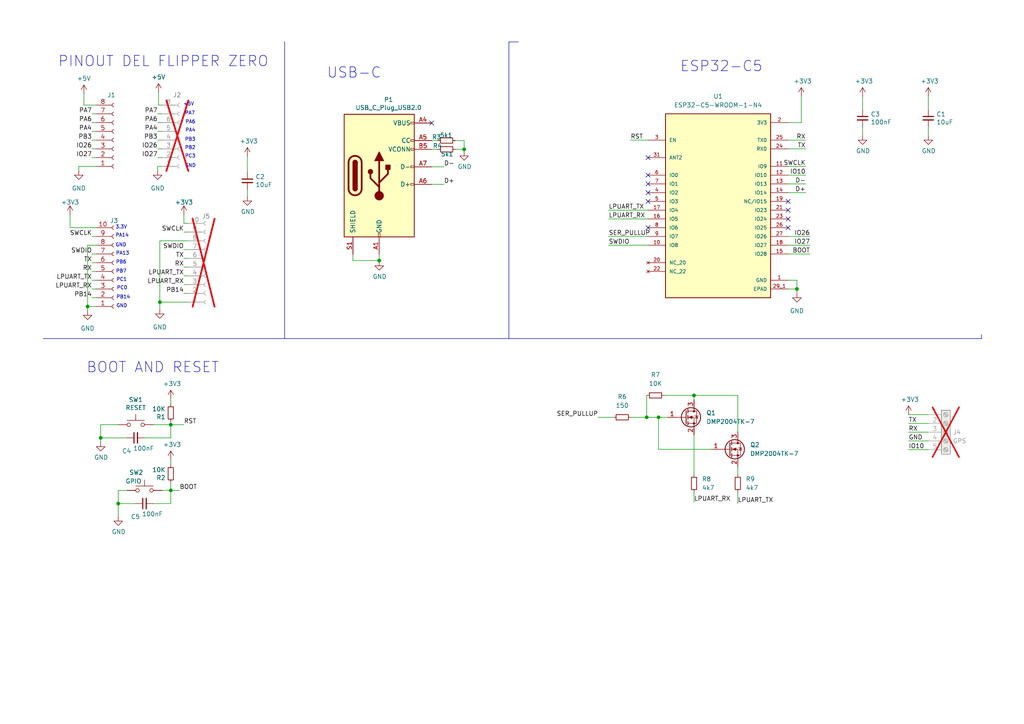
<source format=kicad_sch>
(kicad_sch
	(version 20250114)
	(generator "eeschema")
	(generator_version "9.0")
	(uuid "63647ed1-1d55-461b-91cb-5ba52a2e1844")
	(paper "A4")
	(lib_symbols
		(symbol "Connector:Conn_01x08_Socket"
			(pin_names
				(offset 1.016)
				(hide yes)
			)
			(exclude_from_sim no)
			(in_bom yes)
			(on_board yes)
			(property "Reference" "J2"
				(at -1.905 10.541 0)
				(effects
					(font
						(size 1.27 1.27)
					)
					(justify left)
				)
			)
			(property "Value" "Conn_01x08_Socket"
				(at 1.778 -3.175 0)
				(effects
					(font
						(size 1.27 1.27)
					)
					(justify left)
					(hide yes)
				)
			)
			(property "Footprint" "Connector_PinHeader_2.54mm:PinHeader_1x08_P2.54mm_Horizontal"
				(at 0 0 0)
				(effects
					(font
						(size 1.27 1.27)
					)
					(hide yes)
				)
			)
			(property "Datasheet" "~"
				(at 0 0 0)
				(effects
					(font
						(size 1.27 1.27)
					)
					(hide yes)
				)
			)
			(property "Description" "Generic connector, single row, 01x08, script generated"
				(at 0 0 0)
				(effects
					(font
						(size 1.27 1.27)
					)
					(hide yes)
				)
			)
			(property "ki_locked" ""
				(at 0 0 0)
				(effects
					(font
						(size 1.27 1.27)
					)
				)
			)
			(property "ki_keywords" "connector"
				(at 0 0 0)
				(effects
					(font
						(size 1.27 1.27)
					)
					(hide yes)
				)
			)
			(property "ki_fp_filters" "Connector*:*_1x??_*"
				(at 0 0 0)
				(effects
					(font
						(size 1.27 1.27)
					)
					(hide yes)
				)
			)
			(symbol "Conn_01x08_Socket_1_1"
				(polyline
					(pts
						(xy -1.27 7.62) (xy -0.508 7.62)
					)
					(stroke
						(width 0.1524)
						(type default)
					)
					(fill
						(type none)
					)
				)
				(polyline
					(pts
						(xy -1.27 5.08) (xy -0.508 5.08)
					)
					(stroke
						(width 0.1524)
						(type default)
					)
					(fill
						(type none)
					)
				)
				(polyline
					(pts
						(xy -1.27 2.54) (xy -0.508 2.54)
					)
					(stroke
						(width 0.1524)
						(type default)
					)
					(fill
						(type none)
					)
				)
				(polyline
					(pts
						(xy -1.27 0) (xy -0.508 0)
					)
					(stroke
						(width 0.1524)
						(type default)
					)
					(fill
						(type none)
					)
				)
				(polyline
					(pts
						(xy -1.27 -2.54) (xy -0.508 -2.54)
					)
					(stroke
						(width 0.1524)
						(type default)
					)
					(fill
						(type none)
					)
				)
				(polyline
					(pts
						(xy -1.27 -5.08) (xy -0.508 -5.08)
					)
					(stroke
						(width 0.1524)
						(type default)
					)
					(fill
						(type none)
					)
				)
				(polyline
					(pts
						(xy -1.27 -7.62) (xy -0.508 -7.62)
					)
					(stroke
						(width 0.1524)
						(type default)
					)
					(fill
						(type none)
					)
				)
				(polyline
					(pts
						(xy -1.27 -10.16) (xy -0.508 -10.16)
					)
					(stroke
						(width 0.1524)
						(type default)
					)
					(fill
						(type none)
					)
				)
				(arc
					(start 0 7.112)
					(mid -0.5058 7.62)
					(end 0 8.128)
					(stroke
						(width 0.1524)
						(type default)
					)
					(fill
						(type none)
					)
				)
				(arc
					(start 0 4.572)
					(mid -0.5058 5.08)
					(end 0 5.588)
					(stroke
						(width 0.1524)
						(type default)
					)
					(fill
						(type none)
					)
				)
				(arc
					(start 0 2.032)
					(mid -0.5058 2.54)
					(end 0 3.048)
					(stroke
						(width 0.1524)
						(type default)
					)
					(fill
						(type none)
					)
				)
				(arc
					(start 0 -0.508)
					(mid -0.5058 0)
					(end 0 0.508)
					(stroke
						(width 0.1524)
						(type default)
					)
					(fill
						(type none)
					)
				)
				(arc
					(start 0 -3.048)
					(mid -0.5058 -2.54)
					(end 0 -2.032)
					(stroke
						(width 0.1524)
						(type default)
					)
					(fill
						(type none)
					)
				)
				(arc
					(start 0 -5.588)
					(mid -0.5058 -5.08)
					(end 0 -4.572)
					(stroke
						(width 0.1524)
						(type default)
					)
					(fill
						(type none)
					)
				)
				(arc
					(start 0 -8.128)
					(mid -0.5058 -7.62)
					(end 0 -7.112)
					(stroke
						(width 0.1524)
						(type default)
					)
					(fill
						(type none)
					)
				)
				(arc
					(start 0 -10.668)
					(mid -0.5058 -10.16)
					(end 0 -9.652)
					(stroke
						(width 0.1524)
						(type default)
					)
					(fill
						(type none)
					)
				)
				(pin passive line
					(at -5.08 7.62 0)
					(length 3.81)
					(name "Pin_1"
						(effects
							(font
								(size 1.27 1.27)
							)
						)
					)
					(number "8"
						(effects
							(font
								(size 1.27 1.27)
							)
						)
					)
				)
				(pin passive line
					(at -5.08 5.08 0)
					(length 3.81)
					(name "Pin_2"
						(effects
							(font
								(size 1.27 1.27)
							)
						)
					)
					(number "7"
						(effects
							(font
								(size 1.27 1.27)
							)
						)
					)
				)
				(pin passive line
					(at -5.08 2.54 0)
					(length 3.81)
					(name "Pin_3"
						(effects
							(font
								(size 1.27 1.27)
							)
						)
					)
					(number "6"
						(effects
							(font
								(size 1.27 1.27)
							)
						)
					)
				)
				(pin passive line
					(at -5.08 0 0)
					(length 3.81)
					(name "Pin_4"
						(effects
							(font
								(size 1.27 1.27)
							)
						)
					)
					(number "5"
						(effects
							(font
								(size 1.27 1.27)
							)
						)
					)
				)
				(pin passive line
					(at -5.08 -2.54 0)
					(length 3.81)
					(name "Pin_5"
						(effects
							(font
								(size 1.27 1.27)
							)
						)
					)
					(number "4"
						(effects
							(font
								(size 1.27 1.27)
							)
						)
					)
				)
				(pin passive line
					(at -5.08 -5.08 0)
					(length 3.81)
					(name "Pin_6"
						(effects
							(font
								(size 1.27 1.27)
							)
						)
					)
					(number "3"
						(effects
							(font
								(size 1.27 1.27)
							)
						)
					)
				)
				(pin passive line
					(at -5.08 -7.62 0)
					(length 3.81)
					(name "Pin_7"
						(effects
							(font
								(size 1.27 1.27)
							)
						)
					)
					(number "2"
						(effects
							(font
								(size 1.27 1.27)
							)
						)
					)
				)
				(pin passive line
					(at -5.08 -10.16 0)
					(length 3.81)
					(name "Pin_8"
						(effects
							(font
								(size 1.27 1.27)
							)
						)
					)
					(number "1"
						(effects
							(font
								(size 1.27 1.27)
							)
						)
					)
				)
			)
			(embedded_fonts no)
		)
		(symbol "Connector:Conn_01x10_Socket"
			(pin_names
				(offset 1.016)
				(hide yes)
			)
			(exclude_from_sim no)
			(in_bom yes)
			(on_board yes)
			(property "Reference" "J3"
				(at -1.143 12.192 0)
				(effects
					(font
						(size 1.27 1.27)
					)
					(justify left)
				)
			)
			(property "Value" "Conn_01x10_Socket"
				(at 1.397 -3.175 0)
				(effects
					(font
						(size 1.27 1.27)
					)
					(justify left)
					(hide yes)
				)
			)
			(property "Footprint" "Connector_PinHeader_2.54mm:PinHeader_1x10_P2.54mm_Horizontal"
				(at 0 0 0)
				(effects
					(font
						(size 1.27 1.27)
					)
					(hide yes)
				)
			)
			(property "Datasheet" "~"
				(at 0 0 0)
				(effects
					(font
						(size 1.27 1.27)
					)
					(hide yes)
				)
			)
			(property "Description" "Generic connector, single row, 01x10, script generated"
				(at 0 0 0)
				(effects
					(font
						(size 1.27 1.27)
					)
					(hide yes)
				)
			)
			(property "ki_locked" ""
				(at 0 0 0)
				(effects
					(font
						(size 1.27 1.27)
					)
				)
			)
			(property "ki_keywords" "connector"
				(at 0 0 0)
				(effects
					(font
						(size 1.27 1.27)
					)
					(hide yes)
				)
			)
			(property "ki_fp_filters" "Connector*:*_1x??_*"
				(at 0 0 0)
				(effects
					(font
						(size 1.27 1.27)
					)
					(hide yes)
				)
			)
			(symbol "Conn_01x10_Socket_1_1"
				(polyline
					(pts
						(xy -1.27 10.16) (xy -0.508 10.16)
					)
					(stroke
						(width 0.1524)
						(type default)
					)
					(fill
						(type none)
					)
				)
				(polyline
					(pts
						(xy -1.27 7.62) (xy -0.508 7.62)
					)
					(stroke
						(width 0.1524)
						(type default)
					)
					(fill
						(type none)
					)
				)
				(polyline
					(pts
						(xy -1.27 5.08) (xy -0.508 5.08)
					)
					(stroke
						(width 0.1524)
						(type default)
					)
					(fill
						(type none)
					)
				)
				(polyline
					(pts
						(xy -1.27 2.54) (xy -0.508 2.54)
					)
					(stroke
						(width 0.1524)
						(type default)
					)
					(fill
						(type none)
					)
				)
				(polyline
					(pts
						(xy -1.27 0) (xy -0.508 0)
					)
					(stroke
						(width 0.1524)
						(type default)
					)
					(fill
						(type none)
					)
				)
				(polyline
					(pts
						(xy -1.27 -2.54) (xy -0.508 -2.54)
					)
					(stroke
						(width 0.1524)
						(type default)
					)
					(fill
						(type none)
					)
				)
				(polyline
					(pts
						(xy -1.27 -5.08) (xy -0.508 -5.08)
					)
					(stroke
						(width 0.1524)
						(type default)
					)
					(fill
						(type none)
					)
				)
				(polyline
					(pts
						(xy -1.27 -7.62) (xy -0.508 -7.62)
					)
					(stroke
						(width 0.1524)
						(type default)
					)
					(fill
						(type none)
					)
				)
				(polyline
					(pts
						(xy -1.27 -10.16) (xy -0.508 -10.16)
					)
					(stroke
						(width 0.1524)
						(type default)
					)
					(fill
						(type none)
					)
				)
				(polyline
					(pts
						(xy -1.27 -12.7) (xy -0.508 -12.7)
					)
					(stroke
						(width 0.1524)
						(type default)
					)
					(fill
						(type none)
					)
				)
				(arc
					(start 0 9.652)
					(mid -0.5058 10.16)
					(end 0 10.668)
					(stroke
						(width 0.1524)
						(type default)
					)
					(fill
						(type none)
					)
				)
				(arc
					(start 0 7.112)
					(mid -0.5058 7.62)
					(end 0 8.128)
					(stroke
						(width 0.1524)
						(type default)
					)
					(fill
						(type none)
					)
				)
				(arc
					(start 0 4.572)
					(mid -0.5058 5.08)
					(end 0 5.588)
					(stroke
						(width 0.1524)
						(type default)
					)
					(fill
						(type none)
					)
				)
				(arc
					(start 0 2.032)
					(mid -0.5058 2.54)
					(end 0 3.048)
					(stroke
						(width 0.1524)
						(type default)
					)
					(fill
						(type none)
					)
				)
				(arc
					(start 0 -0.508)
					(mid -0.5058 0)
					(end 0 0.508)
					(stroke
						(width 0.1524)
						(type default)
					)
					(fill
						(type none)
					)
				)
				(arc
					(start 0 -3.048)
					(mid -0.5058 -2.54)
					(end 0 -2.032)
					(stroke
						(width 0.1524)
						(type default)
					)
					(fill
						(type none)
					)
				)
				(arc
					(start 0 -5.588)
					(mid -0.5058 -5.08)
					(end 0 -4.572)
					(stroke
						(width 0.1524)
						(type default)
					)
					(fill
						(type none)
					)
				)
				(arc
					(start 0 -8.128)
					(mid -0.5058 -7.62)
					(end 0 -7.112)
					(stroke
						(width 0.1524)
						(type default)
					)
					(fill
						(type none)
					)
				)
				(arc
					(start 0 -10.668)
					(mid -0.5058 -10.16)
					(end 0 -9.652)
					(stroke
						(width 0.1524)
						(type default)
					)
					(fill
						(type none)
					)
				)
				(arc
					(start 0 -13.208)
					(mid -0.5058 -12.7)
					(end 0 -12.192)
					(stroke
						(width 0.1524)
						(type default)
					)
					(fill
						(type none)
					)
				)
				(pin passive line
					(at -5.08 10.16 0)
					(length 3.81)
					(name "Pin_1"
						(effects
							(font
								(size 1.27 1.27)
							)
						)
					)
					(number "10"
						(effects
							(font
								(size 1.27 1.27)
							)
						)
					)
				)
				(pin passive line
					(at -5.08 7.62 0)
					(length 3.81)
					(name "Pin_2"
						(effects
							(font
								(size 1.27 1.27)
							)
						)
					)
					(number "9"
						(effects
							(font
								(size 1.27 1.27)
							)
						)
					)
				)
				(pin passive line
					(at -5.08 5.08 0)
					(length 3.81)
					(name "Pin_3"
						(effects
							(font
								(size 1.27 1.27)
							)
						)
					)
					(number "8"
						(effects
							(font
								(size 1.27 1.27)
							)
						)
					)
				)
				(pin passive line
					(at -5.08 2.54 0)
					(length 3.81)
					(name "Pin_4"
						(effects
							(font
								(size 1.27 1.27)
							)
						)
					)
					(number "7"
						(effects
							(font
								(size 1.27 1.27)
							)
						)
					)
				)
				(pin passive line
					(at -5.08 0 0)
					(length 3.81)
					(name "Pin_5"
						(effects
							(font
								(size 1.27 1.27)
							)
						)
					)
					(number "6"
						(effects
							(font
								(size 1.27 1.27)
							)
						)
					)
				)
				(pin passive line
					(at -5.08 -2.54 0)
					(length 3.81)
					(name "Pin_6"
						(effects
							(font
								(size 1.27 1.27)
							)
						)
					)
					(number "5"
						(effects
							(font
								(size 1.27 1.27)
							)
						)
					)
				)
				(pin passive line
					(at -5.08 -5.08 0)
					(length 3.81)
					(name "Pin_7"
						(effects
							(font
								(size 1.27 1.27)
							)
						)
					)
					(number "4"
						(effects
							(font
								(size 1.27 1.27)
							)
						)
					)
				)
				(pin passive line
					(at -5.08 -7.62 0)
					(length 3.81)
					(name "Pin_8"
						(effects
							(font
								(size 1.27 1.27)
							)
						)
					)
					(number "3"
						(effects
							(font
								(size 1.27 1.27)
							)
						)
					)
				)
				(pin passive line
					(at -5.08 -10.16 0)
					(length 3.81)
					(name "Pin_9"
						(effects
							(font
								(size 1.27 1.27)
							)
						)
					)
					(number "2"
						(effects
							(font
								(size 1.27 1.27)
							)
						)
					)
				)
				(pin passive line
					(at -5.08 -12.7 0)
					(length 3.81)
					(name "Pin_10"
						(effects
							(font
								(size 1.27 1.27)
							)
						)
					)
					(number "1"
						(effects
							(font
								(size 1.27 1.27)
							)
						)
					)
				)
			)
			(embedded_fonts no)
		)
		(symbol "Connector:Screw_Terminal_01x05"
			(pin_names
				(offset 1.016)
				(hide yes)
			)
			(exclude_from_sim no)
			(in_bom yes)
			(on_board yes)
			(property "Reference" "J"
				(at 0 7.62 0)
				(effects
					(font
						(size 1.27 1.27)
					)
				)
			)
			(property "Value" "Screw_Terminal_01x05"
				(at 0 -7.62 0)
				(effects
					(font
						(size 1.27 1.27)
					)
				)
			)
			(property "Footprint" ""
				(at 0 0 0)
				(effects
					(font
						(size 1.27 1.27)
					)
					(hide yes)
				)
			)
			(property "Datasheet" "~"
				(at 0 0 0)
				(effects
					(font
						(size 1.27 1.27)
					)
					(hide yes)
				)
			)
			(property "Description" "Generic screw terminal, single row, 01x05, script generated (kicad-library-utils/schlib/autogen/connector/)"
				(at 0 0 0)
				(effects
					(font
						(size 1.27 1.27)
					)
					(hide yes)
				)
			)
			(property "ki_keywords" "screw terminal"
				(at 0 0 0)
				(effects
					(font
						(size 1.27 1.27)
					)
					(hide yes)
				)
			)
			(property "ki_fp_filters" "TerminalBlock*:*"
				(at 0 0 0)
				(effects
					(font
						(size 1.27 1.27)
					)
					(hide yes)
				)
			)
			(symbol "Screw_Terminal_01x05_1_1"
				(rectangle
					(start -1.27 6.35)
					(end 1.27 -6.35)
					(stroke
						(width 0.254)
						(type default)
					)
					(fill
						(type background)
					)
				)
				(polyline
					(pts
						(xy -0.5334 5.4102) (xy 0.3302 4.572)
					)
					(stroke
						(width 0.1524)
						(type default)
					)
					(fill
						(type none)
					)
				)
				(polyline
					(pts
						(xy -0.5334 2.8702) (xy 0.3302 2.032)
					)
					(stroke
						(width 0.1524)
						(type default)
					)
					(fill
						(type none)
					)
				)
				(polyline
					(pts
						(xy -0.5334 0.3302) (xy 0.3302 -0.508)
					)
					(stroke
						(width 0.1524)
						(type default)
					)
					(fill
						(type none)
					)
				)
				(polyline
					(pts
						(xy -0.5334 -2.2098) (xy 0.3302 -3.048)
					)
					(stroke
						(width 0.1524)
						(type default)
					)
					(fill
						(type none)
					)
				)
				(polyline
					(pts
						(xy -0.5334 -4.7498) (xy 0.3302 -5.588)
					)
					(stroke
						(width 0.1524)
						(type default)
					)
					(fill
						(type none)
					)
				)
				(polyline
					(pts
						(xy -0.3556 5.588) (xy 0.508 4.7498)
					)
					(stroke
						(width 0.1524)
						(type default)
					)
					(fill
						(type none)
					)
				)
				(polyline
					(pts
						(xy -0.3556 3.048) (xy 0.508 2.2098)
					)
					(stroke
						(width 0.1524)
						(type default)
					)
					(fill
						(type none)
					)
				)
				(polyline
					(pts
						(xy -0.3556 0.508) (xy 0.508 -0.3302)
					)
					(stroke
						(width 0.1524)
						(type default)
					)
					(fill
						(type none)
					)
				)
				(polyline
					(pts
						(xy -0.3556 -2.032) (xy 0.508 -2.8702)
					)
					(stroke
						(width 0.1524)
						(type default)
					)
					(fill
						(type none)
					)
				)
				(polyline
					(pts
						(xy -0.3556 -4.572) (xy 0.508 -5.4102)
					)
					(stroke
						(width 0.1524)
						(type default)
					)
					(fill
						(type none)
					)
				)
				(circle
					(center 0 5.08)
					(radius 0.635)
					(stroke
						(width 0.1524)
						(type default)
					)
					(fill
						(type none)
					)
				)
				(circle
					(center 0 2.54)
					(radius 0.635)
					(stroke
						(width 0.1524)
						(type default)
					)
					(fill
						(type none)
					)
				)
				(circle
					(center 0 0)
					(radius 0.635)
					(stroke
						(width 0.1524)
						(type default)
					)
					(fill
						(type none)
					)
				)
				(circle
					(center 0 -2.54)
					(radius 0.635)
					(stroke
						(width 0.1524)
						(type default)
					)
					(fill
						(type none)
					)
				)
				(circle
					(center 0 -5.08)
					(radius 0.635)
					(stroke
						(width 0.1524)
						(type default)
					)
					(fill
						(type none)
					)
				)
				(pin passive line
					(at -5.08 5.08 0)
					(length 3.81)
					(name "Pin_1"
						(effects
							(font
								(size 1.27 1.27)
							)
						)
					)
					(number "1"
						(effects
							(font
								(size 1.27 1.27)
							)
						)
					)
				)
				(pin passive line
					(at -5.08 2.54 0)
					(length 3.81)
					(name "Pin_2"
						(effects
							(font
								(size 1.27 1.27)
							)
						)
					)
					(number "2"
						(effects
							(font
								(size 1.27 1.27)
							)
						)
					)
				)
				(pin passive line
					(at -5.08 0 0)
					(length 3.81)
					(name "Pin_3"
						(effects
							(font
								(size 1.27 1.27)
							)
						)
					)
					(number "3"
						(effects
							(font
								(size 1.27 1.27)
							)
						)
					)
				)
				(pin passive line
					(at -5.08 -2.54 0)
					(length 3.81)
					(name "Pin_4"
						(effects
							(font
								(size 1.27 1.27)
							)
						)
					)
					(number "4"
						(effects
							(font
								(size 1.27 1.27)
							)
						)
					)
				)
				(pin passive line
					(at -5.08 -5.08 0)
					(length 3.81)
					(name "Pin_5"
						(effects
							(font
								(size 1.27 1.27)
							)
						)
					)
					(number "5"
						(effects
							(font
								(size 1.27 1.27)
							)
						)
					)
				)
			)
			(embedded_fonts no)
		)
		(symbol "Device:C_Small"
			(pin_numbers
				(hide yes)
			)
			(pin_names
				(offset 0.254)
				(hide yes)
			)
			(exclude_from_sim no)
			(in_bom yes)
			(on_board yes)
			(property "Reference" "C"
				(at 0.254 1.778 0)
				(effects
					(font
						(size 1.27 1.27)
					)
					(justify left)
				)
			)
			(property "Value" "C_Small"
				(at 0.254 -2.032 0)
				(effects
					(font
						(size 1.27 1.27)
					)
					(justify left)
				)
			)
			(property "Footprint" ""
				(at 0 0 0)
				(effects
					(font
						(size 1.27 1.27)
					)
					(hide yes)
				)
			)
			(property "Datasheet" "~"
				(at 0 0 0)
				(effects
					(font
						(size 1.27 1.27)
					)
					(hide yes)
				)
			)
			(property "Description" "Unpolarized capacitor, small symbol"
				(at 0 0 0)
				(effects
					(font
						(size 1.27 1.27)
					)
					(hide yes)
				)
			)
			(property "ki_keywords" "capacitor cap"
				(at 0 0 0)
				(effects
					(font
						(size 1.27 1.27)
					)
					(hide yes)
				)
			)
			(property "ki_fp_filters" "C_*"
				(at 0 0 0)
				(effects
					(font
						(size 1.27 1.27)
					)
					(hide yes)
				)
			)
			(symbol "C_Small_0_1"
				(polyline
					(pts
						(xy -1.524 0.508) (xy 1.524 0.508)
					)
					(stroke
						(width 0.3048)
						(type default)
					)
					(fill
						(type none)
					)
				)
				(polyline
					(pts
						(xy -1.524 -0.508) (xy 1.524 -0.508)
					)
					(stroke
						(width 0.3302)
						(type default)
					)
					(fill
						(type none)
					)
				)
			)
			(symbol "C_Small_1_1"
				(pin passive line
					(at 0 2.54 270)
					(length 2.032)
					(name "~"
						(effects
							(font
								(size 1.27 1.27)
							)
						)
					)
					(number "1"
						(effects
							(font
								(size 1.27 1.27)
							)
						)
					)
				)
				(pin passive line
					(at 0 -2.54 90)
					(length 2.032)
					(name "~"
						(effects
							(font
								(size 1.27 1.27)
							)
						)
					)
					(number "2"
						(effects
							(font
								(size 1.27 1.27)
							)
						)
					)
				)
			)
			(embedded_fonts no)
		)
		(symbol "Device:Q_NMOS_GSD"
			(pin_names
				(offset 0)
				(hide yes)
			)
			(exclude_from_sim no)
			(in_bom yes)
			(on_board yes)
			(property "Reference" "Q"
				(at 5.08 1.27 0)
				(effects
					(font
						(size 1.27 1.27)
					)
					(justify left)
				)
			)
			(property "Value" "Q_NMOS_GSD"
				(at 5.08 -1.27 0)
				(effects
					(font
						(size 1.27 1.27)
					)
					(justify left)
				)
			)
			(property "Footprint" ""
				(at 5.08 2.54 0)
				(effects
					(font
						(size 1.27 1.27)
					)
					(hide yes)
				)
			)
			(property "Datasheet" "~"
				(at 0 0 0)
				(effects
					(font
						(size 1.27 1.27)
					)
					(hide yes)
				)
			)
			(property "Description" "N-MOSFET transistor, gate/source/drain"
				(at 0 0 0)
				(effects
					(font
						(size 1.27 1.27)
					)
					(hide yes)
				)
			)
			(property "ki_keywords" "transistor NMOS N-MOS N-MOSFET"
				(at 0 0 0)
				(effects
					(font
						(size 1.27 1.27)
					)
					(hide yes)
				)
			)
			(symbol "Q_NMOS_GSD_0_1"
				(polyline
					(pts
						(xy 0.254 1.905) (xy 0.254 -1.905)
					)
					(stroke
						(width 0.254)
						(type default)
					)
					(fill
						(type none)
					)
				)
				(polyline
					(pts
						(xy 0.254 0) (xy -2.54 0)
					)
					(stroke
						(width 0)
						(type default)
					)
					(fill
						(type none)
					)
				)
				(polyline
					(pts
						(xy 0.762 2.286) (xy 0.762 1.27)
					)
					(stroke
						(width 0.254)
						(type default)
					)
					(fill
						(type none)
					)
				)
				(polyline
					(pts
						(xy 0.762 0.508) (xy 0.762 -0.508)
					)
					(stroke
						(width 0.254)
						(type default)
					)
					(fill
						(type none)
					)
				)
				(polyline
					(pts
						(xy 0.762 -1.27) (xy 0.762 -2.286)
					)
					(stroke
						(width 0.254)
						(type default)
					)
					(fill
						(type none)
					)
				)
				(polyline
					(pts
						(xy 0.762 -1.778) (xy 3.302 -1.778) (xy 3.302 1.778) (xy 0.762 1.778)
					)
					(stroke
						(width 0)
						(type default)
					)
					(fill
						(type none)
					)
				)
				(polyline
					(pts
						(xy 1.016 0) (xy 2.032 0.381) (xy 2.032 -0.381) (xy 1.016 0)
					)
					(stroke
						(width 0)
						(type default)
					)
					(fill
						(type outline)
					)
				)
				(circle
					(center 1.651 0)
					(radius 2.794)
					(stroke
						(width 0.254)
						(type default)
					)
					(fill
						(type none)
					)
				)
				(polyline
					(pts
						(xy 2.54 2.54) (xy 2.54 1.778)
					)
					(stroke
						(width 0)
						(type default)
					)
					(fill
						(type none)
					)
				)
				(circle
					(center 2.54 1.778)
					(radius 0.254)
					(stroke
						(width 0)
						(type default)
					)
					(fill
						(type outline)
					)
				)
				(circle
					(center 2.54 -1.778)
					(radius 0.254)
					(stroke
						(width 0)
						(type default)
					)
					(fill
						(type outline)
					)
				)
				(polyline
					(pts
						(xy 2.54 -2.54) (xy 2.54 0) (xy 0.762 0)
					)
					(stroke
						(width 0)
						(type default)
					)
					(fill
						(type none)
					)
				)
				(polyline
					(pts
						(xy 2.794 0.508) (xy 2.921 0.381) (xy 3.683 0.381) (xy 3.81 0.254)
					)
					(stroke
						(width 0)
						(type default)
					)
					(fill
						(type none)
					)
				)
				(polyline
					(pts
						(xy 3.302 0.381) (xy 2.921 -0.254) (xy 3.683 -0.254) (xy 3.302 0.381)
					)
					(stroke
						(width 0)
						(type default)
					)
					(fill
						(type none)
					)
				)
			)
			(symbol "Q_NMOS_GSD_1_1"
				(pin input line
					(at -5.08 0 0)
					(length 2.54)
					(name "G"
						(effects
							(font
								(size 1.27 1.27)
							)
						)
					)
					(number "1"
						(effects
							(font
								(size 1.27 1.27)
							)
						)
					)
				)
				(pin passive line
					(at 2.54 5.08 270)
					(length 2.54)
					(name "D"
						(effects
							(font
								(size 1.27 1.27)
							)
						)
					)
					(number "3"
						(effects
							(font
								(size 1.27 1.27)
							)
						)
					)
				)
				(pin passive line
					(at 2.54 -5.08 90)
					(length 2.54)
					(name "S"
						(effects
							(font
								(size 1.27 1.27)
							)
						)
					)
					(number "2"
						(effects
							(font
								(size 1.27 1.27)
							)
						)
					)
				)
			)
			(embedded_fonts no)
		)
		(symbol "Device:R_Small"
			(pin_numbers
				(hide yes)
			)
			(pin_names
				(offset 0.254)
				(hide yes)
			)
			(exclude_from_sim no)
			(in_bom yes)
			(on_board yes)
			(property "Reference" "R"
				(at 0.762 0.508 0)
				(effects
					(font
						(size 1.27 1.27)
					)
					(justify left)
				)
			)
			(property "Value" "R_Small"
				(at 0.762 -1.016 0)
				(effects
					(font
						(size 1.27 1.27)
					)
					(justify left)
				)
			)
			(property "Footprint" ""
				(at 0 0 0)
				(effects
					(font
						(size 1.27 1.27)
					)
					(hide yes)
				)
			)
			(property "Datasheet" "~"
				(at 0 0 0)
				(effects
					(font
						(size 1.27 1.27)
					)
					(hide yes)
				)
			)
			(property "Description" "Resistor, small symbol"
				(at 0 0 0)
				(effects
					(font
						(size 1.27 1.27)
					)
					(hide yes)
				)
			)
			(property "ki_keywords" "R resistor"
				(at 0 0 0)
				(effects
					(font
						(size 1.27 1.27)
					)
					(hide yes)
				)
			)
			(property "ki_fp_filters" "R_*"
				(at 0 0 0)
				(effects
					(font
						(size 1.27 1.27)
					)
					(hide yes)
				)
			)
			(symbol "R_Small_0_1"
				(rectangle
					(start -0.762 1.778)
					(end 0.762 -1.778)
					(stroke
						(width 0.2032)
						(type default)
					)
					(fill
						(type none)
					)
				)
			)
			(symbol "R_Small_1_1"
				(pin passive line
					(at 0 2.54 270)
					(length 0.762)
					(name "~"
						(effects
							(font
								(size 1.27 1.27)
							)
						)
					)
					(number "1"
						(effects
							(font
								(size 1.27 1.27)
							)
						)
					)
				)
				(pin passive line
					(at 0 -2.54 90)
					(length 0.762)
					(name "~"
						(effects
							(font
								(size 1.27 1.27)
							)
						)
					)
					(number "2"
						(effects
							(font
								(size 1.27 1.27)
							)
						)
					)
				)
			)
			(embedded_fonts no)
		)
		(symbol "ESP32-C5-WROOM-1U-N8R8:ESP32-C5-WROOM-1U-N8R8"
			(pin_names
				(offset 1.016)
			)
			(exclude_from_sim no)
			(in_bom yes)
			(on_board yes)
			(property "Reference" "U"
				(at -15.24 26.162 0)
				(effects
					(font
						(size 1.27 1.27)
					)
					(justify left bottom)
				)
			)
			(property "Value" "ESP32-C5-WROOM-1U-N8R8"
				(at -15.24 -30.48 0)
				(effects
					(font
						(size 1.27 1.27)
					)
					(justify left bottom)
				)
			)
			(property "Footprint" "ESP32-C5-WROOM-1U-N8R8:XCVR_ESP32-C5-WROOM-1U-N8R8"
				(at 0 0 0)
				(effects
					(font
						(size 1.27 1.27)
					)
					(justify bottom)
					(hide yes)
				)
			)
			(property "Datasheet" ""
				(at 0 0 0)
				(effects
					(font
						(size 1.27 1.27)
					)
					(hide yes)
				)
			)
			(property "Description" ""
				(at 0 0 0)
				(effects
					(font
						(size 1.27 1.27)
					)
					(hide yes)
				)
			)
			(property "MF" "Espressif Systems"
				(at 0 0 0)
				(effects
					(font
						(size 1.27 1.27)
					)
					(justify bottom)
					(hide yes)
				)
			)
			(property "MAXIMUM_PACKAGE_HEIGHT" "3.45mm"
				(at 0 0 0)
				(effects
					(font
						(size 1.27 1.27)
					)
					(justify bottom)
					(hide yes)
				)
			)
			(property "CREATOR" "ANA"
				(at 0 0 0)
				(effects
					(font
						(size 1.27 1.27)
					)
					(justify bottom)
					(hide yes)
				)
			)
			(property "Price" "None"
				(at 0 0 0)
				(effects
					(font
						(size 1.27 1.27)
					)
					(justify bottom)
					(hide yes)
				)
			)
			(property "Package" "None"
				(at 0 0 0)
				(effects
					(font
						(size 1.27 1.27)
					)
					(justify bottom)
					(hide yes)
				)
			)
			(property "Check_prices" "https://www.snapeda.com/parts/ESP32-C5-WROOM-1U-N8R8/Espressif+Systems/view-part/?ref=eda"
				(at 0 0 0)
				(effects
					(font
						(size 1.27 1.27)
					)
					(justify bottom)
					(hide yes)
				)
			)
			(property "STANDARD" "Manufacturer Recommendations"
				(at 0 0 0)
				(effects
					(font
						(size 1.27 1.27)
					)
					(justify bottom)
					(hide yes)
				)
			)
			(property "PARTREV" "0.7"
				(at 0 0 0)
				(effects
					(font
						(size 1.27 1.27)
					)
					(justify bottom)
					(hide yes)
				)
			)
			(property "VERIFIER" ""
				(at 0 0 0)
				(effects
					(font
						(size 1.27 1.27)
					)
					(justify bottom)
					(hide yes)
				)
			)
			(property "SnapEDA_Link" "https://www.snapeda.com/parts/ESP32-C5-WROOM-1U-N8R8/Espressif+Systems/view-part/?ref=snap"
				(at 0 0 0)
				(effects
					(font
						(size 1.27 1.27)
					)
					(justify bottom)
					(hide yes)
				)
			)
			(property "MP" "ESP32-C5-WROOM-1U-N8R8"
				(at 0 0 0)
				(effects
					(font
						(size 1.27 1.27)
					)
					(justify bottom)
					(hide yes)
				)
			)
			(property "Purchase-URL" "https://www.snapeda.com/api/url_track_click_mouser/?unipart_id=18942872&manufacturer=Espressif Systems&part_name=ESP32-C5-WROOM-1U-N8R8&search_term=None"
				(at 0 0 0)
				(effects
					(font
						(size 1.27 1.27)
					)
					(justify bottom)
					(hide yes)
				)
			)
			(property "Description_1" "802.15.4, Bluetooth, WiFi 802.11b/g/n/ac/ax, Bluetooth v5.0, Thread, Zigbee® Transceiver Module 2.412GHz ~ 2.484GHz, 5.18GHz ~ 5.885GHz Antenna Not Included Surface Mount"
				(at 0 0 0)
				(effects
					(font
						(size 1.27 1.27)
					)
					(justify bottom)
					(hide yes)
				)
			)
			(property "Availability" "In Stock"
				(at 0 0 0)
				(effects
					(font
						(size 1.27 1.27)
					)
					(justify bottom)
					(hide yes)
				)
			)
			(property "MANUFACTURER" "Espressif Systems"
				(at 0 0 0)
				(effects
					(font
						(size 1.27 1.27)
					)
					(justify bottom)
					(hide yes)
				)
			)
			(symbol "ESP32-C5-WROOM-1U-N8R8_0_0"
				(rectangle
					(start -15.24 -27.94)
					(end 15.24 25.4)
					(stroke
						(width 0.254)
						(type default)
					)
					(fill
						(type background)
					)
				)
				(pin input line
					(at -20.32 17.78 0)
					(length 5.08)
					(name "EN"
						(effects
							(font
								(size 1.016 1.016)
							)
						)
					)
					(number "3"
						(effects
							(font
								(size 1.016 1.016)
							)
						)
					)
				)
				(pin bidirectional line
					(at -20.32 12.7 0)
					(length 5.08)
					(name "ANT2"
						(effects
							(font
								(size 1.016 1.016)
							)
						)
					)
					(number "31"
						(effects
							(font
								(size 1.016 1.016)
							)
						)
					)
				)
				(pin bidirectional line
					(at -20.32 7.62 0)
					(length 5.08)
					(name "IO0"
						(effects
							(font
								(size 1.016 1.016)
							)
						)
					)
					(number "6"
						(effects
							(font
								(size 1.016 1.016)
							)
						)
					)
				)
				(pin bidirectional line
					(at -20.32 5.08 0)
					(length 5.08)
					(name "IO1"
						(effects
							(font
								(size 1.016 1.016)
							)
						)
					)
					(number "7"
						(effects
							(font
								(size 1.016 1.016)
							)
						)
					)
				)
				(pin bidirectional line
					(at -20.32 2.54 0)
					(length 5.08)
					(name "IO2"
						(effects
							(font
								(size 1.016 1.016)
							)
						)
					)
					(number "4"
						(effects
							(font
								(size 1.016 1.016)
							)
						)
					)
				)
				(pin bidirectional line
					(at -20.32 0 0)
					(length 5.08)
					(name "IO3"
						(effects
							(font
								(size 1.016 1.016)
							)
						)
					)
					(number "5"
						(effects
							(font
								(size 1.016 1.016)
							)
						)
					)
				)
				(pin bidirectional line
					(at -20.32 -2.54 0)
					(length 5.08)
					(name "IO4"
						(effects
							(font
								(size 1.016 1.016)
							)
						)
					)
					(number "17"
						(effects
							(font
								(size 1.016 1.016)
							)
						)
					)
				)
				(pin bidirectional line
					(at -20.32 -5.08 0)
					(length 5.08)
					(name "IO5"
						(effects
							(font
								(size 1.016 1.016)
							)
						)
					)
					(number "16"
						(effects
							(font
								(size 1.016 1.016)
							)
						)
					)
				)
				(pin bidirectional line
					(at -20.32 -7.62 0)
					(length 5.08)
					(name "IO6"
						(effects
							(font
								(size 1.016 1.016)
							)
						)
					)
					(number "8"
						(effects
							(font
								(size 1.016 1.016)
							)
						)
					)
				)
				(pin bidirectional line
					(at -20.32 -10.16 0)
					(length 5.08)
					(name "IO7"
						(effects
							(font
								(size 1.016 1.016)
							)
						)
					)
					(number "9"
						(effects
							(font
								(size 1.016 1.016)
							)
						)
					)
				)
				(pin bidirectional line
					(at -20.32 -12.7 0)
					(length 5.08)
					(name "IO8"
						(effects
							(font
								(size 1.016 1.016)
							)
						)
					)
					(number "10"
						(effects
							(font
								(size 1.016 1.016)
							)
						)
					)
				)
				(pin no_connect line
					(at -20.32 -17.78 0)
					(length 5.08)
					(name "NC_20"
						(effects
							(font
								(size 1.016 1.016)
							)
						)
					)
					(number "20"
						(effects
							(font
								(size 1.016 1.016)
							)
						)
					)
				)
				(pin no_connect line
					(at -20.32 -20.32 0)
					(length 5.08)
					(name "NC_22"
						(effects
							(font
								(size 1.016 1.016)
							)
						)
					)
					(number "22"
						(effects
							(font
								(size 1.016 1.016)
							)
						)
					)
				)
				(pin power_in line
					(at 20.32 22.86 180)
					(length 5.08)
					(name "3V3"
						(effects
							(font
								(size 1.016 1.016)
							)
						)
					)
					(number "2"
						(effects
							(font
								(size 1.016 1.016)
							)
						)
					)
				)
				(pin bidirectional line
					(at 20.32 17.78 180)
					(length 5.08)
					(name "TX0"
						(effects
							(font
								(size 1.016 1.016)
							)
						)
					)
					(number "25"
						(effects
							(font
								(size 1.016 1.016)
							)
						)
					)
				)
				(pin bidirectional line
					(at 20.32 15.24 180)
					(length 5.08)
					(name "RX0"
						(effects
							(font
								(size 1.016 1.016)
							)
						)
					)
					(number "24"
						(effects
							(font
								(size 1.016 1.016)
							)
						)
					)
				)
				(pin bidirectional line
					(at 20.32 10.16 180)
					(length 5.08)
					(name "IO9"
						(effects
							(font
								(size 1.016 1.016)
							)
						)
					)
					(number "11"
						(effects
							(font
								(size 1.016 1.016)
							)
						)
					)
				)
				(pin bidirectional line
					(at 20.32 7.62 180)
					(length 5.08)
					(name "IO10"
						(effects
							(font
								(size 1.016 1.016)
							)
						)
					)
					(number "12"
						(effects
							(font
								(size 1.016 1.016)
							)
						)
					)
				)
				(pin bidirectional line
					(at 20.32 5.08 180)
					(length 5.08)
					(name "IO13"
						(effects
							(font
								(size 1.016 1.016)
							)
						)
					)
					(number "13"
						(effects
							(font
								(size 1.016 1.016)
							)
						)
					)
				)
				(pin bidirectional line
					(at 20.32 2.54 180)
					(length 5.08)
					(name "IO14"
						(effects
							(font
								(size 1.016 1.016)
							)
						)
					)
					(number "14"
						(effects
							(font
								(size 1.016 1.016)
							)
						)
					)
				)
				(pin bidirectional line
					(at 20.32 0 180)
					(length 5.08)
					(name "NC/IO15"
						(effects
							(font
								(size 1.016 1.016)
							)
						)
					)
					(number "19"
						(effects
							(font
								(size 1.016 1.016)
							)
						)
					)
				)
				(pin bidirectional line
					(at 20.32 -2.54 180)
					(length 5.08)
					(name "IO23"
						(effects
							(font
								(size 1.016 1.016)
							)
						)
					)
					(number "21"
						(effects
							(font
								(size 1.016 1.016)
							)
						)
					)
				)
				(pin bidirectional line
					(at 20.32 -5.08 180)
					(length 5.08)
					(name "IO24"
						(effects
							(font
								(size 1.016 1.016)
							)
						)
					)
					(number "23"
						(effects
							(font
								(size 1.016 1.016)
							)
						)
					)
				)
				(pin bidirectional line
					(at 20.32 -7.62 180)
					(length 5.08)
					(name "IO25"
						(effects
							(font
								(size 1.016 1.016)
							)
						)
					)
					(number "26"
						(effects
							(font
								(size 1.016 1.016)
							)
						)
					)
				)
				(pin bidirectional line
					(at 20.32 -10.16 180)
					(length 5.08)
					(name "IO26"
						(effects
							(font
								(size 1.016 1.016)
							)
						)
					)
					(number "27"
						(effects
							(font
								(size 1.016 1.016)
							)
						)
					)
				)
				(pin bidirectional line
					(at 20.32 -12.7 180)
					(length 5.08)
					(name "IO27"
						(effects
							(font
								(size 1.016 1.016)
							)
						)
					)
					(number "18"
						(effects
							(font
								(size 1.016 1.016)
							)
						)
					)
				)
				(pin bidirectional line
					(at 20.32 -15.24 180)
					(length 5.08)
					(name "IO28"
						(effects
							(font
								(size 1.016 1.016)
							)
						)
					)
					(number "15"
						(effects
							(font
								(size 1.016 1.016)
							)
						)
					)
				)
				(pin power_in line
					(at 20.32 -22.86 180)
					(length 5.08)
					(name "GND"
						(effects
							(font
								(size 1.016 1.016)
							)
						)
					)
					(number "1"
						(effects
							(font
								(size 1.016 1.016)
							)
						)
					)
				)
				(pin power_in line
					(at 20.32 -22.86 180)
					(length 5.08)
					(hide yes)
					(name "GND"
						(effects
							(font
								(size 1.016 1.016)
							)
						)
					)
					(number "28"
						(effects
							(font
								(size 1.016 1.016)
							)
						)
					)
				)
				(pin power_in line
					(at 20.32 -22.86 180)
					(length 5.08)
					(hide yes)
					(name "GND"
						(effects
							(font
								(size 1.016 1.016)
							)
						)
					)
					(number "30"
						(effects
							(font
								(size 1.016 1.016)
							)
						)
					)
				)
				(pin power_in line
					(at 20.32 -22.86 180)
					(length 5.08)
					(hide yes)
					(name "GND"
						(effects
							(font
								(size 1.016 1.016)
							)
						)
					)
					(number "32"
						(effects
							(font
								(size 1.016 1.016)
							)
						)
					)
				)
				(pin power_in line
					(at 20.32 -25.4 180)
					(length 5.08)
					(name "EPAD"
						(effects
							(font
								(size 1.016 1.016)
							)
						)
					)
					(number "29_1"
						(effects
							(font
								(size 1.016 1.016)
							)
						)
					)
				)
				(pin power_in line
					(at 20.32 -25.4 180)
					(length 5.08)
					(hide yes)
					(name "EPAD"
						(effects
							(font
								(size 1.016 1.016)
							)
						)
					)
					(number "29_2"
						(effects
							(font
								(size 1.016 1.016)
							)
						)
					)
				)
				(pin power_in line
					(at 20.32 -25.4 180)
					(length 5.08)
					(hide yes)
					(name "EPAD"
						(effects
							(font
								(size 1.016 1.016)
							)
						)
					)
					(number "29_3"
						(effects
							(font
								(size 1.016 1.016)
							)
						)
					)
				)
				(pin power_in line
					(at 20.32 -25.4 180)
					(length 5.08)
					(hide yes)
					(name "EPAD"
						(effects
							(font
								(size 1.016 1.016)
							)
						)
					)
					(number "29_4"
						(effects
							(font
								(size 1.016 1.016)
							)
						)
					)
				)
				(pin power_in line
					(at 20.32 -25.4 180)
					(length 5.08)
					(hide yes)
					(name "EPAD"
						(effects
							(font
								(size 1.016 1.016)
							)
						)
					)
					(number "29_5"
						(effects
							(font
								(size 1.016 1.016)
							)
						)
					)
				)
				(pin power_in line
					(at 20.32 -25.4 180)
					(length 5.08)
					(hide yes)
					(name "EPAD"
						(effects
							(font
								(size 1.016 1.016)
							)
						)
					)
					(number "29_6"
						(effects
							(font
								(size 1.016 1.016)
							)
						)
					)
				)
				(pin power_in line
					(at 20.32 -25.4 180)
					(length 5.08)
					(hide yes)
					(name "EPAD"
						(effects
							(font
								(size 1.016 1.016)
							)
						)
					)
					(number "29_7"
						(effects
							(font
								(size 1.016 1.016)
							)
						)
					)
				)
				(pin power_in line
					(at 20.32 -25.4 180)
					(length 5.08)
					(hide yes)
					(name "EPAD"
						(effects
							(font
								(size 1.016 1.016)
							)
						)
					)
					(number "29_8"
						(effects
							(font
								(size 1.016 1.016)
							)
						)
					)
				)
				(pin power_in line
					(at 20.32 -25.4 180)
					(length 5.08)
					(hide yes)
					(name "EPAD"
						(effects
							(font
								(size 1.016 1.016)
							)
						)
					)
					(number "29_9"
						(effects
							(font
								(size 1.016 1.016)
							)
						)
					)
				)
			)
			(embedded_fonts no)
		)
		(symbol "HunterCat-NFC-rescue:USB_C_Plug_USB2.0-Connector"
			(pin_names
				(offset 1.016)
			)
			(exclude_from_sim no)
			(in_bom yes)
			(on_board yes)
			(property "Reference" "P"
				(at -10.16 19.05 0)
				(effects
					(font
						(size 1.27 1.27)
					)
					(justify left)
				)
			)
			(property "Value" "USB_C_Plug_USB2.0-Connector"
				(at 12.7 19.05 0)
				(effects
					(font
						(size 1.27 1.27)
					)
					(justify right)
				)
			)
			(property "Footprint" ""
				(at 3.81 0 0)
				(effects
					(font
						(size 1.27 1.27)
					)
					(hide yes)
				)
			)
			(property "Datasheet" ""
				(at 3.81 0 0)
				(effects
					(font
						(size 1.27 1.27)
					)
					(hide yes)
				)
			)
			(property "Description" ""
				(at 0 0 0)
				(effects
					(font
						(size 1.27 1.27)
					)
					(hide yes)
				)
			)
			(property "ki_fp_filters" "USB*C*Plug*"
				(at 0 0 0)
				(effects
					(font
						(size 1.27 1.27)
					)
					(hide yes)
				)
			)
			(symbol "USB_C_Plug_USB2.0-Connector_0_0"
				(rectangle
					(start -0.254 -17.78)
					(end 0.254 -16.764)
					(stroke
						(width 0)
						(type default)
					)
					(fill
						(type none)
					)
				)
				(rectangle
					(start 10.16 15.494)
					(end 9.144 14.986)
					(stroke
						(width 0)
						(type default)
					)
					(fill
						(type none)
					)
				)
				(rectangle
					(start 10.16 10.414)
					(end 9.144 9.906)
					(stroke
						(width 0)
						(type default)
					)
					(fill
						(type none)
					)
				)
				(rectangle
					(start 10.16 7.874)
					(end 9.144 7.366)
					(stroke
						(width 0)
						(type default)
					)
					(fill
						(type none)
					)
				)
				(rectangle
					(start 10.16 2.794)
					(end 9.144 2.286)
					(stroke
						(width 0)
						(type default)
					)
					(fill
						(type none)
					)
				)
				(rectangle
					(start 10.16 -2.286)
					(end 9.144 -2.794)
					(stroke
						(width 0)
						(type default)
					)
					(fill
						(type none)
					)
				)
			)
			(symbol "USB_C_Plug_USB2.0-Connector_0_1"
				(rectangle
					(start -10.16 17.78)
					(end 10.16 -17.78)
					(stroke
						(width 0.254)
						(type default)
					)
					(fill
						(type background)
					)
				)
				(polyline
					(pts
						(xy -8.89 -3.81) (xy -8.89 3.81)
					)
					(stroke
						(width 0.508)
						(type default)
					)
					(fill
						(type none)
					)
				)
				(rectangle
					(start -7.62 -3.81)
					(end -6.35 3.81)
					(stroke
						(width 0.254)
						(type default)
					)
					(fill
						(type outline)
					)
				)
				(arc
					(start -7.62 3.81)
					(mid -6.985 4.4423)
					(end -6.35 3.81)
					(stroke
						(width 0.254)
						(type default)
					)
					(fill
						(type none)
					)
				)
				(arc
					(start -7.62 3.81)
					(mid -6.985 4.4423)
					(end -6.35 3.81)
					(stroke
						(width 0.254)
						(type default)
					)
					(fill
						(type outline)
					)
				)
				(arc
					(start -8.89 3.81)
					(mid -6.985 5.7067)
					(end -5.08 3.81)
					(stroke
						(width 0.508)
						(type default)
					)
					(fill
						(type none)
					)
				)
				(arc
					(start -5.08 -3.81)
					(mid -6.985 -5.7067)
					(end -8.89 -3.81)
					(stroke
						(width 0.508)
						(type default)
					)
					(fill
						(type none)
					)
				)
				(arc
					(start -6.35 -3.81)
					(mid -6.985 -4.4423)
					(end -7.62 -3.81)
					(stroke
						(width 0.254)
						(type default)
					)
					(fill
						(type none)
					)
				)
				(arc
					(start -6.35 -3.81)
					(mid -6.985 -4.4423)
					(end -7.62 -3.81)
					(stroke
						(width 0.254)
						(type default)
					)
					(fill
						(type outline)
					)
				)
				(polyline
					(pts
						(xy -5.08 3.81) (xy -5.08 -3.81)
					)
					(stroke
						(width 0.508)
						(type default)
					)
					(fill
						(type none)
					)
				)
				(circle
					(center -2.54 1.143)
					(radius 0.635)
					(stroke
						(width 0.254)
						(type default)
					)
					(fill
						(type outline)
					)
				)
				(polyline
					(pts
						(xy -1.27 4.318) (xy 0 6.858) (xy 1.27 4.318) (xy -1.27 4.318)
					)
					(stroke
						(width 0.254)
						(type default)
					)
					(fill
						(type outline)
					)
				)
				(polyline
					(pts
						(xy 0 -2.032) (xy 2.54 0.508) (xy 2.54 1.778)
					)
					(stroke
						(width 0.508)
						(type default)
					)
					(fill
						(type none)
					)
				)
				(polyline
					(pts
						(xy 0 -3.302) (xy -2.54 -0.762) (xy -2.54 0.508)
					)
					(stroke
						(width 0.508)
						(type default)
					)
					(fill
						(type none)
					)
				)
				(polyline
					(pts
						(xy 0 -5.842) (xy 0 4.318)
					)
					(stroke
						(width 0.508)
						(type default)
					)
					(fill
						(type none)
					)
				)
				(circle
					(center 0 -5.842)
					(radius 1.27)
					(stroke
						(width 0)
						(type default)
					)
					(fill
						(type outline)
					)
				)
				(rectangle
					(start 1.905 1.778)
					(end 3.175 3.048)
					(stroke
						(width 0.254)
						(type default)
					)
					(fill
						(type outline)
					)
				)
			)
			(symbol "USB_C_Plug_USB2.0-Connector_1_1"
				(pin passive line
					(at -7.62 -22.86 90)
					(length 5.08)
					(name "SHIELD"
						(effects
							(font
								(size 1.27 1.27)
							)
						)
					)
					(number "S1"
						(effects
							(font
								(size 1.27 1.27)
							)
						)
					)
				)
				(pin power_in line
					(at 0 -22.86 90)
					(length 5.08)
					(name "GND"
						(effects
							(font
								(size 1.27 1.27)
							)
						)
					)
					(number "A1"
						(effects
							(font
								(size 1.27 1.27)
							)
						)
					)
				)
				(pin passive line
					(at 0 -22.86 90)
					(length 5.08)
					(hide yes)
					(name "GND"
						(effects
							(font
								(size 1.27 1.27)
							)
						)
					)
					(number "A12"
						(effects
							(font
								(size 1.27 1.27)
							)
						)
					)
				)
				(pin passive line
					(at 0 -22.86 90)
					(length 5.08)
					(hide yes)
					(name "GND"
						(effects
							(font
								(size 1.27 1.27)
							)
						)
					)
					(number "B1"
						(effects
							(font
								(size 1.27 1.27)
							)
						)
					)
				)
				(pin passive line
					(at 0 -22.86 90)
					(length 5.08)
					(hide yes)
					(name "GND"
						(effects
							(font
								(size 1.27 1.27)
							)
						)
					)
					(number "B12"
						(effects
							(font
								(size 1.27 1.27)
							)
						)
					)
				)
				(pin power_in line
					(at 15.24 15.24 180)
					(length 5.08)
					(name "VBUS"
						(effects
							(font
								(size 1.27 1.27)
							)
						)
					)
					(number "A4"
						(effects
							(font
								(size 1.27 1.27)
							)
						)
					)
				)
				(pin passive line
					(at 15.24 15.24 180)
					(length 5.08)
					(hide yes)
					(name "VBUS"
						(effects
							(font
								(size 1.27 1.27)
							)
						)
					)
					(number "A9"
						(effects
							(font
								(size 1.27 1.27)
							)
						)
					)
				)
				(pin passive line
					(at 15.24 15.24 180)
					(length 5.08)
					(hide yes)
					(name "VBUS"
						(effects
							(font
								(size 1.27 1.27)
							)
						)
					)
					(number "B4"
						(effects
							(font
								(size 1.27 1.27)
							)
						)
					)
				)
				(pin passive line
					(at 15.24 15.24 180)
					(length 5.08)
					(hide yes)
					(name "VBUS"
						(effects
							(font
								(size 1.27 1.27)
							)
						)
					)
					(number "B9"
						(effects
							(font
								(size 1.27 1.27)
							)
						)
					)
				)
				(pin bidirectional line
					(at 15.24 10.16 180)
					(length 5.08)
					(name "CC"
						(effects
							(font
								(size 1.27 1.27)
							)
						)
					)
					(number "A5"
						(effects
							(font
								(size 1.27 1.27)
							)
						)
					)
				)
				(pin bidirectional line
					(at 15.24 7.62 180)
					(length 5.08)
					(name "VCONN"
						(effects
							(font
								(size 1.27 1.27)
							)
						)
					)
					(number "B5"
						(effects
							(font
								(size 1.27 1.27)
							)
						)
					)
				)
				(pin bidirectional line
					(at 15.24 2.54 180)
					(length 5.08)
					(name "D-"
						(effects
							(font
								(size 1.27 1.27)
							)
						)
					)
					(number "A7"
						(effects
							(font
								(size 1.27 1.27)
							)
						)
					)
				)
				(pin bidirectional line
					(at 15.24 -2.54 180)
					(length 5.08)
					(name "D+"
						(effects
							(font
								(size 1.27 1.27)
							)
						)
					)
					(number "A6"
						(effects
							(font
								(size 1.27 1.27)
							)
						)
					)
				)
			)
			(embedded_fonts no)
		)
		(symbol "Switch:SW_Push"
			(pin_numbers
				(hide yes)
			)
			(pin_names
				(offset 1.016)
				(hide yes)
			)
			(exclude_from_sim no)
			(in_bom yes)
			(on_board yes)
			(property "Reference" "SW"
				(at 1.27 2.54 0)
				(effects
					(font
						(size 1.27 1.27)
					)
					(justify left)
				)
			)
			(property "Value" "SW_Push"
				(at 0 -1.524 0)
				(effects
					(font
						(size 1.27 1.27)
					)
				)
			)
			(property "Footprint" ""
				(at 0 5.08 0)
				(effects
					(font
						(size 1.27 1.27)
					)
					(hide yes)
				)
			)
			(property "Datasheet" "~"
				(at 0 5.08 0)
				(effects
					(font
						(size 1.27 1.27)
					)
					(hide yes)
				)
			)
			(property "Description" "Push button switch, generic, two pins"
				(at 0 0 0)
				(effects
					(font
						(size 1.27 1.27)
					)
					(hide yes)
				)
			)
			(property "ki_keywords" "switch normally-open pushbutton push-button"
				(at 0 0 0)
				(effects
					(font
						(size 1.27 1.27)
					)
					(hide yes)
				)
			)
			(symbol "SW_Push_0_1"
				(circle
					(center -2.032 0)
					(radius 0.508)
					(stroke
						(width 0)
						(type default)
					)
					(fill
						(type none)
					)
				)
				(polyline
					(pts
						(xy 0 1.27) (xy 0 3.048)
					)
					(stroke
						(width 0)
						(type default)
					)
					(fill
						(type none)
					)
				)
				(circle
					(center 2.032 0)
					(radius 0.508)
					(stroke
						(width 0)
						(type default)
					)
					(fill
						(type none)
					)
				)
				(polyline
					(pts
						(xy 2.54 1.27) (xy -2.54 1.27)
					)
					(stroke
						(width 0)
						(type default)
					)
					(fill
						(type none)
					)
				)
				(pin passive line
					(at -5.08 0 0)
					(length 2.54)
					(name "1"
						(effects
							(font
								(size 1.27 1.27)
							)
						)
					)
					(number "1"
						(effects
							(font
								(size 1.27 1.27)
							)
						)
					)
				)
				(pin passive line
					(at 5.08 0 180)
					(length 2.54)
					(name "2"
						(effects
							(font
								(size 1.27 1.27)
							)
						)
					)
					(number "2"
						(effects
							(font
								(size 1.27 1.27)
							)
						)
					)
				)
			)
			(embedded_fonts no)
		)
		(symbol "power:+3V3"
			(power)
			(pin_names
				(offset 0)
			)
			(exclude_from_sim no)
			(in_bom yes)
			(on_board yes)
			(property "Reference" "#PWR"
				(at 0 -3.81 0)
				(effects
					(font
						(size 1.27 1.27)
					)
					(hide yes)
				)
			)
			(property "Value" "+3V3"
				(at 0 3.556 0)
				(effects
					(font
						(size 1.27 1.27)
					)
				)
			)
			(property "Footprint" ""
				(at 0 0 0)
				(effects
					(font
						(size 1.27 1.27)
					)
					(hide yes)
				)
			)
			(property "Datasheet" ""
				(at 0 0 0)
				(effects
					(font
						(size 1.27 1.27)
					)
					(hide yes)
				)
			)
			(property "Description" "Power symbol creates a global label with name \"+3V3\""
				(at 0 0 0)
				(effects
					(font
						(size 1.27 1.27)
					)
					(hide yes)
				)
			)
			(property "ki_keywords" "global power"
				(at 0 0 0)
				(effects
					(font
						(size 1.27 1.27)
					)
					(hide yes)
				)
			)
			(symbol "+3V3_0_1"
				(polyline
					(pts
						(xy -0.762 1.27) (xy 0 2.54)
					)
					(stroke
						(width 0)
						(type default)
					)
					(fill
						(type none)
					)
				)
				(polyline
					(pts
						(xy 0 2.54) (xy 0.762 1.27)
					)
					(stroke
						(width 0)
						(type default)
					)
					(fill
						(type none)
					)
				)
				(polyline
					(pts
						(xy 0 0) (xy 0 2.54)
					)
					(stroke
						(width 0)
						(type default)
					)
					(fill
						(type none)
					)
				)
			)
			(symbol "+3V3_1_1"
				(pin power_in line
					(at 0 0 90)
					(length 0)
					(hide yes)
					(name "+3V3"
						(effects
							(font
								(size 1.27 1.27)
							)
						)
					)
					(number "1"
						(effects
							(font
								(size 1.27 1.27)
							)
						)
					)
				)
			)
			(embedded_fonts no)
		)
		(symbol "power:+5V"
			(power)
			(pin_names
				(offset 0)
			)
			(exclude_from_sim no)
			(in_bom yes)
			(on_board yes)
			(property "Reference" "#PWR"
				(at 0 -3.81 0)
				(effects
					(font
						(size 1.27 1.27)
					)
					(hide yes)
				)
			)
			(property "Value" "+5V"
				(at 0 3.556 0)
				(effects
					(font
						(size 1.27 1.27)
					)
				)
			)
			(property "Footprint" ""
				(at 0 0 0)
				(effects
					(font
						(size 1.27 1.27)
					)
					(hide yes)
				)
			)
			(property "Datasheet" ""
				(at 0 0 0)
				(effects
					(font
						(size 1.27 1.27)
					)
					(hide yes)
				)
			)
			(property "Description" "Power symbol creates a global label with name \"+5V\""
				(at 0 0 0)
				(effects
					(font
						(size 1.27 1.27)
					)
					(hide yes)
				)
			)
			(property "ki_keywords" "global power"
				(at 0 0 0)
				(effects
					(font
						(size 1.27 1.27)
					)
					(hide yes)
				)
			)
			(symbol "+5V_0_1"
				(polyline
					(pts
						(xy -0.762 1.27) (xy 0 2.54)
					)
					(stroke
						(width 0)
						(type default)
					)
					(fill
						(type none)
					)
				)
				(polyline
					(pts
						(xy 0 2.54) (xy 0.762 1.27)
					)
					(stroke
						(width 0)
						(type default)
					)
					(fill
						(type none)
					)
				)
				(polyline
					(pts
						(xy 0 0) (xy 0 2.54)
					)
					(stroke
						(width 0)
						(type default)
					)
					(fill
						(type none)
					)
				)
			)
			(symbol "+5V_1_1"
				(pin power_in line
					(at 0 0 90)
					(length 0)
					(hide yes)
					(name "+5V"
						(effects
							(font
								(size 1.27 1.27)
							)
						)
					)
					(number "1"
						(effects
							(font
								(size 1.27 1.27)
							)
						)
					)
				)
			)
			(embedded_fonts no)
		)
		(symbol "power:GND"
			(power)
			(pin_names
				(offset 0)
			)
			(exclude_from_sim no)
			(in_bom yes)
			(on_board yes)
			(property "Reference" "#PWR"
				(at 0 -6.35 0)
				(effects
					(font
						(size 1.27 1.27)
					)
					(hide yes)
				)
			)
			(property "Value" "GND"
				(at 0 -3.81 0)
				(effects
					(font
						(size 1.27 1.27)
					)
				)
			)
			(property "Footprint" ""
				(at 0 0 0)
				(effects
					(font
						(size 1.27 1.27)
					)
					(hide yes)
				)
			)
			(property "Datasheet" ""
				(at 0 0 0)
				(effects
					(font
						(size 1.27 1.27)
					)
					(hide yes)
				)
			)
			(property "Description" "Power symbol creates a global label with name \"GND\" , ground"
				(at 0 0 0)
				(effects
					(font
						(size 1.27 1.27)
					)
					(hide yes)
				)
			)
			(property "ki_keywords" "global power"
				(at 0 0 0)
				(effects
					(font
						(size 1.27 1.27)
					)
					(hide yes)
				)
			)
			(symbol "GND_0_1"
				(polyline
					(pts
						(xy 0 0) (xy 0 -1.27) (xy 1.27 -1.27) (xy 0 -2.54) (xy -1.27 -1.27) (xy 0 -1.27)
					)
					(stroke
						(width 0)
						(type default)
					)
					(fill
						(type none)
					)
				)
			)
			(symbol "GND_1_1"
				(pin power_in line
					(at 0 0 270)
					(length 0)
					(hide yes)
					(name "GND"
						(effects
							(font
								(size 1.27 1.27)
							)
						)
					)
					(number "1"
						(effects
							(font
								(size 1.27 1.27)
							)
						)
					)
				)
			)
			(embedded_fonts no)
		)
	)
	(text "PB6"
		(exclude_from_sim no)
		(at 33.5788 76.708 0)
		(effects
			(font
				(size 1 1)
			)
			(justify left bottom)
		)
		(uuid "074c326e-6650-424a-a8e1-7605142e752c")
	)
	(text "PC0"
		(exclude_from_sim no)
		(at 33.8328 84.201 0)
		(effects
			(font
				(size 1 1)
			)
			(justify left bottom)
		)
		(uuid "0c84985b-4b58-4f6c-b5e4-b6e2859dec72")
	)
	(text "ESP32-C5\n\n"
		(exclude_from_sim no)
		(at 197.2056 25.9588 0)
		(effects
			(font
				(size 3 3)
			)
			(justify left bottom)
		)
		(uuid "1d939c05-a6aa-4585-99bc-3be9e5df661e")
	)
	(text "BOOT AND RESET\n"
		(exclude_from_sim no)
		(at 25.019 108.458 0)
		(effects
			(font
				(size 3 3)
			)
			(justify left bottom)
		)
		(uuid "1ea69728-2f91-4768-af58-7c25a014e700")
	)
	(text "PA4"
		(exclude_from_sim no)
		(at 53.721 38.481 0)
		(effects
			(font
				(size 1 1)
			)
			(justify left bottom)
		)
		(uuid "23ef3cb5-4641-4625-979c-33047e22140b")
	)
	(text "PA14\n"
		(exclude_from_sim no)
		(at 33.4518 68.961 0)
		(effects
			(font
				(size 1 1)
			)
			(justify left bottom)
		)
		(uuid "618c173c-2822-45a6-b367-181749978152")
	)
	(text "PA13"
		(exclude_from_sim no)
		(at 33.5788 74.168 0)
		(effects
			(font
				(size 1 1)
			)
			(justify left bottom)
		)
		(uuid "775bedaa-8001-4807-b823-cace986de190")
	)
	(text "PB2"
		(exclude_from_sim no)
		(at 53.594 43.561 0)
		(effects
			(font
				(size 1 1)
			)
			(justify left bottom)
		)
		(uuid "7d1ab788-a525-45a7-b168-2615b1607dba")
	)
	(text "GND"
		(exclude_from_sim no)
		(at 33.7058 89.408 0)
		(effects
			(font
				(size 1 1)
			)
			(justify left bottom)
		)
		(uuid "7e2cf086-063d-47a7-ad88-51f4d426620d")
	)
	(text "PINOUT DEL FLIPPER ZERO"
		(exclude_from_sim no)
		(at 16.764 19.685 0)
		(effects
			(font
				(size 3 3)
			)
			(justify left bottom)
		)
		(uuid "83951312-2c67-474d-ae36-0fd4a8c8637a")
	)
	(text "USB-C\n"
		(exclude_from_sim no)
		(at 94.742 22.987 0)
		(effects
			(font
				(size 3 3)
			)
			(justify left bottom)
		)
		(uuid "9eae910e-c228-4c0c-85cd-fa704e4acec9")
	)
	(text "PC1"
		(exclude_from_sim no)
		(at 33.7058 81.788 0)
		(effects
			(font
				(size 1 1)
			)
			(justify left bottom)
		)
		(uuid "9eb494b0-7d65-4521-8c7e-c24afbc7b622")
	)
	(text "+5V"
		(exclude_from_sim no)
		(at 53.086 30.861 0)
		(effects
			(font
				(size 1 1)
			)
			(justify left bottom)
		)
		(uuid "a6b10b46-16ec-42ad-974e-27f0492d5632")
	)
	(text "3.3V"
		(exclude_from_sim no)
		(at 33.4518 66.548 0)
		(effects
			(font
				(size 1 1)
			)
			(justify left bottom)
		)
		(uuid "c0c8865e-b425-45db-bed3-ca615f2acc4f")
	)
	(text "PA6"
		(exclude_from_sim no)
		(at 53.721 36.068 0)
		(effects
			(font
				(size 1 1)
			)
			(justify left bottom)
		)
		(uuid "c1ac3ac1-93ea-42e8-8841-67862a496652")
	)
	(text "GND"
		(exclude_from_sim no)
		(at 33.4518 71.755 0)
		(effects
			(font
				(size 1 1)
			)
			(justify left bottom)
		)
		(uuid "cc29e997-ea96-430c-84cc-85f5a3885233")
	)
	(text "PB14\n"
		(exclude_from_sim no)
		(at 33.7058 86.868 0)
		(effects
			(font
				(size 1 1)
			)
			(justify left bottom)
		)
		(uuid "cedcb550-83ed-4959-995c-fd4cf268cae6")
	)
	(text "GND"
		(exclude_from_sim no)
		(at 53.594 48.768 0)
		(effects
			(font
				(size 1 1)
			)
			(justify left bottom)
		)
		(uuid "d77ea003-66de-4da0-9b96-8826524ad023")
	)
	(text "PB3"
		(exclude_from_sim no)
		(at 53.594 41.148 0)
		(effects
			(font
				(size 1 1)
			)
			(justify left bottom)
		)
		(uuid "e481cb6e-5682-43e5-b075-f11e0702b5a8")
	)
	(text "PA7"
		(exclude_from_sim no)
		(at 53.594 33.528 0)
		(effects
			(font
				(size 1 1)
			)
			(justify left bottom)
		)
		(uuid "f1691243-805b-42ea-b9d3-3f403c7eac0f")
	)
	(text "PC3"
		(exclude_from_sim no)
		(at 53.594 45.974 0)
		(effects
			(font
				(size 1 1)
			)
			(justify left bottom)
		)
		(uuid "f1c7cb73-5ea7-409d-a6a2-83685e64f87e")
	)
	(text "PB7"
		(exclude_from_sim no)
		(at 33.5788 79.375 0)
		(effects
			(font
				(size 1 1)
			)
			(justify left bottom)
		)
		(uuid "fb9ddc19-2500-47fd-8d71-2cd34ece28a3")
	)
	(junction
		(at 231.14 83.82)
		(diameter 0)
		(color 0 0 0 0)
		(uuid "1928597c-2f8c-4c51-a488-762d652e1f53")
	)
	(junction
		(at 134.62 43.307)
		(diameter 0)
		(color 0 0 0 0)
		(uuid "25bceb10-4d9a-48e9-9d2a-5fdff3b817aa")
	)
	(junction
		(at 201.295 114.681)
		(diameter 0)
		(color 0 0 0 0)
		(uuid "4c99d5b0-2a5e-4a1e-b4d8-3a41bfb4df71")
	)
	(junction
		(at 109.982 75.565)
		(diameter 0)
		(color 0 0 0 0)
		(uuid "537f9cfc-4a51-4ea1-bf25-7bb56fb8da82")
	)
	(junction
		(at 49.53 142.24)
		(diameter 0)
		(color 0 0 0 0)
		(uuid "56aa068e-d549-4fbb-a24b-baf3d9ed8d16")
	)
	(junction
		(at 34.29 146.05)
		(diameter 0)
		(color 0 0 0 0)
		(uuid "69bd02e3-408a-4bfe-aa6e-03fd9d9a620e")
	)
	(junction
		(at 191.008 121.031)
		(diameter 0)
		(color 0 0 0 0)
		(uuid "80da6ff9-4a16-495c-873d-730b363f0696")
	)
	(junction
		(at 49.53 123.19)
		(diameter 0)
		(color 0 0 0 0)
		(uuid "97e875d1-b0c4-43e8-b6c2-7642bee40101")
	)
	(junction
		(at 187.579 121.031)
		(diameter 0)
		(color 0 0 0 0)
		(uuid "ab48ee8c-0326-41f6-9999-73f296603392")
	)
	(junction
		(at 29.21 127)
		(diameter 0)
		(color 0 0 0 0)
		(uuid "b0225232-6c3c-40d4-93da-50f4ca108e5e")
	)
	(junction
		(at 46.355 87.63)
		(diameter 0)
		(color 0 0 0 0)
		(uuid "c2d1b5d2-32ba-4f64-adf1-09cf9120496e")
	)
	(junction
		(at 25.4 88.9)
		(diameter 0)
		(color 0 0 0 0)
		(uuid "fab2fd88-7894-4034-bad2-b1fba7e6c670")
	)
	(no_connect
		(at 187.96 53.34)
		(uuid "12b6c49e-13e1-455b-9bfe-0272fe6526a5")
	)
	(no_connect
		(at 187.96 45.72)
		(uuid "39e2c192-0394-411e-8a4b-1a2e5f321e9b")
	)
	(no_connect
		(at 228.6 60.96)
		(uuid "493f5d6e-83ba-4313-a276-4324739a63db")
	)
	(no_connect
		(at 187.96 58.42)
		(uuid "50b60492-8281-4306-8934-fa6d704635cb")
	)
	(no_connect
		(at 125.222 35.687)
		(uuid "57b4eca1-7819-4be5-89cd-743dbc27b94d")
	)
	(no_connect
		(at 187.96 55.88)
		(uuid "912fe4cf-714c-41e1-bbe6-135b196b399e")
	)
	(no_connect
		(at 187.96 50.8)
		(uuid "a632c653-b4af-454e-9d0f-f9df1311065e")
	)
	(no_connect
		(at 228.6 66.04)
		(uuid "d9154116-73ee-4bab-a4fe-54de51e784ff")
	)
	(no_connect
		(at 228.6 63.5)
		(uuid "dd726164-63bb-4924-bd60-c9e2e7b6e5be")
	)
	(no_connect
		(at 187.96 66.04)
		(uuid "e72d3d35-c9fa-473b-9672-9b1f2698f7cc")
	)
	(no_connect
		(at 228.6 58.42)
		(uuid "fa2076db-6d5e-4af1-a0d7-cd1c2a878273")
	)
	(wire
		(pts
			(xy 20.32 62.23) (xy 20.32 66.04)
		)
		(stroke
			(width 0)
			(type default)
		)
		(uuid "000d3978-27ff-4257-9e30-393f3a277a2f")
	)
	(wire
		(pts
			(xy 54.61 69.85) (xy 46.355 69.85)
		)
		(stroke
			(width 0)
			(type default)
		)
		(uuid "0127f818-3d1c-4031-a256-5bc7cc545ff7")
	)
	(wire
		(pts
			(xy 25.4 71.12) (xy 25.4 88.9)
		)
		(stroke
			(width 0)
			(type default)
		)
		(uuid "03f67c13-ba5e-40a3-8785-9e0b89d9b2ee")
	)
	(wire
		(pts
			(xy 125.222 48.387) (xy 128.778 48.387)
		)
		(stroke
			(width 0)
			(type default)
		)
		(uuid "0412bd64-d9c2-49cd-a34e-82bfcbd6e79c")
	)
	(wire
		(pts
			(xy 233.68 53.34) (xy 228.6 53.34)
		)
		(stroke
			(width 0)
			(type default)
		)
		(uuid "08793daf-2ada-49ba-bf9a-dee376b525f5")
	)
	(wire
		(pts
			(xy 233.68 40.64) (xy 228.6 40.64)
		)
		(stroke
			(width 0)
			(type default)
		)
		(uuid "08ad094d-3ae7-467d-addb-45df1e66e31c")
	)
	(wire
		(pts
			(xy 192.659 114.681) (xy 201.295 114.681)
		)
		(stroke
			(width 0)
			(type default)
		)
		(uuid "0981e4a8-926d-4e37-9462-14e431020dda")
	)
	(wire
		(pts
			(xy 250.19 27.94) (xy 250.19 31.75)
		)
		(stroke
			(width 0)
			(type default)
		)
		(uuid "09a2efdd-3f1c-4961-9c4e-f43079dc9a99")
	)
	(wire
		(pts
			(xy 34.29 142.24) (xy 34.29 146.05)
		)
		(stroke
			(width 0)
			(type default)
		)
		(uuid "09c5e2af-7fca-42e2-a95c-d05674e7a6e2")
	)
	(wire
		(pts
			(xy 25.4 90.17) (xy 25.4 88.9)
		)
		(stroke
			(width 0)
			(type default)
		)
		(uuid "0a308b00-643c-43fb-8b00-bda17934b8a5")
	)
	(wire
		(pts
			(xy 213.995 125.222) (xy 213.995 114.681)
		)
		(stroke
			(width 0)
			(type default)
		)
		(uuid "0aa76071-f35b-46cb-92de-c90af9b90832")
	)
	(wire
		(pts
			(xy 22.86 49.53) (xy 22.86 48.26)
		)
		(stroke
			(width 0)
			(type default)
		)
		(uuid "0b510de2-7ec9-4f4f-960c-9133d45357a6")
	)
	(wire
		(pts
			(xy 233.68 55.88) (xy 228.6 55.88)
		)
		(stroke
			(width 0)
			(type default)
		)
		(uuid "0e5e18f5-467a-4959-bc46-73a12341ad56")
	)
	(wire
		(pts
			(xy 45.72 40.64) (xy 46.99 40.64)
		)
		(stroke
			(width 0)
			(type default)
		)
		(uuid "108008db-eb73-4792-bef3-4c30bc7b9cdf")
	)
	(wire
		(pts
			(xy 234.95 73.66) (xy 228.6 73.66)
		)
		(stroke
			(width 0)
			(type default)
		)
		(uuid "1105f200-1748-4cac-8898-04b5086613ac")
	)
	(wire
		(pts
			(xy 228.6 83.82) (xy 231.14 83.82)
		)
		(stroke
			(width 0)
			(type default)
		)
		(uuid "17c9351b-8420-4707-b8ab-6dc6caf94a65")
	)
	(wire
		(pts
			(xy 176.53 71.12) (xy 187.96 71.12)
		)
		(stroke
			(width 0)
			(type default)
		)
		(uuid "2065e8a5-70c4-482e-aa6c-2113fe14148f")
	)
	(wire
		(pts
			(xy 49.53 127) (xy 49.53 123.19)
		)
		(stroke
			(width 0)
			(type default)
		)
		(uuid "2094aeda-85b6-42e3-ba2d-d9234fdabb74")
	)
	(wire
		(pts
			(xy 45.72 48.26) (xy 46.99 48.26)
		)
		(stroke
			(width 0)
			(type default)
		)
		(uuid "244c4ade-221d-48ec-b9f5-0125763aa3ac")
	)
	(wire
		(pts
			(xy 263.525 120.269) (xy 269.24 120.269)
		)
		(stroke
			(width 0)
			(type default)
		)
		(uuid "2521e7da-cb18-4a95-9bc2-92f8162dba05")
	)
	(wire
		(pts
			(xy 134.62 43.307) (xy 134.62 43.942)
		)
		(stroke
			(width 0)
			(type default)
		)
		(uuid "28db960e-0392-4bec-b004-655ad8b38bf4")
	)
	(wire
		(pts
			(xy 233.68 50.8) (xy 228.6 50.8)
		)
		(stroke
			(width 0)
			(type default)
		)
		(uuid "2e7d3ff4-5328-41d7-bd2b-4a8651cf8974")
	)
	(wire
		(pts
			(xy 26.67 40.64) (xy 27.94 40.64)
		)
		(stroke
			(width 0)
			(type default)
		)
		(uuid "30664424-0f32-4e64-9d33-ee4ab452482f")
	)
	(wire
		(pts
			(xy 263.525 130.429) (xy 269.24 130.429)
		)
		(stroke
			(width 0)
			(type default)
		)
		(uuid "30e18111-2f01-4287-ac01-eb59801e0820")
	)
	(wire
		(pts
			(xy 46.355 69.85) (xy 46.355 87.63)
		)
		(stroke
			(width 0)
			(type default)
		)
		(uuid "31b05af8-94a0-4d53-8b61-0f500ec6c956")
	)
	(wire
		(pts
			(xy 49.53 142.24) (xy 52.07 142.24)
		)
		(stroke
			(width 0)
			(type default)
		)
		(uuid "31d99fe4-9e29-4610-9def-ddd07ddddb51")
	)
	(wire
		(pts
			(xy 201.295 114.681) (xy 201.295 115.951)
		)
		(stroke
			(width 0)
			(type default)
		)
		(uuid "33b6e628-0df8-43af-9e53-89d409357998")
	)
	(wire
		(pts
			(xy 213.995 135.382) (xy 213.995 137.668)
		)
		(stroke
			(width 0)
			(type default)
		)
		(uuid "341e8e57-eaf4-4a54-b7a8-08957b679a67")
	)
	(wire
		(pts
			(xy 26.67 38.1) (xy 27.94 38.1)
		)
		(stroke
			(width 0)
			(type default)
		)
		(uuid "34e8ef05-3ac0-4c7c-b531-f2ca8db2bde2")
	)
	(wire
		(pts
			(xy 233.68 43.18) (xy 228.6 43.18)
		)
		(stroke
			(width 0)
			(type default)
		)
		(uuid "35039423-6722-46b6-9725-466f28cb0aff")
	)
	(wire
		(pts
			(xy 45.72 45.72) (xy 46.99 45.72)
		)
		(stroke
			(width 0)
			(type default)
		)
		(uuid "39924b57-2ba8-46e3-86eb-dd503ad27a47")
	)
	(wire
		(pts
			(xy 191.008 130.302) (xy 191.008 121.031)
		)
		(stroke
			(width 0)
			(type default)
		)
		(uuid "3aae39ff-de2b-4263-be91-5ef71e065c4b")
	)
	(wire
		(pts
			(xy 53.34 72.39) (xy 54.61 72.39)
		)
		(stroke
			(width 0)
			(type default)
		)
		(uuid "3b558cca-9da6-4837-8589-55e3492a18e1")
	)
	(wire
		(pts
			(xy 53.34 85.09) (xy 54.61 85.09)
		)
		(stroke
			(width 0)
			(type default)
		)
		(uuid "3bbad1ce-ce87-424a-a3d8-4b5fbf61a7d7")
	)
	(wire
		(pts
			(xy 26.67 33.02) (xy 27.94 33.02)
		)
		(stroke
			(width 0)
			(type default)
		)
		(uuid "3dacaa28-eaad-4dd6-b384-e38434bc91eb")
	)
	(wire
		(pts
			(xy 176.53 60.96) (xy 187.96 60.96)
		)
		(stroke
			(width 0)
			(type default)
		)
		(uuid "3dea2f4e-4255-4854-a9e4-fd49c69d391a")
	)
	(wire
		(pts
			(xy 263.525 125.349) (xy 269.24 125.349)
		)
		(stroke
			(width 0)
			(type default)
		)
		(uuid "3f33187f-9053-4536-92d6-54d7e9979666")
	)
	(wire
		(pts
			(xy 102.362 75.565) (xy 109.982 75.565)
		)
		(stroke
			(width 0)
			(type default)
		)
		(uuid "4540c5db-c7e1-4593-adce-c334765d851a")
	)
	(wire
		(pts
			(xy 206.375 130.302) (xy 191.008 130.302)
		)
		(stroke
			(width 0)
			(type default)
		)
		(uuid "45ea62a3-1252-4ea7-a9de-f9dc03899374")
	)
	(wire
		(pts
			(xy 53.34 80.01) (xy 54.61 80.01)
		)
		(stroke
			(width 0)
			(type default)
		)
		(uuid "47c27d0e-57f4-4cee-9737-9355c11339c6")
	)
	(wire
		(pts
			(xy 45.974 30.48) (xy 46.99 30.48)
		)
		(stroke
			(width 0)
			(type default)
		)
		(uuid "4c248d1a-c3a6-4f06-90cd-65635b5a6a56")
	)
	(wire
		(pts
			(xy 36.83 127) (xy 29.21 127)
		)
		(stroke
			(width 0)
			(type default)
		)
		(uuid "511fbf27-ae68-484d-8124-61261203e979")
	)
	(wire
		(pts
			(xy 27.94 71.12) (xy 25.4 71.12)
		)
		(stroke
			(width 0)
			(type default)
		)
		(uuid "545e112c-dd89-40e5-a066-e33379d32a80")
	)
	(wire
		(pts
			(xy 173.482 121.031) (xy 177.927 121.031)
		)
		(stroke
			(width 0)
			(type default)
		)
		(uuid "552e352d-c266-4f6d-b127-70908332f71b")
	)
	(wire
		(pts
			(xy 263.525 122.809) (xy 269.24 122.809)
		)
		(stroke
			(width 0)
			(type default)
		)
		(uuid "56954961-43fd-45af-b76b-eccf45d76951")
	)
	(wire
		(pts
			(xy 46.355 87.63) (xy 46.355 89.789)
		)
		(stroke
			(width 0)
			(type default)
		)
		(uuid "57fcb99e-eb83-4b87-9b26-b6c8d983d7fb")
	)
	(wire
		(pts
			(xy 34.29 146.05) (xy 39.37 146.05)
		)
		(stroke
			(width 0)
			(type default)
		)
		(uuid "5812b16a-1130-412a-aeac-a54ebe345a68")
	)
	(wire
		(pts
			(xy 53.34 64.77) (xy 54.61 64.77)
		)
		(stroke
			(width 0)
			(type default)
		)
		(uuid "5a937e3b-a1b9-4703-a4b1-4951b10925eb")
	)
	(wire
		(pts
			(xy 53.34 77.47) (xy 54.61 77.47)
		)
		(stroke
			(width 0)
			(type default)
		)
		(uuid "5bb135df-6658-4dc8-8bbe-1d0bb0ff4a4e")
	)
	(wire
		(pts
			(xy 26.67 76.2) (xy 27.94 76.2)
		)
		(stroke
			(width 0)
			(type default)
		)
		(uuid "5bdc1454-e5da-465b-b5c2-5e1872035f37")
	)
	(wire
		(pts
			(xy 71.755 45.339) (xy 71.755 49.911)
		)
		(stroke
			(width 0)
			(type default)
		)
		(uuid "5f6c8efd-95f1-4259-a1d1-6e632013b0c0")
	)
	(wire
		(pts
			(xy 191.008 121.031) (xy 193.675 121.031)
		)
		(stroke
			(width 0)
			(type default)
		)
		(uuid "6015d46e-49c4-449a-998a-c05a35c59f98")
	)
	(wire
		(pts
			(xy 26.67 43.18) (xy 27.94 43.18)
		)
		(stroke
			(width 0)
			(type default)
		)
		(uuid "6143ee30-397f-4185-913f-a29f0c1cde70")
	)
	(wire
		(pts
			(xy 228.6 81.28) (xy 231.14 81.28)
		)
		(stroke
			(width 0)
			(type default)
		)
		(uuid "636c9f45-bd2c-4b72-81ff-62593f16e639")
	)
	(wire
		(pts
			(xy 26.67 81.28) (xy 27.94 81.28)
		)
		(stroke
			(width 0)
			(type default)
		)
		(uuid "63c24ee0-a982-4193-8f99-43da4860077c")
	)
	(wire
		(pts
			(xy 53.34 74.93) (xy 54.61 74.93)
		)
		(stroke
			(width 0)
			(type default)
		)
		(uuid "6873b8c8-00a9-49ae-8f37-202a71c787ba")
	)
	(wire
		(pts
			(xy 45.72 43.18) (xy 46.99 43.18)
		)
		(stroke
			(width 0)
			(type default)
		)
		(uuid "696197f1-0691-4901-8a28-f9f346852867")
	)
	(wire
		(pts
			(xy 250.19 36.83) (xy 250.19 39.37)
		)
		(stroke
			(width 0)
			(type default)
		)
		(uuid "6d4c11e7-9d25-4daa-ad1e-4b0417a95617")
	)
	(wire
		(pts
			(xy 233.68 48.26) (xy 228.6 48.26)
		)
		(stroke
			(width 0)
			(type default)
		)
		(uuid "6de9575a-d5ca-4269-8531-fd11d42a8468")
	)
	(wire
		(pts
			(xy 231.14 81.28) (xy 231.14 83.82)
		)
		(stroke
			(width 0)
			(type default)
		)
		(uuid "6e35c890-42fc-48b9-a11b-d4e8ea8609bf")
	)
	(wire
		(pts
			(xy 109.982 75.565) (xy 109.982 75.819)
		)
		(stroke
			(width 0)
			(type default)
		)
		(uuid "6ee53fe2-51f1-4467-ad90-d537aee166bc")
	)
	(wire
		(pts
			(xy 24.3332 27.2034) (xy 24.3332 30.48)
		)
		(stroke
			(width 0)
			(type default)
		)
		(uuid "72a09a2e-0afc-4aa8-b293-541252bb92e2")
	)
	(wire
		(pts
			(xy 45.72 33.02) (xy 46.99 33.02)
		)
		(stroke
			(width 0)
			(type default)
		)
		(uuid "7ff83daa-3726-4865-9e62-406812b42152")
	)
	(wire
		(pts
			(xy 234.95 71.12) (xy 228.6 71.12)
		)
		(stroke
			(width 0)
			(type default)
		)
		(uuid "828f31c8-0790-4926-b85b-f52d27d114e1")
	)
	(wire
		(pts
			(xy 187.579 121.031) (xy 191.008 121.031)
		)
		(stroke
			(width 0)
			(type default)
		)
		(uuid "861f72d7-a181-4b5b-b6c7-862f5f6bc8b6")
	)
	(polyline
		(pts
			(xy 82.55 98.171) (xy 82.5754 98.171)
		)
		(stroke
			(width 0)
			(type default)
		)
		(uuid "86818e55-2391-4468-bfc5-9a72086911c8")
	)
	(wire
		(pts
			(xy 269.24 27.94) (xy 269.24 31.75)
		)
		(stroke
			(width 0)
			(type default)
		)
		(uuid "86e94c90-708d-4a89-801e-5a483dbef145")
	)
	(wire
		(pts
			(xy 46.355 87.63) (xy 54.61 87.63)
		)
		(stroke
			(width 0)
			(type default)
		)
		(uuid "89e57edb-030a-4cde-b26f-755c03aecefa")
	)
	(wire
		(pts
			(xy 231.14 83.82) (xy 231.14 85.09)
		)
		(stroke
			(width 0)
			(type default)
		)
		(uuid "8c005a41-d518-403d-99c4-95adecfc36a6")
	)
	(wire
		(pts
			(xy 26.67 45.72) (xy 27.94 45.72)
		)
		(stroke
			(width 0)
			(type default)
		)
		(uuid "912bf32d-a7cc-4cd5-857f-1e5868a74697")
	)
	(wire
		(pts
			(xy 46.99 142.24) (xy 49.53 142.24)
		)
		(stroke
			(width 0)
			(type default)
		)
		(uuid "930f5724-9c99-4518-a93f-e0a9bfc590aa")
	)
	(wire
		(pts
			(xy 24.3332 30.48) (xy 27.94 30.48)
		)
		(stroke
			(width 0)
			(type default)
		)
		(uuid "9523da8b-a321-4801-ab0c-40e56aa668bb")
	)
	(wire
		(pts
			(xy 45.72 35.56) (xy 46.99 35.56)
		)
		(stroke
			(width 0)
			(type default)
		)
		(uuid "999dca77-ae60-4176-a18b-57e3b3bcae21")
	)
	(wire
		(pts
			(xy 25.4 88.9) (xy 27.94 88.9)
		)
		(stroke
			(width 0)
			(type default)
		)
		(uuid "9a74011f-6303-4613-b42b-6c328bd2abeb")
	)
	(wire
		(pts
			(xy 29.21 127) (xy 29.21 128.27)
		)
		(stroke
			(width 0)
			(type default)
		)
		(uuid "9d594bb7-bfa9-44a4-88ca-98550d16faa7")
	)
	(wire
		(pts
			(xy 26.67 35.56) (xy 27.94 35.56)
		)
		(stroke
			(width 0)
			(type default)
		)
		(uuid "a105f6a3-887e-4bdb-9480-12afcece91a7")
	)
	(wire
		(pts
			(xy 26.67 86.36) (xy 27.94 86.36)
		)
		(stroke
			(width 0)
			(type default)
		)
		(uuid "a479ca20-32c0-443c-8840-9f2b2558f50e")
	)
	(wire
		(pts
			(xy 26.67 78.74) (xy 27.94 78.74)
		)
		(stroke
			(width 0)
			(type default)
		)
		(uuid "a5d647e0-9b53-4ca6-bd3f-320355b12952")
	)
	(polyline
		(pts
			(xy 12.5222 98.1964) (xy 284.6832 98.1964)
		)
		(stroke
			(width 0)
			(type default)
		)
		(uuid "a5f07714-3f7a-4abd-8cb2-60ef897aa405")
	)
	(polyline
		(pts
			(xy 284.6832 97.1042) (xy 284.6832 98.1964)
		)
		(stroke
			(width 0)
			(type default)
		)
		(uuid "a7bd321e-cd01-4043-8606-9d27cb91cc0f")
	)
	(wire
		(pts
			(xy 34.29 142.24) (xy 36.83 142.24)
		)
		(stroke
			(width 0)
			(type default)
		)
		(uuid "ab7d9174-9352-4471-88ec-34e70d43e527")
	)
	(polyline
		(pts
			(xy 150.2918 12.1666) (xy 147.5994 12.1666)
		)
		(stroke
			(width 0)
			(type default)
		)
		(uuid "acfa698b-6e07-44d4-a88d-a02196094c89")
	)
	(wire
		(pts
			(xy 132.08 43.307) (xy 134.62 43.307)
		)
		(stroke
			(width 0)
			(type default)
		)
		(uuid "ad537318-fd41-4c03-9042-69304bb5c32e")
	)
	(wire
		(pts
			(xy 182.88 40.64) (xy 187.96 40.64)
		)
		(stroke
			(width 0)
			(type default)
		)
		(uuid "adb3a6fe-8ca6-4ca5-b6d0-c0fb52354fad")
	)
	(wire
		(pts
			(xy 201.295 126.111) (xy 201.295 137.668)
		)
		(stroke
			(width 0)
			(type default)
		)
		(uuid "aea96d76-91eb-405b-8ab8-1552cc5a4c38")
	)
	(wire
		(pts
			(xy 176.53 63.5) (xy 187.96 63.5)
		)
		(stroke
			(width 0)
			(type default)
		)
		(uuid "aeb7feec-d5cf-4d38-bb60-2cc2aff56ecc")
	)
	(wire
		(pts
			(xy 125.222 40.767) (xy 127 40.767)
		)
		(stroke
			(width 0)
			(type default)
		)
		(uuid "b1f17dc8-c30f-4112-bcb5-0d80a35ad267")
	)
	(wire
		(pts
			(xy 176.53 68.58) (xy 187.96 68.58)
		)
		(stroke
			(width 0)
			(type default)
		)
		(uuid "b2e772e7-a03d-4a41-b148-0c347384cd74")
	)
	(polyline
		(pts
			(xy 147.5994 12.1666) (xy 147.5994 98.171)
		)
		(stroke
			(width 0)
			(type default)
		)
		(uuid "b34378be-14ca-4c6d-87d4-e6e786b6f526")
	)
	(wire
		(pts
			(xy 49.53 123.19) (xy 53.34 123.19)
		)
		(stroke
			(width 0)
			(type default)
		)
		(uuid "b3f17882-b9cd-4bdd-8752-5a0b144604e5")
	)
	(wire
		(pts
			(xy 183.007 121.031) (xy 187.579 121.031)
		)
		(stroke
			(width 0)
			(type default)
		)
		(uuid "b5104ce8-f648-4255-8eb9-6571c828fe73")
	)
	(wire
		(pts
			(xy 53.34 67.31) (xy 54.61 67.31)
		)
		(stroke
			(width 0)
			(type default)
		)
		(uuid "b6991862-835a-49ca-b2a5-eb25fa8a9cda")
	)
	(wire
		(pts
			(xy 49.53 122.301) (xy 49.53 123.19)
		)
		(stroke
			(width 0)
			(type default)
		)
		(uuid "b804699e-d3d8-48ff-939e-08172b7f9f30")
	)
	(wire
		(pts
			(xy 232.41 35.56) (xy 228.6 35.56)
		)
		(stroke
			(width 0)
			(type default)
		)
		(uuid "b864beee-191d-4c74-a335-8af1fb5369df")
	)
	(wire
		(pts
			(xy 45.72 38.1) (xy 46.99 38.1)
		)
		(stroke
			(width 0)
			(type default)
		)
		(uuid "ba2db05e-6e2f-443b-936c-d6bc719823e3")
	)
	(wire
		(pts
			(xy 232.41 27.94) (xy 232.41 35.56)
		)
		(stroke
			(width 0)
			(type default)
		)
		(uuid "ba404c9a-d7ce-4d2f-a825-700d9342c7da")
	)
	(wire
		(pts
			(xy 71.755 54.991) (xy 71.755 57.023)
		)
		(stroke
			(width 0)
			(type default)
		)
		(uuid "bb62d98e-b6a3-4651-9df6-39e95a43b518")
	)
	(wire
		(pts
			(xy 187.579 114.681) (xy 187.579 121.031)
		)
		(stroke
			(width 0)
			(type default)
		)
		(uuid "bb93636c-87dc-4cc2-897b-21f717c9fb86")
	)
	(wire
		(pts
			(xy 26.67 68.58) (xy 27.94 68.58)
		)
		(stroke
			(width 0)
			(type default)
		)
		(uuid "beb3c43f-edfd-4f7a-a5a8-1bd19a878ffa")
	)
	(wire
		(pts
			(xy 49.53 139.954) (xy 49.53 142.24)
		)
		(stroke
			(width 0)
			(type default)
		)
		(uuid "bf1e1ae7-a17c-4415-932e-a82282504bec")
	)
	(wire
		(pts
			(xy 22.86 48.26) (xy 27.94 48.26)
		)
		(stroke
			(width 0)
			(type default)
		)
		(uuid "c0b0a352-eff2-40ee-aa1e-26ead71cb1c5")
	)
	(wire
		(pts
			(xy 234.95 68.58) (xy 228.6 68.58)
		)
		(stroke
			(width 0)
			(type default)
		)
		(uuid "c2164d11-fba0-4891-816f-97df063f56ee")
	)
	(wire
		(pts
			(xy 53.34 62.23) (xy 53.34 64.77)
		)
		(stroke
			(width 0)
			(type default)
		)
		(uuid "c373222b-0a36-4a17-be0b-d48b067bd183")
	)
	(wire
		(pts
			(xy 20.32 66.04) (xy 27.94 66.04)
		)
		(stroke
			(width 0)
			(type default)
		)
		(uuid "c4809b9c-2249-49e3-b65f-e08f144dffa1")
	)
	(wire
		(pts
			(xy 49.53 146.05) (xy 49.53 142.24)
		)
		(stroke
			(width 0)
			(type default)
		)
		(uuid "ca19dbee-5b08-4d8b-a6c8-51c724299124")
	)
	(wire
		(pts
			(xy 45.974 26.797) (xy 45.974 30.48)
		)
		(stroke
			(width 0)
			(type default)
		)
		(uuid "caab5dc4-3cd3-4b0f-b01c-a8ff96d7df27")
	)
	(wire
		(pts
			(xy 125.222 53.467) (xy 128.778 53.467)
		)
		(stroke
			(width 0)
			(type default)
		)
		(uuid "cbb7ffd9-6549-47de-9cb8-baf2175b3992")
	)
	(wire
		(pts
			(xy 26.67 83.82) (xy 27.94 83.82)
		)
		(stroke
			(width 0)
			(type default)
		)
		(uuid "d0ef3843-a8bd-4e6b-ab72-63dc0008ec8b")
	)
	(wire
		(pts
			(xy 49.53 133.35) (xy 49.53 134.874)
		)
		(stroke
			(width 0)
			(type default)
		)
		(uuid "d1b13c70-ed48-4313-807b-47f187f20007")
	)
	(wire
		(pts
			(xy 125.222 43.307) (xy 127 43.307)
		)
		(stroke
			(width 0)
			(type default)
		)
		(uuid "d1f963f7-d943-4756-8216-96521ca61ba1")
	)
	(wire
		(pts
			(xy 45.72 49.53) (xy 45.72 48.26)
		)
		(stroke
			(width 0)
			(type default)
		)
		(uuid "d35c4424-0e30-4c6d-ba18-89ea23673e90")
	)
	(wire
		(pts
			(xy 102.362 73.787) (xy 102.362 75.565)
		)
		(stroke
			(width 0)
			(type default)
		)
		(uuid "d6780176-cc0b-4a4a-adb6-2e05157d8a34")
	)
	(wire
		(pts
			(xy 44.45 146.05) (xy 49.53 146.05)
		)
		(stroke
			(width 0)
			(type default)
		)
		(uuid "d76be053-7143-4cf7-98bc-3407cce61dbd")
	)
	(wire
		(pts
			(xy 44.45 123.19) (xy 49.53 123.19)
		)
		(stroke
			(width 0)
			(type default)
		)
		(uuid "dadaf598-5ddd-490b-8fb9-a54f8ecb82ee")
	)
	(wire
		(pts
			(xy 269.24 36.83) (xy 269.24 39.37)
		)
		(stroke
			(width 0)
			(type default)
		)
		(uuid "db1e6727-5e01-499f-b801-55c412fa3360")
	)
	(polyline
		(pts
			(xy 82.55 12.065) (xy 82.55 98.171)
		)
		(stroke
			(width 0)
			(type default)
		)
		(uuid "dccff127-3cb4-4171-ae82-b72a9e53a91c")
	)
	(wire
		(pts
			(xy 49.53 115.697) (xy 49.53 117.221)
		)
		(stroke
			(width 0)
			(type default)
		)
		(uuid "ddc4fc2e-9cd6-43f3-a986-f2efcd5d309d")
	)
	(wire
		(pts
			(xy 26.67 73.66) (xy 27.94 73.66)
		)
		(stroke
			(width 0)
			(type default)
		)
		(uuid "e04bb068-e623-474a-84fb-e4daebc1f961")
	)
	(wire
		(pts
			(xy 263.525 127.889) (xy 269.24 127.889)
		)
		(stroke
			(width 0)
			(type default)
		)
		(uuid "e3846606-0ec6-4874-a5aa-657ef11820f3")
	)
	(wire
		(pts
			(xy 132.08 40.767) (xy 134.62 40.767)
		)
		(stroke
			(width 0)
			(type default)
		)
		(uuid "e7fa3c66-c897-48dc-88a1-563f172c590b")
	)
	(wire
		(pts
			(xy 41.91 127) (xy 49.53 127)
		)
		(stroke
			(width 0)
			(type default)
		)
		(uuid "eb808e6b-d955-45f9-91e1-dd3930877bc3")
	)
	(wire
		(pts
			(xy 213.995 114.681) (xy 201.295 114.681)
		)
		(stroke
			(width 0)
			(type default)
		)
		(uuid "eef3f317-dc11-4c91-9705-0e60cdb94daa")
	)
	(wire
		(pts
			(xy 29.21 123.19) (xy 29.21 127)
		)
		(stroke
			(width 0)
			(type default)
		)
		(uuid "f539b165-bd3a-4be0-af5b-318ce453479b")
	)
	(wire
		(pts
			(xy 34.29 123.19) (xy 29.21 123.19)
		)
		(stroke
			(width 0)
			(type default)
		)
		(uuid "f9993bd5-a1f9-45f2-8304-882a50a4da0b")
	)
	(wire
		(pts
			(xy 201.295 142.748) (xy 201.295 145.669)
		)
		(stroke
			(width 0)
			(type default)
		)
		(uuid "f9f600da-31c6-47d7-bebf-8bbc820a4159")
	)
	(wire
		(pts
			(xy 34.29 146.05) (xy 34.29 149.86)
		)
		(stroke
			(width 0)
			(type default)
		)
		(uuid "fb56748c-a242-4991-ad83-acaef56a0d66")
	)
	(wire
		(pts
			(xy 109.982 73.787) (xy 109.982 75.565)
		)
		(stroke
			(width 0)
			(type default)
		)
		(uuid "fb694e33-065f-4a5d-98c6-9edde5ba3185")
	)
	(wire
		(pts
			(xy 134.62 40.767) (xy 134.62 43.307)
		)
		(stroke
			(width 0)
			(type default)
		)
		(uuid "fc2f8577-71a2-4804-9c85-6e3a54df5bd7")
	)
	(wire
		(pts
			(xy 213.995 142.748) (xy 213.995 146.05)
		)
		(stroke
			(width 0)
			(type default)
		)
		(uuid "fcbc182f-1f57-4a55-b956-36b397ea5f1c")
	)
	(wire
		(pts
			(xy 53.34 82.55) (xy 54.61 82.55)
		)
		(stroke
			(width 0)
			(type default)
		)
		(uuid "fd47f421-b902-4518-9fe2-7e2831d548d4")
	)
	(label "SWDIO"
		(at 26.67 73.66 180)
		(effects
			(font
				(size 1.27 1.27)
			)
			(justify right bottom)
		)
		(uuid "05014482-4815-4846-b8a2-baf1b0d724d7")
	)
	(label "TX"
		(at 233.68 43.18 180)
		(effects
			(font
				(size 1.27 1.27)
			)
			(justify right bottom)
		)
		(uuid "074198c6-3be5-46ff-9b5a-7a6d76b7cb24")
	)
	(label "BOOT"
		(at 52.07 142.24 0)
		(effects
			(font
				(size 1.27 1.27)
			)
			(justify left bottom)
		)
		(uuid "0d6ed3cd-8e87-4181-a76e-191f06edeb00")
	)
	(label "RX"
		(at 53.34 77.47 180)
		(effects
			(font
				(size 1.27 1.27)
			)
			(justify right bottom)
		)
		(uuid "0f51f35a-ad30-45c0-8742-956e70a2850c")
	)
	(label "SWCLK"
		(at 53.34 67.31 180)
		(effects
			(font
				(size 1.27 1.27)
			)
			(justify right bottom)
		)
		(uuid "0fa51e57-3b47-4b76-b6bb-1d787451b28a")
	)
	(label "LPUART_RX"
		(at 176.53 63.5 0)
		(effects
			(font
				(size 1.27 1.27)
			)
			(justify left bottom)
		)
		(uuid "17b5c9ef-3027-44d5-86ee-1ea9ee7fe1d1")
	)
	(label "IO26"
		(at 45.72 43.18 180)
		(effects
			(font
				(size 1.27 1.27)
			)
			(justify right bottom)
		)
		(uuid "19c2ca67-4783-4b05-83f0-ecaf6081ef31")
	)
	(label "TX"
		(at 263.525 122.809 0)
		(effects
			(font
				(size 1.27 1.27)
			)
			(justify left bottom)
		)
		(uuid "1b310a9b-37a2-42b8-ad03-16bc17d69e69")
	)
	(label "IO27"
		(at 234.95 71.12 180)
		(effects
			(font
				(size 1.27 1.27)
			)
			(justify right bottom)
		)
		(uuid "27a627c7-aa82-47ed-9098-eb153ad53a0d")
	)
	(label "PB3"
		(at 26.67 40.64 180)
		(effects
			(font
				(size 1.27 1.27)
			)
			(justify right bottom)
		)
		(uuid "29eeb543-2718-48b5-a494-344699a15601")
	)
	(label "RST"
		(at 53.34 123.19 0)
		(effects
			(font
				(size 1.27 1.27)
			)
			(justify left bottom)
		)
		(uuid "2d97c54c-db7e-46b4-8f4a-e7e3f242e830")
	)
	(label "SER_PULLUP"
		(at 173.482 121.031 180)
		(effects
			(font
				(size 1.27 1.27)
			)
			(justify right bottom)
		)
		(uuid "318e0614-5629-4271-8963-2462bf577a55")
	)
	(label "PA7"
		(at 26.67 33.02 180)
		(effects
			(font
				(size 1.27 1.27)
			)
			(justify right bottom)
		)
		(uuid "350258fd-e384-4afb-a69c-eb6c5d1016f1")
	)
	(label "LPUART_RX"
		(at 53.34 82.55 180)
		(effects
			(font
				(size 1.27 1.27)
			)
			(justify right bottom)
		)
		(uuid "41472c0d-3c60-481f-941f-60aac58fd579")
	)
	(label "IO10"
		(at 233.68 50.8 180)
		(effects
			(font
				(size 1.27 1.27)
			)
			(justify right bottom)
		)
		(uuid "4a89c8ff-4696-44f9-8119-d35813e656b2")
	)
	(label "SWCLK"
		(at 233.68 48.26 180)
		(effects
			(font
				(size 1.27 1.27)
			)
			(justify right bottom)
		)
		(uuid "4b90f763-2ed8-4e25-b834-34fa051051b1")
	)
	(label "IO26"
		(at 234.95 68.58 180)
		(effects
			(font
				(size 1.27 1.27)
			)
			(justify right bottom)
		)
		(uuid "4bf5d6db-acba-4237-9f67-e0a984cdf7c1")
	)
	(label "D+"
		(at 233.68 55.88 180)
		(effects
			(font
				(size 1.27 1.27)
			)
			(justify right bottom)
		)
		(uuid "4e82fdfa-71fe-46fc-9c00-30071f5c4b12")
	)
	(label "IO10"
		(at 263.525 130.429 0)
		(effects
			(font
				(size 1.27 1.27)
			)
			(justify left bottom)
		)
		(uuid "4f9c46c1-fa13-4c71-8247-650b54cc28cc")
	)
	(label "TX"
		(at 53.34 74.93 180)
		(effects
			(font
				(size 1.27 1.27)
			)
			(justify right bottom)
		)
		(uuid "52827fa3-fbef-4ceb-9d3e-96bf06886855")
	)
	(label "PB14"
		(at 53.34 85.09 180)
		(effects
			(font
				(size 1.27 1.27)
			)
			(justify right bottom)
		)
		(uuid "5601d04b-2d8e-44f7-8bcc-568cffbfeefb")
	)
	(label "SWDIO"
		(at 53.34 72.39 180)
		(effects
			(font
				(size 1.27 1.27)
			)
			(justify right bottom)
		)
		(uuid "565de3fd-541d-495c-a229-914ef39999e5")
	)
	(label "RST"
		(at 182.88 40.64 0)
		(effects
			(font
				(size 1.27 1.27)
			)
			(justify left bottom)
		)
		(uuid "5af8c6a3-b845-41e3-a6e7-d9b06e3423fc")
	)
	(label "LPUART_TX"
		(at 176.53 60.96 0)
		(effects
			(font
				(size 1.27 1.27)
			)
			(justify left bottom)
		)
		(uuid "5e5c695c-285b-467d-9a41-6fe2839c9397")
	)
	(label "BOOT"
		(at 234.95 73.66 180)
		(effects
			(font
				(size 1.27 1.27)
			)
			(justify right bottom)
		)
		(uuid "666875ae-67dd-48b1-9e18-e7bb41f78d5c")
	)
	(label "LPUART_TX"
		(at 26.67 81.28 180)
		(effects
			(font
				(size 1.27 1.27)
			)
			(justify right bottom)
		)
		(uuid "73e38050-5b93-4b02-a884-85da24d8a324")
	)
	(label "IO26"
		(at 26.67 43.18 180)
		(effects
			(font
				(size 1.27 1.27)
			)
			(justify right bottom)
		)
		(uuid "7be46a0c-5d22-4655-9678-fbd6c4c86c61")
	)
	(label "SER_PULLUP"
		(at 176.53 68.58 0)
		(effects
			(font
				(size 1.27 1.27)
			)
			(justify left bottom)
		)
		(uuid "884489d5-34b9-479b-9a18-f7a485347e19")
	)
	(label "RX"
		(at 263.525 125.349 0)
		(effects
			(font
				(size 1.27 1.27)
			)
			(justify left bottom)
		)
		(uuid "8eed8a8b-a2dc-4524-b217-ab2c2221f8b3")
	)
	(label "LPUART_RX"
		(at 26.67 83.82 180)
		(effects
			(font
				(size 1.27 1.27)
			)
			(justify right bottom)
		)
		(uuid "93d7e822-52ba-4244-810e-7cdadbb9d84d")
	)
	(label "IO27"
		(at 45.72 45.72 180)
		(effects
			(font
				(size 1.27 1.27)
			)
			(justify right bottom)
		)
		(uuid "9ae30b2a-c984-4643-839e-cbb8e32581fa")
	)
	(label "PA4"
		(at 26.67 38.1 180)
		(effects
			(font
				(size 1.27 1.27)
			)
			(justify right bottom)
		)
		(uuid "9ba607af-7611-49e0-b171-4961e6647a01")
	)
	(label "IO27"
		(at 26.67 45.72 180)
		(effects
			(font
				(size 1.27 1.27)
			)
			(justify right bottom)
		)
		(uuid "a108ef44-3cf8-4453-b663-28a867f151a8")
	)
	(label "D-"
		(at 233.68 53.34 180)
		(effects
			(font
				(size 1.27 1.27)
			)
			(justify right bottom)
		)
		(uuid "ac517fa7-a7e2-4989-91ed-0af6c76c7136")
	)
	(label "PA7"
		(at 45.72 33.02 180)
		(effects
			(font
				(size 1.27 1.27)
			)
			(justify right bottom)
		)
		(uuid "ad9209e7-089e-44e2-aa30-3cd1a41838dc")
	)
	(label "RX"
		(at 233.68 40.64 180)
		(effects
			(font
				(size 1.27 1.27)
			)
			(justify right bottom)
		)
		(uuid "b6669efa-0a1e-40e1-a419-58013eafd2be")
	)
	(label "D-"
		(at 128.778 48.387 0)
		(effects
			(font
				(size 1.27 1.27)
			)
			(justify left bottom)
		)
		(uuid "b7dbcc8f-1b6d-4f78-8edb-a05e7b8312f0")
	)
	(label "TX"
		(at 26.67 76.2 180)
		(effects
			(font
				(size 1.27 1.27)
			)
			(justify right bottom)
		)
		(uuid "c15b8ad4-c8ec-48b8-92d8-0a7c25213438")
	)
	(label "LPUART_RX"
		(at 201.295 145.669 0)
		(effects
			(font
				(size 1.27 1.27)
			)
			(justify left bottom)
		)
		(uuid "cae539ef-3bd3-4903-9d14-ba717ad7fa67")
	)
	(label "SWCLK"
		(at 26.67 68.58 180)
		(effects
			(font
				(size 1.27 1.27)
			)
			(justify right bottom)
		)
		(uuid "d3bb93ba-807a-42e7-8f43-aec49cc0cfca")
	)
	(label "PB14"
		(at 26.67 86.36 180)
		(effects
			(font
				(size 1.27 1.27)
			)
			(justify right bottom)
		)
		(uuid "db1211a6-2d53-4494-9bad-1ed1ec2bfb48")
	)
	(label "PA6"
		(at 45.72 35.56 180)
		(effects
			(font
				(size 1.27 1.27)
			)
			(justify right bottom)
		)
		(uuid "db535644-e02d-4744-8fa1-8e52b5cbcbcc")
	)
	(label "PA6"
		(at 26.67 35.56 180)
		(effects
			(font
				(size 1.27 1.27)
			)
			(justify right bottom)
		)
		(uuid "e482347b-0fc5-48c5-8285-dcd4c3ab9678")
	)
	(label "PB3"
		(at 45.72 40.64 180)
		(effects
			(font
				(size 1.27 1.27)
			)
			(justify right bottom)
		)
		(uuid "e58b02d7-11b0-494f-a51e-a0736311a6df")
	)
	(label "SWDIO"
		(at 176.53 71.12 0)
		(effects
			(font
				(size 1.27 1.27)
			)
			(justify left bottom)
		)
		(uuid "e9186a84-8a6a-4f81-aded-619ec451a34d")
	)
	(label "PA4"
		(at 45.72 38.1 180)
		(effects
			(font
				(size 1.27 1.27)
			)
			(justify right bottom)
		)
		(uuid "e9cd4eb3-6242-4ed3-8244-a4cc16f583a3")
	)
	(label "RX"
		(at 26.67 78.74 180)
		(effects
			(font
				(size 1.27 1.27)
			)
			(justify right bottom)
		)
		(uuid "ebe2fcb3-572d-437b-98d4-4fa619281bb7")
	)
	(label "LPUART_TX"
		(at 213.995 146.05 0)
		(effects
			(font
				(size 1.27 1.27)
			)
			(justify left bottom)
		)
		(uuid "eeb6e7f8-e0aa-4518-a661-759d8c0b948b")
	)
	(label "D+"
		(at 128.778 53.467 0)
		(effects
			(font
				(size 1.27 1.27)
			)
			(justify left bottom)
		)
		(uuid "f524b3d9-6db5-4ad3-8668-e881af283a66")
	)
	(label "LPUART_TX"
		(at 53.34 80.01 180)
		(effects
			(font
				(size 1.27 1.27)
			)
			(justify right bottom)
		)
		(uuid "f57f9579-7afe-48d5-97c9-5e9da1b7aec2")
	)
	(label "GND"
		(at 263.525 127.889 0)
		(effects
			(font
				(size 1.27 1.27)
			)
			(justify left bottom)
		)
		(uuid "ff10515f-7460-4f65-8359-1839139c0374")
	)
	(symbol
		(lib_id "Device:C_Small")
		(at 71.755 52.451 0)
		(unit 1)
		(exclude_from_sim no)
		(in_bom yes)
		(on_board yes)
		(dnp no)
		(uuid "055ac0d0-9d1e-4dab-b086-353a9d9c1a99")
		(property "Reference" "C2"
			(at 74.0918 51.2826 0)
			(effects
				(font
					(size 1.27 1.27)
				)
				(justify left)
			)
		)
		(property "Value" "10uF"
			(at 74.0918 53.594 0)
			(effects
				(font
					(size 1.27 1.27)
				)
				(justify left)
			)
		)
		(property "Footprint" "Capacitor_SMD:C_0603_1608Metric"
			(at 71.755 52.451 0)
			(effects
				(font
					(size 1.27 1.27)
				)
				(hide yes)
			)
		)
		(property "Datasheet" ""
			(at 71.755 52.451 0)
			(effects
				(font
					(size 1.27 1.27)
				)
				(hide yes)
			)
		)
		(property "Description" ""
			(at 71.755 52.451 0)
			(effects
				(font
					(size 1.27 1.27)
				)
			)
		)
		(property "manf#" ""
			(at 71.755 52.451 0)
			(effects
				(font
					(size 1.27 1.27)
				)
				(hide yes)
			)
		)
		(property "provedor" "LCSC"
			(at 71.755 52.451 0)
			(effects
				(font
					(size 1.27 1.27)
				)
				(hide yes)
			)
		)
		(property "LCSC#" "C85713"
			(at 71.755 52.451 0)
			(effects
				(font
					(size 1.27 1.27)
				)
				(hide yes)
			)
		)
		(pin "1"
			(uuid "e83dc5d3-9dab-44c6-a3b2-87dca3e8749b")
		)
		(pin "2"
			(uuid "d56f34bd-dcd0-4b5a-84ea-a0f502a8f34d")
		)
		(instances
			(project "Marauder"
				(path "/63647ed1-1d55-461b-91cb-5ba52a2e1844"
					(reference "C2")
					(unit 1)
				)
			)
			(project "minino"
				(path "/aed8b10b-62ba-47cf-bd6c-c207f8432caa"
					(reference "C4")
					(unit 1)
				)
			)
			(project "marauder_spoof"
				(path "/c000e998-700d-458d-af0b-55d19d346714"
					(reference "C3")
					(unit 1)
				)
			)
		)
	)
	(symbol
		(lib_id "ESP32-C5-WROOM-1U-N8R8:ESP32-C5-WROOM-1U-N8R8")
		(at 208.28 58.42 0)
		(unit 1)
		(exclude_from_sim no)
		(in_bom yes)
		(on_board yes)
		(dnp no)
		(fields_autoplaced yes)
		(uuid "05e92dfb-b966-4b59-9696-77eb06c8aca5")
		(property "Reference" "U1"
			(at 208.28 27.94 0)
			(effects
				(font
					(size 1.27 1.27)
				)
			)
		)
		(property "Value" "ESP32-C5-WROOM-1-N4"
			(at 208.28 30.48 0)
			(effects
				(font
					(size 1.27 1.27)
				)
			)
		)
		(property "Footprint" "Marauder:XCVR_ESP32-C5-WROOM-1U-N8R8"
			(at 208.28 58.42 0)
			(effects
				(font
					(size 1.27 1.27)
				)
				(justify bottom)
				(hide yes)
			)
		)
		(property "Datasheet" ""
			(at 208.28 58.42 0)
			(effects
				(font
					(size 1.27 1.27)
				)
				(hide yes)
			)
		)
		(property "Description" ""
			(at 208.28 58.42 0)
			(effects
				(font
					(size 1.27 1.27)
				)
				(hide yes)
			)
		)
		(property "MF" "Espressif Systems"
			(at 208.28 58.42 0)
			(effects
				(font
					(size 1.27 1.27)
				)
				(justify bottom)
				(hide yes)
			)
		)
		(property "MAXIMUM_PACKAGE_HEIGHT" "3.45mm"
			(at 208.28 58.42 0)
			(effects
				(font
					(size 1.27 1.27)
				)
				(justify bottom)
				(hide yes)
			)
		)
		(property "CREATOR" "ANA"
			(at 208.28 58.42 0)
			(effects
				(font
					(size 1.27 1.27)
				)
				(justify bottom)
				(hide yes)
			)
		)
		(property "Price" "None"
			(at 208.28 58.42 0)
			(effects
				(font
					(size 1.27 1.27)
				)
				(justify bottom)
				(hide yes)
			)
		)
		(property "Package" "None"
			(at 208.28 58.42 0)
			(effects
				(font
					(size 1.27 1.27)
				)
				(justify bottom)
				(hide yes)
			)
		)
		(property "Check_prices" "https://www.snapeda.com/parts/ESP32-C5-WROOM-1U-N8R8/Espressif+Systems/view-part/?ref=eda"
			(at 208.28 58.42 0)
			(effects
				(font
					(size 1.27 1.27)
				)
				(justify bottom)
				(hide yes)
			)
		)
		(property "STANDARD" "Manufacturer Recommendations"
			(at 208.28 58.42 0)
			(effects
				(font
					(size 1.27 1.27)
				)
				(justify bottom)
				(hide yes)
			)
		)
		(property "PARTREV" "0.7"
			(at 208.28 58.42 0)
			(effects
				(font
					(size 1.27 1.27)
				)
				(justify bottom)
				(hide yes)
			)
		)
		(property "VERIFIER" ""
			(at 208.28 58.42 0)
			(effects
				(font
					(size 1.27 1.27)
				)
				(justify bottom)
				(hide yes)
			)
		)
		(property "SnapEDA_Link" "https://www.snapeda.com/parts/ESP32-C5-WROOM-1U-N8R8/Espressif+Systems/view-part/?ref=snap"
			(at 208.28 58.42 0)
			(effects
				(font
					(size 1.27 1.27)
				)
				(justify bottom)
				(hide yes)
			)
		)
		(property "MP" "ESP32-C5-WROOM-1U-N8R8"
			(at 208.28 58.42 0)
			(effects
				(font
					(size 1.27 1.27)
				)
				(justify bottom)
				(hide yes)
			)
		)
		(property "Purchase-URL" "https://www.snapeda.com/api/url_track_click_mouser/?unipart_id=18942872&manufacturer=Espressif Systems&part_name=ESP32-C5-WROOM-1U-N8R8&search_term=None"
			(at 208.28 58.42 0)
			(effects
				(font
					(size 1.27 1.27)
				)
				(justify bottom)
				(hide yes)
			)
		)
		(property "Description_1" "802.15.4, Bluetooth, WiFi 802.11b/g/n/ac/ax, Bluetooth v5.0, Thread, Zigbee® Transceiver Module 2.412GHz ~ 2.484GHz, 5.18GHz ~ 5.885GHz Antenna Not Included Surface Mount"
			(at 208.28 58.42 0)
			(effects
				(font
					(size 1.27 1.27)
				)
				(justify bottom)
				(hide yes)
			)
		)
		(property "Availability" "In Stock"
			(at 208.28 58.42 0)
			(effects
				(font
					(size 1.27 1.27)
				)
				(justify bottom)
				(hide yes)
			)
		)
		(property "MANUFACTURER" "Espressif Systems"
			(at 208.28 58.42 0)
			(effects
				(font
					(size 1.27 1.27)
				)
				(justify bottom)
				(hide yes)
			)
		)
		(property "manf#" "356-ESP32C5WROM1N4"
			(at 208.28 58.42 0)
			(effects
				(font
					(size 1.27 1.27)
				)
				(hide yes)
			)
		)
		(pin "10"
			(uuid "0d95ef02-ffe5-4e4c-a9a6-0a36944502bd")
		)
		(pin "16"
			(uuid "3375ab98-4416-4bc5-82bf-5f8024b79e27")
		)
		(pin "9"
			(uuid "a3261ed1-5826-4cc6-9d49-3220a59fc42b")
		)
		(pin "5"
			(uuid "52befa4b-a91a-44a9-b14c-1d6fe01236c7")
		)
		(pin "20"
			(uuid "05f957d2-684b-4a08-a9f0-745d3d43c4b9")
		)
		(pin "7"
			(uuid "c27fea19-7e3c-4c0e-8034-b240d1fc4807")
		)
		(pin "6"
			(uuid "9234f377-ffd2-4de7-95e3-5620150e5fce")
		)
		(pin "8"
			(uuid "b9bdb576-83f8-44ef-8390-8592b7346e5e")
		)
		(pin "4"
			(uuid "be0815ba-308f-4417-b1d1-4b9b9a76e422")
		)
		(pin "3"
			(uuid "9c33b610-f65f-44de-ada8-b580f3a35759")
		)
		(pin "22"
			(uuid "436e3117-99e1-4ded-9833-3df33bb55909")
		)
		(pin "31"
			(uuid "7d0733a6-1cfa-44d5-a75e-0ff34208efd5")
		)
		(pin "17"
			(uuid "77c8742d-2b06-4a14-9eef-9d8d9f354e53")
		)
		(pin "27"
			(uuid "429c6237-53fa-4522-9421-b42156771d67")
		)
		(pin "2"
			(uuid "916da391-1a9a-4391-9316-fbb015a185e5")
		)
		(pin "29_8"
			(uuid "3c3e9733-195d-45da-9d36-18f1d48972b9")
		)
		(pin "26"
			(uuid "b9b8d6be-4cc4-4654-a9c1-685145ba059c")
		)
		(pin "24"
			(uuid "0212a888-01de-4974-85fd-3ed9d0219dd3")
		)
		(pin "23"
			(uuid "a1b86a53-8356-497b-92ce-3ec5966f3206")
		)
		(pin "29_4"
			(uuid "cdf79031-48f8-49e6-b73b-b399d6b93c38")
		)
		(pin "21"
			(uuid "d2a79115-2067-488a-9f2e-4242d643e8d1")
		)
		(pin "28"
			(uuid "d238ef07-7c91-4c63-9d14-78147a64db48")
		)
		(pin "32"
			(uuid "6c7b420a-91af-4942-a667-29af31dec22a")
		)
		(pin "13"
			(uuid "b80db699-24eb-43a6-9afa-59366df7eb38")
		)
		(pin "29_2"
			(uuid "312d412a-5ef6-4fb4-96f1-a407711f03c3")
		)
		(pin "19"
			(uuid "bcf82bff-6810-4920-8b5e-bab5b476fd44")
		)
		(pin "25"
			(uuid "ccbecab5-a349-437f-82c6-915bd6fcef08")
		)
		(pin "11"
			(uuid "389c7977-fc4b-471a-8dab-9a64a9a08e26")
		)
		(pin "18"
			(uuid "acc510a9-38c9-4570-b24d-1f86a789338d")
		)
		(pin "15"
			(uuid "9e4a3746-1269-431a-b401-a58651e7ed7d")
		)
		(pin "1"
			(uuid "fd607a2f-1873-4736-b8f8-a17eddd47e30")
		)
		(pin "30"
			(uuid "74baf192-9c28-45da-b357-a0a3b4ccce6e")
		)
		(pin "29_3"
			(uuid "5ee2ea9f-fcfd-48c9-8103-35420bf3d062")
		)
		(pin "14"
			(uuid "b1d917a5-f10d-49dc-82e5-765a8a6c938f")
		)
		(pin "29_1"
			(uuid "ac4f4d8b-ac9c-4dad-91ca-63e1d26a334c")
		)
		(pin "12"
			(uuid "a8adbc69-a9ea-4953-aac8-96718837fa6c")
		)
		(pin "29_5"
			(uuid "3d8a9384-9ef4-439f-b3fe-8001e17cf62a")
		)
		(pin "29_6"
			(uuid "31c4c9a4-d9d6-4b82-a4b3-b2c1e051d2b3")
		)
		(pin "29_7"
			(uuid "618c82f9-f3c5-40c8-890a-945f5a0b55a5")
		)
		(pin "29_9"
			(uuid "a0baf1a2-9d66-42aa-bee7-aa1bb979c3ad")
		)
		(instances
			(project ""
				(path "/63647ed1-1d55-461b-91cb-5ba52a2e1844"
					(reference "U1")
					(unit 1)
				)
			)
		)
	)
	(symbol
		(lib_id "power:GND")
		(at 109.982 75.819 0)
		(unit 1)
		(exclude_from_sim no)
		(in_bom yes)
		(on_board yes)
		(dnp no)
		(uuid "07559d44-6d6d-4809-8e8d-30c2e6aa7734")
		(property "Reference" "#PWR012"
			(at 109.982 82.169 0)
			(effects
				(font
					(size 1.27 1.27)
				)
				(hide yes)
			)
		)
		(property "Value" "GND"
			(at 110.109 80.2132 0)
			(effects
				(font
					(size 1.27 1.27)
				)
			)
		)
		(property "Footprint" ""
			(at 109.982 75.819 0)
			(effects
				(font
					(size 1.27 1.27)
				)
				(hide yes)
			)
		)
		(property "Datasheet" ""
			(at 109.982 75.819 0)
			(effects
				(font
					(size 1.27 1.27)
				)
				(hide yes)
			)
		)
		(property "Description" ""
			(at 109.982 75.819 0)
			(effects
				(font
					(size 1.27 1.27)
				)
			)
		)
		(pin "1"
			(uuid "0e2e1614-0d8e-43ae-8e85-eb6a02ff6b8a")
		)
		(instances
			(project "Marauder"
				(path "/63647ed1-1d55-461b-91cb-5ba52a2e1844"
					(reference "#PWR012")
					(unit 1)
				)
			)
			(project "minino"
				(path "/aed8b10b-62ba-47cf-bd6c-c207f8432caa"
					(reference "#PWR037")
					(unit 1)
				)
			)
			(project "marauder_spoof"
				(path "/c000e998-700d-458d-af0b-55d19d346714"
					(reference "#PWR023")
					(unit 1)
				)
			)
		)
	)
	(symbol
		(lib_id "Device:Q_NMOS_GSD")
		(at 198.755 121.031 0)
		(unit 1)
		(exclude_from_sim no)
		(in_bom yes)
		(on_board yes)
		(dnp no)
		(fields_autoplaced yes)
		(uuid "0afced9c-b052-485e-aa49-3892440188a7")
		(property "Reference" "Q1"
			(at 204.851 119.761 0)
			(effects
				(font
					(size 1.27 1.27)
				)
				(justify left)
			)
		)
		(property "Value" "DMP2004TK-7"
			(at 204.851 122.301 0)
			(effects
				(font
					(size 1.27 1.27)
				)
				(justify left)
			)
		)
		(property "Footprint" "Package_TO_SOT_SMD:SOT-523"
			(at 203.835 118.491 0)
			(effects
				(font
					(size 1.27 1.27)
				)
				(hide yes)
			)
		)
		(property "Datasheet" "~"
			(at 198.755 121.031 0)
			(effects
				(font
					(size 1.27 1.27)
				)
				(hide yes)
			)
		)
		(property "Description" ""
			(at 198.755 121.031 0)
			(effects
				(font
					(size 1.27 1.27)
				)
			)
		)
		(property "manf#" "DMP2004TK-7"
			(at 198.755 121.031 0)
			(effects
				(font
					(size 1.27 1.27)
				)
				(hide yes)
			)
		)
		(property "provedor" "MOUSER"
			(at 198.755 121.031 0)
			(effects
				(font
					(size 1.27 1.27)
				)
				(hide yes)
			)
		)
		(pin "1"
			(uuid "1977b892-2c30-4c0b-aa6a-7648e4e9a473")
		)
		(pin "2"
			(uuid "ca0dab62-3664-4323-b4de-dc033663a0e1")
		)
		(pin "3"
			(uuid "b3a10266-028a-4963-8575-50edfac73e4e")
		)
		(instances
			(project "Marauder"
				(path "/63647ed1-1d55-461b-91cb-5ba52a2e1844"
					(reference "Q1")
					(unit 1)
				)
			)
			(project "marauder_spoof"
				(path "/c000e998-700d-458d-af0b-55d19d346714"
					(reference "Q1")
					(unit 1)
				)
			)
		)
	)
	(symbol
		(lib_id "Device:R_Small")
		(at 190.119 114.681 90)
		(unit 1)
		(exclude_from_sim no)
		(in_bom yes)
		(on_board yes)
		(dnp no)
		(fields_autoplaced yes)
		(uuid "1373092d-8ab4-4ed0-b742-c7e7c1382c24")
		(property "Reference" "R7"
			(at 190.119 108.712 90)
			(effects
				(font
					(size 1.27 1.27)
				)
			)
		)
		(property "Value" "10K"
			(at 190.119 111.252 90)
			(effects
				(font
					(size 1.27 1.27)
				)
			)
		)
		(property "Footprint" "Resistor_SMD:R_0603_1608Metric"
			(at 190.119 114.681 0)
			(effects
				(font
					(size 1.27 1.27)
				)
				(hide yes)
			)
		)
		(property "Datasheet" ""
			(at 190.119 114.681 0)
			(effects
				(font
					(size 1.27 1.27)
				)
				(hide yes)
			)
		)
		(property "Description" ""
			(at 190.119 114.681 0)
			(effects
				(font
					(size 1.27 1.27)
				)
			)
		)
		(property "LCSC#" "C217281"
			(at 190.119 114.681 0)
			(effects
				(font
					(size 1.27 1.27)
				)
				(hide yes)
			)
		)
		(property "manf#" ""
			(at 190.119 114.681 0)
			(effects
				(font
					(size 1.27 1.27)
				)
				(hide yes)
			)
		)
		(property "provedor" "LCSC"
			(at 190.119 114.681 0)
			(effects
				(font
					(size 1.27 1.27)
				)
				(hide yes)
			)
		)
		(pin "1"
			(uuid "559d9d20-a8a7-479e-ad2b-4d7a7daa1701")
		)
		(pin "2"
			(uuid "78927814-4986-4d29-a5a3-8facba0d438a")
		)
		(instances
			(project "Marauder"
				(path "/63647ed1-1d55-461b-91cb-5ba52a2e1844"
					(reference "R7")
					(unit 1)
				)
			)
			(project "marauder_spoof"
				(path "/c000e998-700d-458d-af0b-55d19d346714"
					(reference "R6")
					(unit 1)
				)
			)
		)
	)
	(symbol
		(lib_id "power:GND")
		(at 134.62 43.942 0)
		(unit 1)
		(exclude_from_sim no)
		(in_bom yes)
		(on_board yes)
		(dnp no)
		(uuid "2292a7cd-cce7-48ab-95ab-e49f81738df1")
		(property "Reference" "#PWR015"
			(at 134.62 50.292 0)
			(effects
				(font
					(size 1.27 1.27)
				)
				(hide yes)
			)
		)
		(property "Value" "GND"
			(at 134.747 48.3362 0)
			(effects
				(font
					(size 1.27 1.27)
				)
			)
		)
		(property "Footprint" ""
			(at 134.62 43.942 0)
			(effects
				(font
					(size 1.27 1.27)
				)
				(hide yes)
			)
		)
		(property "Datasheet" ""
			(at 134.62 43.942 0)
			(effects
				(font
					(size 1.27 1.27)
				)
				(hide yes)
			)
		)
		(property "Description" ""
			(at 134.62 43.942 0)
			(effects
				(font
					(size 1.27 1.27)
				)
			)
		)
		(pin "1"
			(uuid "aaff0046-cb56-4921-b091-c5d2c16a5cb5")
		)
		(instances
			(project "Marauder"
				(path "/63647ed1-1d55-461b-91cb-5ba52a2e1844"
					(reference "#PWR015")
					(unit 1)
				)
			)
			(project "minino"
				(path "/aed8b10b-62ba-47cf-bd6c-c207f8432caa"
					(reference "#PWR043")
					(unit 1)
				)
			)
			(project "marauder_spoof"
				(path "/c000e998-700d-458d-af0b-55d19d346714"
					(reference "#PWR024")
					(unit 1)
				)
			)
		)
	)
	(symbol
		(lib_id "power:+3V3")
		(at 71.755 45.339 0)
		(unit 1)
		(exclude_from_sim no)
		(in_bom yes)
		(on_board yes)
		(dnp no)
		(uuid "23889a0d-9d05-47d8-8e3c-c0bd07d87f80")
		(property "Reference" "#PWR013"
			(at 71.755 49.149 0)
			(effects
				(font
					(size 1.27 1.27)
				)
				(hide yes)
			)
		)
		(property "Value" "+3V3"
			(at 72.136 40.9448 0)
			(effects
				(font
					(size 1.27 1.27)
				)
			)
		)
		(property "Footprint" ""
			(at 71.755 45.339 0)
			(effects
				(font
					(size 1.27 1.27)
				)
				(hide yes)
			)
		)
		(property "Datasheet" ""
			(at 71.755 45.339 0)
			(effects
				(font
					(size 1.27 1.27)
				)
				(hide yes)
			)
		)
		(property "Description" ""
			(at 71.755 45.339 0)
			(effects
				(font
					(size 1.27 1.27)
				)
			)
		)
		(pin "1"
			(uuid "47ae2ca4-3653-4760-9bb9-f96d19a71bc5")
		)
		(instances
			(project "Marauder"
				(path "/63647ed1-1d55-461b-91cb-5ba52a2e1844"
					(reference "#PWR013")
					(unit 1)
				)
			)
			(project "minino"
				(path "/aed8b10b-62ba-47cf-bd6c-c207f8432caa"
					(reference "#PWR022")
					(unit 1)
				)
			)
			(project "marauder_spoof"
				(path "/c000e998-700d-458d-af0b-55d19d346714"
					(reference "#PWR015")
					(unit 1)
				)
			)
		)
	)
	(symbol
		(lib_id "power:GND")
		(at 29.21 128.27 0)
		(unit 1)
		(exclude_from_sim no)
		(in_bom yes)
		(on_board yes)
		(dnp no)
		(uuid "23de211c-468f-4402-a193-20f7514cc5a0")
		(property "Reference" "#PWR03"
			(at 29.21 134.62 0)
			(effects
				(font
					(size 1.27 1.27)
				)
				(hide yes)
			)
		)
		(property "Value" "GND"
			(at 29.337 132.6642 0)
			(effects
				(font
					(size 1.27 1.27)
				)
			)
		)
		(property "Footprint" ""
			(at 29.21 128.27 0)
			(effects
				(font
					(size 1.27 1.27)
				)
				(hide yes)
			)
		)
		(property "Datasheet" ""
			(at 29.21 128.27 0)
			(effects
				(font
					(size 1.27 1.27)
				)
				(hide yes)
			)
		)
		(property "Description" ""
			(at 29.21 128.27 0)
			(effects
				(font
					(size 1.27 1.27)
				)
			)
		)
		(pin "1"
			(uuid "8dd4288a-4761-47c8-a5da-f24dc43dd20d")
		)
		(instances
			(project "Marauder"
				(path "/63647ed1-1d55-461b-91cb-5ba52a2e1844"
					(reference "#PWR03")
					(unit 1)
				)
			)
			(project "minino"
				(path "/aed8b10b-62ba-47cf-bd6c-c207f8432caa"
					(reference "#PWR041")
					(unit 1)
				)
			)
			(project "marauder_spoof"
				(path "/c000e998-700d-458d-af0b-55d19d346714"
					(reference "#PWR019")
					(unit 1)
				)
			)
		)
	)
	(symbol
		(lib_id "Device:R_Small")
		(at 49.53 119.761 180)
		(unit 1)
		(exclude_from_sim no)
		(in_bom yes)
		(on_board yes)
		(dnp no)
		(uuid "26226a13-59fb-4c67-a278-bab877bb81f6")
		(property "Reference" "R1"
			(at 48.0314 120.9294 0)
			(effects
				(font
					(size 1.27 1.27)
				)
				(justify left)
			)
		)
		(property "Value" "10K"
			(at 48.0314 118.618 0)
			(effects
				(font
					(size 1.27 1.27)
				)
				(justify left)
			)
		)
		(property "Footprint" "Resistor_SMD:R_0603_1608Metric"
			(at 49.53 119.761 0)
			(effects
				(font
					(size 1.27 1.27)
				)
				(hide yes)
			)
		)
		(property "Datasheet" ""
			(at 49.53 119.761 0)
			(effects
				(font
					(size 1.27 1.27)
				)
				(hide yes)
			)
		)
		(property "Description" ""
			(at 49.53 119.761 0)
			(effects
				(font
					(size 1.27 1.27)
				)
			)
		)
		(property "manf#" ""
			(at 49.53 119.761 0)
			(effects
				(font
					(size 1.27 1.27)
				)
				(hide yes)
			)
		)
		(property "LCSC#" "C217281"
			(at 49.53 119.761 0)
			(effects
				(font
					(size 1.27 1.27)
				)
				(hide yes)
			)
		)
		(property "provedor" "LCSC"
			(at 49.53 119.761 0)
			(effects
				(font
					(size 1.27 1.27)
				)
				(hide yes)
			)
		)
		(pin "1"
			(uuid "f5ee4855-f421-42b7-ad52-d51b01896f79")
		)
		(pin "2"
			(uuid "2e970c0e-92da-4ebf-a790-d099014f26ef")
		)
		(instances
			(project "Marauder"
				(path "/63647ed1-1d55-461b-91cb-5ba52a2e1844"
					(reference "R1")
					(unit 1)
				)
			)
			(project "minino"
				(path "/aed8b10b-62ba-47cf-bd6c-c207f8432caa"
					(reference "R12")
					(unit 1)
				)
			)
			(project "marauder_spoof"
				(path "/c000e998-700d-458d-af0b-55d19d346714"
					(reference "R1")
					(unit 1)
				)
			)
		)
	)
	(symbol
		(lib_id "power:GND")
		(at 25.4 90.17 0)
		(unit 1)
		(exclude_from_sim no)
		(in_bom yes)
		(on_board yes)
		(dnp no)
		(fields_autoplaced yes)
		(uuid "28be6dac-dd59-416c-95c8-4d88846f8aa3")
		(property "Reference" "#PWR010"
			(at 25.4 96.52 0)
			(effects
				(font
					(size 1.27 1.27)
				)
				(hide yes)
			)
		)
		(property "Value" "GND"
			(at 25.4 95.25 0)
			(effects
				(font
					(size 1.27 1.27)
				)
			)
		)
		(property "Footprint" ""
			(at 25.4 90.17 0)
			(effects
				(font
					(size 1.27 1.27)
				)
				(hide yes)
			)
		)
		(property "Datasheet" ""
			(at 25.4 90.17 0)
			(effects
				(font
					(size 1.27 1.27)
				)
				(hide yes)
			)
		)
		(property "Description" ""
			(at 25.4 90.17 0)
			(effects
				(font
					(size 1.27 1.27)
				)
			)
		)
		(pin "1"
			(uuid "9feb5a9a-1f46-4979-95c0-11ed81e2c076")
		)
		(instances
			(project "Marauder"
				(path "/63647ed1-1d55-461b-91cb-5ba52a2e1844"
					(reference "#PWR010")
					(unit 1)
				)
			)
			(project "marauder_spoof"
				(path "/c000e998-700d-458d-af0b-55d19d346714"
					(reference "#PWR03")
					(unit 1)
				)
			)
		)
	)
	(symbol
		(lib_id "Device:R_Small")
		(at 129.54 40.767 270)
		(unit 1)
		(exclude_from_sim no)
		(in_bom yes)
		(on_board yes)
		(dnp no)
		(uuid "38e95d92-902b-4c78-8079-f7017cab5592")
		(property "Reference" "R3"
			(at 126.619 39.751 90)
			(effects
				(font
					(size 1.27 1.27)
				)
			)
		)
		(property "Value" "5k1"
			(at 129.413 39.243 90)
			(effects
				(font
					(size 1.27 1.27)
				)
			)
		)
		(property "Footprint" "Resistor_SMD:R_0603_1608Metric"
			(at 129.54 40.767 0)
			(effects
				(font
					(size 1.27 1.27)
				)
				(hide yes)
			)
		)
		(property "Datasheet" "https://datasheet.lcsc.com/lcsc/1810170519_PANASONIC-ERJ3RBD5101V_C191782.pdf"
			(at 129.54 40.767 0)
			(effects
				(font
					(size 1.27 1.27)
				)
				(hide yes)
			)
		)
		(property "Description" ""
			(at 129.54 40.767 0)
			(effects
				(font
					(size 1.27 1.27)
				)
			)
		)
		(property "manf#" ""
			(at 129.54 40.767 0)
			(effects
				(font
					(size 1.27 1.27)
				)
				(hide yes)
			)
		)
		(property "LCSC#" "C156350"
			(at 129.54 40.767 0)
			(effects
				(font
					(size 1.27 1.27)
				)
				(hide yes)
			)
		)
		(property "provedor" "LCSC"
			(at 129.54 40.767 0)
			(effects
				(font
					(size 1.27 1.27)
				)
				(hide yes)
			)
		)
		(pin "1"
			(uuid "0214a323-eb76-4360-8ba0-7e49694bd450")
		)
		(pin "2"
			(uuid "3c629b54-16ba-469f-8fd9-87e6be15596a")
		)
		(instances
			(project "Marauder"
				(path "/63647ed1-1d55-461b-91cb-5ba52a2e1844"
					(reference "R3")
					(unit 1)
				)
			)
			(project "minino"
				(path "/aed8b10b-62ba-47cf-bd6c-c207f8432caa"
					(reference "R10")
					(unit 1)
				)
			)
			(project "marauder_spoof"
				(path "/c000e998-700d-458d-af0b-55d19d346714"
					(reference "R3")
					(unit 1)
				)
			)
		)
	)
	(symbol
		(lib_id "power:+3V3")
		(at 263.525 120.269 0)
		(unit 1)
		(exclude_from_sim no)
		(in_bom yes)
		(on_board yes)
		(dnp no)
		(uuid "3f0deb01-21b2-4988-b422-084fecd2c911")
		(property "Reference" "#PWR024"
			(at 263.525 124.079 0)
			(effects
				(font
					(size 1.27 1.27)
				)
				(hide yes)
			)
		)
		(property "Value" "+3V3"
			(at 263.906 115.8748 0)
			(effects
				(font
					(size 1.27 1.27)
				)
			)
		)
		(property "Footprint" ""
			(at 263.525 120.269 0)
			(effects
				(font
					(size 1.27 1.27)
				)
				(hide yes)
			)
		)
		(property "Datasheet" ""
			(at 263.525 120.269 0)
			(effects
				(font
					(size 1.27 1.27)
				)
				(hide yes)
			)
		)
		(property "Description" ""
			(at 263.525 120.269 0)
			(effects
				(font
					(size 1.27 1.27)
				)
			)
		)
		(pin "1"
			(uuid "a5ab68e9-b6d2-4e37-bf85-6fb07c43e4ce")
		)
		(instances
			(project "Marauder"
				(path "/63647ed1-1d55-461b-91cb-5ba52a2e1844"
					(reference "#PWR024")
					(unit 1)
				)
			)
			(project "minino"
				(path "/aed8b10b-62ba-47cf-bd6c-c207f8432caa"
					(reference "#PWR02")
					(unit 1)
				)
			)
			(project "marauder_spoof"
				(path "/c000e998-700d-458d-af0b-55d19d346714"
					(reference "#PWR017")
					(unit 1)
				)
			)
		)
	)
	(symbol
		(lib_id "power:GND")
		(at 231.14 85.09 0)
		(unit 1)
		(exclude_from_sim no)
		(in_bom yes)
		(on_board yes)
		(dnp no)
		(fields_autoplaced yes)
		(uuid "43e829a4-aec1-40e9-8148-703b8c2ab7f4")
		(property "Reference" "#PWR026"
			(at 231.14 91.44 0)
			(effects
				(font
					(size 1.27 1.27)
				)
				(hide yes)
			)
		)
		(property "Value" "GND"
			(at 231.14 90.17 0)
			(effects
				(font
					(size 1.27 1.27)
				)
			)
		)
		(property "Footprint" ""
			(at 231.14 85.09 0)
			(effects
				(font
					(size 1.27 1.27)
				)
				(hide yes)
			)
		)
		(property "Datasheet" ""
			(at 231.14 85.09 0)
			(effects
				(font
					(size 1.27 1.27)
				)
				(hide yes)
			)
		)
		(property "Description" ""
			(at 231.14 85.09 0)
			(effects
				(font
					(size 1.27 1.27)
				)
			)
		)
		(pin "1"
			(uuid "d0298670-ee2b-4eac-a133-54168d5c7c5e")
		)
		(instances
			(project "Marauder"
				(path "/63647ed1-1d55-461b-91cb-5ba52a2e1844"
					(reference "#PWR026")
					(unit 1)
				)
			)
		)
	)
	(symbol
		(lib_id "power:GND")
		(at 22.86 49.53 0)
		(unit 1)
		(exclude_from_sim no)
		(in_bom yes)
		(on_board yes)
		(dnp no)
		(uuid "44095150-cf77-4a9f-aae2-ae4555db09fa")
		(property "Reference" "#PWR06"
			(at 22.86 55.88 0)
			(effects
				(font
					(size 1.27 1.27)
				)
				(hide yes)
			)
		)
		(property "Value" "GND"
			(at 22.86 54.61 0)
			(effects
				(font
					(size 1.27 1.27)
				)
			)
		)
		(property "Footprint" ""
			(at 22.86 49.53 0)
			(effects
				(font
					(size 1.27 1.27)
				)
				(hide yes)
			)
		)
		(property "Datasheet" ""
			(at 22.86 49.53 0)
			(effects
				(font
					(size 1.27 1.27)
				)
				(hide yes)
			)
		)
		(property "Description" ""
			(at 22.86 49.53 0)
			(effects
				(font
					(size 1.27 1.27)
				)
			)
		)
		(pin "1"
			(uuid "67c919dc-11af-4d21-a8fb-b16d03708e6a")
		)
		(instances
			(project "Marauder"
				(path "/63647ed1-1d55-461b-91cb-5ba52a2e1844"
					(reference "#PWR06")
					(unit 1)
				)
			)
			(project "mags"
				(path "/c000e998-700d-458d-af0b-55d19d346714"
					(reference "#PWR07")
					(unit 1)
				)
			)
		)
	)
	(symbol
		(lib_id "Connector:Conn_01x10_Socket")
		(at 33.02 76.2 0)
		(unit 1)
		(exclude_from_sim no)
		(in_bom yes)
		(on_board yes)
		(dnp no)
		(uuid "4518ae08-6349-4076-b1a6-9003e5b2a047")
		(property "Reference" "J3"
			(at 31.877 64.008 0)
			(effects
				(font
					(size 1.27 1.27)
				)
				(justify left)
			)
		)
		(property "Value" "Conn_01x10_Socket"
			(at 34.417 79.375 0)
			(effects
				(font
					(size 1.27 1.27)
				)
				(justify left)
				(hide yes)
			)
		)
		(property "Footprint" "Connector_PinHeader_2.54mm:PinHeader_1x10_P2.54mm_Vertical"
			(at 33.02 76.2 0)
			(effects
				(font
					(size 1.27 1.27)
				)
				(hide yes)
			)
		)
		(property "Datasheet" "~"
			(at 33.02 76.2 0)
			(effects
				(font
					(size 1.27 1.27)
				)
				(hide yes)
			)
		)
		(property "Description" ""
			(at 33.02 76.2 0)
			(effects
				(font
					(size 1.27 1.27)
				)
			)
		)
		(property "manf#" ""
			(at 33.02 76.2 0)
			(effects
				(font
					(size 1.27 1.27)
				)
				(hide yes)
			)
		)
		(property "LCSC#" "C57369"
			(at 33.02 76.2 0)
			(effects
				(font
					(size 1.27 1.27)
				)
				(hide yes)
			)
		)
		(pin "1"
			(uuid "f1bf7594-195b-432f-9b50-d3c5d50b8361")
		)
		(pin "10"
			(uuid "40ca8da3-c103-4fc6-a4b9-f52c0f2a771b")
		)
		(pin "2"
			(uuid "fb76e3dc-2595-4837-a519-7c85daaef847")
		)
		(pin "3"
			(uuid "9f53bb53-9cde-4737-a489-1d84adc7e2a0")
		)
		(pin "4"
			(uuid "bbe3fda4-917e-4b66-8839-005929cb1792")
		)
		(pin "5"
			(uuid "3cb574a3-92ad-4c55-978d-e775c1dc7a0f")
		)
		(pin "6"
			(uuid "aef213c8-d13d-4d8f-9eb4-9ff015cff4b9")
		)
		(pin "7"
			(uuid "98ce3a0e-4598-410f-9a9b-d8becbd5412d")
		)
		(pin "8"
			(uuid "69a6b93a-f666-40a1-b558-4d81e3c2c9ec")
		)
		(pin "9"
			(uuid "1bdb9e0f-987f-4ddf-8479-245a3b93b2b6")
		)
		(instances
			(project "Marauder"
				(path "/63647ed1-1d55-461b-91cb-5ba52a2e1844"
					(reference "J3")
					(unit 1)
				)
			)
			(project "marauder_spoof"
				(path "/c000e998-700d-458d-af0b-55d19d346714"
					(reference "J2")
					(unit 1)
				)
			)
		)
	)
	(symbol
		(lib_id "power:+5V")
		(at 24.3332 27.2034 0)
		(unit 1)
		(exclude_from_sim no)
		(in_bom yes)
		(on_board yes)
		(dnp no)
		(fields_autoplaced yes)
		(uuid "47fc657d-e816-4054-add3-c9b81d47ffe5")
		(property "Reference" "#PWR01"
			(at 24.3332 31.0134 0)
			(effects
				(font
					(size 1.27 1.27)
				)
				(hide yes)
			)
		)
		(property "Value" "+5V"
			(at 24.3332 22.7584 0)
			(effects
				(font
					(size 1.27 1.27)
				)
			)
		)
		(property "Footprint" ""
			(at 24.3332 27.2034 0)
			(effects
				(font
					(size 1.27 1.27)
				)
				(hide yes)
			)
		)
		(property "Datasheet" ""
			(at 24.3332 27.2034 0)
			(effects
				(font
					(size 1.27 1.27)
				)
				(hide yes)
			)
		)
		(property "Description" ""
			(at 24.3332 27.2034 0)
			(effects
				(font
					(size 1.27 1.27)
				)
			)
		)
		(pin "1"
			(uuid "722d48af-e994-4882-be8c-c25f5cb2f2eb")
		)
		(instances
			(project "Marauder"
				(path "/63647ed1-1d55-461b-91cb-5ba52a2e1844"
					(reference "#PWR01")
					(unit 1)
				)
			)
			(project "mags"
				(path "/c000e998-700d-458d-af0b-55d19d346714"
					(reference "#PWR09")
					(unit 1)
				)
			)
		)
	)
	(symbol
		(lib_id "power:+3V3")
		(at 250.19 27.94 0)
		(unit 1)
		(exclude_from_sim no)
		(in_bom yes)
		(on_board yes)
		(dnp no)
		(uuid "4d81d8a5-3d59-4c75-a828-0286d7ae3450")
		(property "Reference" "#PWR020"
			(at 250.19 31.75 0)
			(effects
				(font
					(size 1.27 1.27)
				)
				(hide yes)
			)
		)
		(property "Value" "+3V3"
			(at 250.571 23.5458 0)
			(effects
				(font
					(size 1.27 1.27)
				)
			)
		)
		(property "Footprint" ""
			(at 250.19 27.94 0)
			(effects
				(font
					(size 1.27 1.27)
				)
				(hide yes)
			)
		)
		(property "Datasheet" ""
			(at 250.19 27.94 0)
			(effects
				(font
					(size 1.27 1.27)
				)
				(hide yes)
			)
		)
		(property "Description" ""
			(at 250.19 27.94 0)
			(effects
				(font
					(size 1.27 1.27)
				)
			)
		)
		(pin "1"
			(uuid "f027f9a4-dbb3-424d-af0f-1cb9cacce2e2")
		)
		(instances
			(project "Marauder"
				(path "/63647ed1-1d55-461b-91cb-5ba52a2e1844"
					(reference "#PWR020")
					(unit 1)
				)
			)
			(project "minino"
				(path "/aed8b10b-62ba-47cf-bd6c-c207f8432caa"
					(reference "#PWR016")
					(unit 1)
				)
			)
			(project "marauder_spoof"
				(path "/c000e998-700d-458d-af0b-55d19d346714"
					(reference "#PWR011")
					(unit 1)
				)
			)
		)
	)
	(symbol
		(lib_id "power:+3V3")
		(at 20.32 62.23 0)
		(mirror y)
		(unit 1)
		(exclude_from_sim no)
		(in_bom yes)
		(on_board yes)
		(dnp no)
		(fields_autoplaced yes)
		(uuid "569be34f-37f2-41e3-9f77-e3ac961cd6c6")
		(property "Reference" "#PWR09"
			(at 20.32 66.04 0)
			(effects
				(font
					(size 1.27 1.27)
				)
				(hide yes)
			)
		)
		(property "Value" "+3V3"
			(at 20.32 58.674 0)
			(effects
				(font
					(size 1.27 1.27)
				)
			)
		)
		(property "Footprint" ""
			(at 20.32 62.23 0)
			(effects
				(font
					(size 1.27 1.27)
				)
				(hide yes)
			)
		)
		(property "Datasheet" ""
			(at 20.32 62.23 0)
			(effects
				(font
					(size 1.27 1.27)
				)
				(hide yes)
			)
		)
		(property "Description" ""
			(at 20.32 62.23 0)
			(effects
				(font
					(size 1.27 1.27)
				)
			)
		)
		(pin "1"
			(uuid "60110418-88d5-4689-954e-334957c1d56a")
		)
		(instances
			(project "Marauder"
				(path "/63647ed1-1d55-461b-91cb-5ba52a2e1844"
					(reference "#PWR09")
					(unit 1)
				)
			)
			(project "FLIPPER_CAN_BUS"
				(path "/6d4c1f58-527c-4281-ae08-39817909ce34"
					(reference "#PWR021")
					(unit 1)
				)
			)
			(project "marauder_spoof"
				(path "/c000e998-700d-458d-af0b-55d19d346714"
					(reference "#PWR022")
					(unit 1)
				)
			)
		)
	)
	(symbol
		(lib_id "power:GND")
		(at 269.24 39.37 0)
		(unit 1)
		(exclude_from_sim no)
		(in_bom yes)
		(on_board yes)
		(dnp no)
		(uuid "6745567c-03e7-4c1b-ac20-731d9a7b471d")
		(property "Reference" "#PWR029"
			(at 269.24 45.72 0)
			(effects
				(font
					(size 1.27 1.27)
				)
				(hide yes)
			)
		)
		(property "Value" "GND"
			(at 269.367 43.7642 0)
			(effects
				(font
					(size 1.27 1.27)
				)
			)
		)
		(property "Footprint" ""
			(at 269.24 39.37 0)
			(effects
				(font
					(size 1.27 1.27)
				)
				(hide yes)
			)
		)
		(property "Datasheet" ""
			(at 269.24 39.37 0)
			(effects
				(font
					(size 1.27 1.27)
				)
				(hide yes)
			)
		)
		(property "Description" ""
			(at 269.24 39.37 0)
			(effects
				(font
					(size 1.27 1.27)
				)
			)
		)
		(pin "1"
			(uuid "a02e46b3-03ef-4fa7-b96e-839f281846c3")
		)
		(instances
			(project "Marauder"
				(path "/63647ed1-1d55-461b-91cb-5ba52a2e1844"
					(reference "#PWR029")
					(unit 1)
				)
			)
		)
	)
	(symbol
		(lib_id "Connector:Conn_01x10_Socket")
		(at 59.69 74.93 0)
		(unit 1)
		(exclude_from_sim no)
		(in_bom yes)
		(on_board yes)
		(dnp yes)
		(uuid "68a11f7f-9ae5-4fda-b591-3177b1ce1f66")
		(property "Reference" "J5"
			(at 58.547 62.738 0)
			(effects
				(font
					(size 1.27 1.27)
				)
				(justify left)
			)
		)
		(property "Value" "Conn_01x10_Socket"
			(at 61.087 78.105 0)
			(effects
				(font
					(size 1.27 1.27)
				)
				(justify left)
				(hide yes)
			)
		)
		(property "Footprint" "Connector_PinHeader_2.54mm:PinHeader_1x10_P2.54mm_Vertical"
			(at 59.69 74.93 0)
			(effects
				(font
					(size 1.27 1.27)
				)
				(hide yes)
			)
		)
		(property "Datasheet" "~"
			(at 59.69 74.93 0)
			(effects
				(font
					(size 1.27 1.27)
				)
				(hide yes)
			)
		)
		(property "Description" ""
			(at 59.69 74.93 0)
			(effects
				(font
					(size 1.27 1.27)
				)
			)
		)
		(property "manf#" ""
			(at 59.69 74.93 0)
			(effects
				(font
					(size 1.27 1.27)
				)
				(hide yes)
			)
		)
		(property "LCSC#" "C57369"
			(at 59.69 74.93 0)
			(effects
				(font
					(size 1.27 1.27)
				)
				(hide yes)
			)
		)
		(pin "1"
			(uuid "cc47a8c4-bcac-4c7d-bd9e-31d6606726ab")
		)
		(pin "10"
			(uuid "f681a3ba-8d7d-4616-a53e-0ed4e1d015df")
		)
		(pin "2"
			(uuid "302169d0-475d-4e6a-b597-b16c21b96af7")
		)
		(pin "3"
			(uuid "fd20d42d-87a0-49f8-a0ac-805d93773e5e")
		)
		(pin "4"
			(uuid "9d540c94-212f-43d8-97af-a7d6a777112c")
		)
		(pin "5"
			(uuid "fcfd20e0-613a-42c1-919e-7191cbcaa1d6")
		)
		(pin "6"
			(uuid "1604ea9e-94e6-41a7-92e3-e5aeb69d74e7")
		)
		(pin "7"
			(uuid "5f3b3b2b-1f26-4490-970a-89b39ab7adfd")
		)
		(pin "8"
			(uuid "a9e23a6f-45c8-458f-8368-6974c1c67f87")
		)
		(pin "9"
			(uuid "ae08de04-00e9-4868-aea7-acf459cbe9eb")
		)
		(instances
			(project "Marauder"
				(path "/63647ed1-1d55-461b-91cb-5ba52a2e1844"
					(reference "J5")
					(unit 1)
				)
			)
			(project "mags"
				(path "/c000e998-700d-458d-af0b-55d19d346714"
					(reference "J5")
					(unit 1)
				)
			)
		)
	)
	(symbol
		(lib_id "power:GND")
		(at 46.355 89.789 0)
		(unit 1)
		(exclude_from_sim no)
		(in_bom yes)
		(on_board yes)
		(dnp no)
		(fields_autoplaced yes)
		(uuid "6de82b80-a421-43b7-878d-d926aad9b832")
		(property "Reference" "#PWR08"
			(at 46.355 96.139 0)
			(effects
				(font
					(size 1.27 1.27)
				)
				(hide yes)
			)
		)
		(property "Value" "GND"
			(at 46.355 94.869 0)
			(effects
				(font
					(size 1.27 1.27)
				)
			)
		)
		(property "Footprint" ""
			(at 46.355 89.789 0)
			(effects
				(font
					(size 1.27 1.27)
				)
				(hide yes)
			)
		)
		(property "Datasheet" ""
			(at 46.355 89.789 0)
			(effects
				(font
					(size 1.27 1.27)
				)
				(hide yes)
			)
		)
		(property "Description" ""
			(at 46.355 89.789 0)
			(effects
				(font
					(size 1.27 1.27)
				)
			)
		)
		(pin "1"
			(uuid "c9155788-c2de-4718-9969-9498d0273c34")
		)
		(instances
			(project "Marauder"
				(path "/63647ed1-1d55-461b-91cb-5ba52a2e1844"
					(reference "#PWR08")
					(unit 1)
				)
			)
			(project "mags"
				(path "/c000e998-700d-458d-af0b-55d19d346714"
					(reference "#PWR06")
					(unit 1)
				)
			)
		)
	)
	(symbol
		(lib_id "HunterCat-NFC-rescue:USB_C_Plug_USB2.0-Connector")
		(at 109.982 50.927 0)
		(unit 1)
		(exclude_from_sim no)
		(in_bom yes)
		(on_board yes)
		(dnp no)
		(uuid "79f67615-fe64-4495-9495-6be071208740")
		(property "Reference" "P1"
			(at 112.6998 28.9052 0)
			(effects
				(font
					(size 1.27 1.27)
				)
			)
		)
		(property "Value" "USB_C_Plug_USB2.0"
			(at 112.6998 31.2166 0)
			(effects
				(font
					(size 1.27 1.27)
				)
			)
		)
		(property "Footprint" "Connectors:C393939"
			(at 113.792 50.927 0)
			(effects
				(font
					(size 1.27 1.27)
				)
				(hide yes)
			)
		)
		(property "Datasheet" "https://datasheet.lcsc.com/lcsc/2108132030_Korean-Hroparts-Elec-TYPE-C-31-M-31_C2760486.pdf"
			(at 113.792 50.927 0)
			(effects
				(font
					(size 1.27 1.27)
				)
				(hide yes)
			)
		)
		(property "Description" ""
			(at 109.982 50.927 0)
			(effects
				(font
					(size 1.27 1.27)
				)
			)
		)
		(property "manf#" ""
			(at 109.982 50.927 0)
			(effects
				(font
					(size 1.27 1.27)
				)
				(hide yes)
			)
		)
		(property "LCSC#" "C2760486"
			(at 109.982 50.927 0)
			(effects
				(font
					(size 1.27 1.27)
				)
				(hide yes)
			)
		)
		(property "provedor" "LCSC"
			(at 109.982 50.927 0)
			(effects
				(font
					(size 1.27 1.27)
				)
				(hide yes)
			)
		)
		(pin "A1"
			(uuid "06148fba-3ce4-417f-8f0b-33d77ab79fad")
		)
		(pin "A12"
			(uuid "aff129bb-4447-4c11-a64a-8e3eca84a254")
		)
		(pin "A4"
			(uuid "08b75107-7bff-4b7f-9b6c-cfb5a645e70b")
		)
		(pin "A5"
			(uuid "1c8f00ee-d0df-4527-b334-932066193ad1")
		)
		(pin "A6"
			(uuid "9eac6f4f-fd3a-4ab7-909e-6e70343eb107")
		)
		(pin "A7"
			(uuid "ba21ad8a-778e-4e22-8f3f-a4f652029ea2")
		)
		(pin "A9"
			(uuid "826d7431-2fe0-4644-b576-63bb8cba6820")
		)
		(pin "B1"
			(uuid "cb7ca512-ea86-4d41-b54f-9169feb59028")
		)
		(pin "B12"
			(uuid "e75e7cc0-92af-4a8a-99be-4a3575c82314")
		)
		(pin "B4"
			(uuid "78f5d7a1-4734-4c1d-95f7-7322dced814e")
		)
		(pin "B5"
			(uuid "8b2c181d-44f7-4e5e-b602-29ab5f6d8778")
		)
		(pin "B9"
			(uuid "09d8da2b-40a9-4f9b-80ea-77ca591ca3c9")
		)
		(pin "S1"
			(uuid "355f2ea7-e1b9-4115-a3ad-6dcc19385615")
		)
		(instances
			(project "Marauder"
				(path "/63647ed1-1d55-461b-91cb-5ba52a2e1844"
					(reference "P1")
					(unit 1)
				)
			)
			(project "minino"
				(path "/aed8b10b-62ba-47cf-bd6c-c207f8432caa"
					(reference "P1")
					(unit 1)
				)
			)
			(project "marauder_spoof"
				(path "/c000e998-700d-458d-af0b-55d19d346714"
					(reference "P1")
					(unit 1)
				)
			)
		)
	)
	(symbol
		(lib_id "Device:R_Small")
		(at 129.54 43.307 270)
		(unit 1)
		(exclude_from_sim no)
		(in_bom yes)
		(on_board yes)
		(dnp no)
		(uuid "7a87b9df-2845-4b8f-b831-856e29a6dc9b")
		(property "Reference" "R4"
			(at 126.873 42.291 90)
			(effects
				(font
					(size 1.27 1.27)
				)
			)
		)
		(property "Value" "5k1"
			(at 129.667 44.704 90)
			(effects
				(font
					(size 1.27 1.27)
				)
			)
		)
		(property "Footprint" "Resistor_SMD:R_0603_1608Metric"
			(at 129.54 43.307 0)
			(effects
				(font
					(size 1.27 1.27)
				)
				(hide yes)
			)
		)
		(property "Datasheet" "https://datasheet.lcsc.com/lcsc/1810170519_PANASONIC-ERJ3RBD5101V_C191782.pdf"
			(at 129.54 43.307 0)
			(effects
				(font
					(size 1.27 1.27)
				)
				(hide yes)
			)
		)
		(property "Description" ""
			(at 129.54 43.307 0)
			(effects
				(font
					(size 1.27 1.27)
				)
			)
		)
		(property "manf#" ""
			(at 129.54 43.307 0)
			(effects
				(font
					(size 1.27 1.27)
				)
				(hide yes)
			)
		)
		(property "LCSC#" "C156350"
			(at 129.54 43.307 0)
			(effects
				(font
					(size 1.27 1.27)
				)
				(hide yes)
			)
		)
		(property "provedor" "LCSC"
			(at 129.54 43.307 0)
			(effects
				(font
					(size 1.27 1.27)
				)
				(hide yes)
			)
		)
		(pin "1"
			(uuid "37943978-ddef-42c2-b4d4-561e38bc3027")
		)
		(pin "2"
			(uuid "12019522-62cb-4177-a0a1-79b5da7e6134")
		)
		(instances
			(project "Marauder"
				(path "/63647ed1-1d55-461b-91cb-5ba52a2e1844"
					(reference "R4")
					(unit 1)
				)
			)
			(project "minino"
				(path "/aed8b10b-62ba-47cf-bd6c-c207f8432caa"
					(reference "R11")
					(unit 1)
				)
			)
			(project "marauder_spoof"
				(path "/c000e998-700d-458d-af0b-55d19d346714"
					(reference "R4")
					(unit 1)
				)
			)
		)
	)
	(symbol
		(lib_id "Device:R_Small")
		(at 49.53 137.414 180)
		(unit 1)
		(exclude_from_sim no)
		(in_bom yes)
		(on_board yes)
		(dnp no)
		(uuid "8434dba3-bee3-41ec-bbf4-056803301c61")
		(property "Reference" "R2"
			(at 48.0314 138.5824 0)
			(effects
				(font
					(size 1.27 1.27)
				)
				(justify left)
			)
		)
		(property "Value" "10K"
			(at 48.0314 136.271 0)
			(effects
				(font
					(size 1.27 1.27)
				)
				(justify left)
			)
		)
		(property "Footprint" "Resistor_SMD:R_0603_1608Metric"
			(at 49.53 137.414 0)
			(effects
				(font
					(size 1.27 1.27)
				)
				(hide yes)
			)
		)
		(property "Datasheet" ""
			(at 49.53 137.414 0)
			(effects
				(font
					(size 1.27 1.27)
				)
				(hide yes)
			)
		)
		(property "Description" ""
			(at 49.53 137.414 0)
			(effects
				(font
					(size 1.27 1.27)
				)
			)
		)
		(property "manf#" ""
			(at 49.53 137.414 0)
			(effects
				(font
					(size 1.27 1.27)
				)
				(hide yes)
			)
		)
		(property "LCSC#" "C217281"
			(at 49.53 137.414 0)
			(effects
				(font
					(size 1.27 1.27)
				)
				(hide yes)
			)
		)
		(property "provedor" "LCSC"
			(at 49.53 137.414 0)
			(effects
				(font
					(size 1.27 1.27)
				)
				(hide yes)
			)
		)
		(pin "1"
			(uuid "24b50df0-4ed0-4a32-84e3-3ca9cbe821e6")
		)
		(pin "2"
			(uuid "aa128e13-851b-4b33-baa1-2eef54576f66")
		)
		(instances
			(project "Marauder"
				(path "/63647ed1-1d55-461b-91cb-5ba52a2e1844"
					(reference "R2")
					(unit 1)
				)
			)
			(project "minino"
				(path "/aed8b10b-62ba-47cf-bd6c-c207f8432caa"
					(reference "R12")
					(unit 1)
				)
			)
			(project "marauder_spoof"
				(path "/c000e998-700d-458d-af0b-55d19d346714"
					(reference "R2")
					(unit 1)
				)
			)
		)
	)
	(symbol
		(lib_id "power:+3V3")
		(at 53.34 62.23 0)
		(mirror y)
		(unit 1)
		(exclude_from_sim no)
		(in_bom yes)
		(on_board yes)
		(dnp no)
		(fields_autoplaced yes)
		(uuid "8e94533d-0bd2-440e-a177-1e9c0a919225")
		(property "Reference" "#PWR07"
			(at 53.34 66.04 0)
			(effects
				(font
					(size 1.27 1.27)
				)
				(hide yes)
			)
		)
		(property "Value" "+3V3"
			(at 53.34 58.674 0)
			(effects
				(font
					(size 1.27 1.27)
				)
			)
		)
		(property "Footprint" ""
			(at 53.34 62.23 0)
			(effects
				(font
					(size 1.27 1.27)
				)
				(hide yes)
			)
		)
		(property "Datasheet" ""
			(at 53.34 62.23 0)
			(effects
				(font
					(size 1.27 1.27)
				)
				(hide yes)
			)
		)
		(property "Description" ""
			(at 53.34 62.23 0)
			(effects
				(font
					(size 1.27 1.27)
				)
			)
		)
		(pin "1"
			(uuid "4460f955-1f98-4733-bb7c-b1f637465797")
		)
		(instances
			(project "Marauder"
				(path "/63647ed1-1d55-461b-91cb-5ba52a2e1844"
					(reference "#PWR07")
					(unit 1)
				)
			)
			(project "FLIPPER_CAN_BUS"
				(path "/6d4c1f58-527c-4281-ae08-39817909ce34"
					(reference "#PWR021")
					(unit 1)
				)
			)
			(project "mags"
				(path "/c000e998-700d-458d-af0b-55d19d346714"
					(reference "#PWR02")
					(unit 1)
				)
			)
		)
	)
	(symbol
		(lib_id "power:GND")
		(at 71.755 57.023 0)
		(unit 1)
		(exclude_from_sim no)
		(in_bom yes)
		(on_board yes)
		(dnp no)
		(uuid "8f203d9c-1b79-437a-b474-0b92fc7f9e95")
		(property "Reference" "#PWR014"
			(at 71.755 63.373 0)
			(effects
				(font
					(size 1.27 1.27)
				)
				(hide yes)
			)
		)
		(property "Value" "GND"
			(at 71.882 61.4172 0)
			(effects
				(font
					(size 1.27 1.27)
				)
			)
		)
		(property "Footprint" ""
			(at 71.755 57.023 0)
			(effects
				(font
					(size 1.27 1.27)
				)
				(hide yes)
			)
		)
		(property "Datasheet" ""
			(at 71.755 57.023 0)
			(effects
				(font
					(size 1.27 1.27)
				)
				(hide yes)
			)
		)
		(property "Description" ""
			(at 71.755 57.023 0)
			(effects
				(font
					(size 1.27 1.27)
				)
			)
		)
		(pin "1"
			(uuid "73cd6830-40f3-4ed4-9cbd-c08097ef00c7")
		)
		(instances
			(project "Marauder"
				(path "/63647ed1-1d55-461b-91cb-5ba52a2e1844"
					(reference "#PWR014")
					(unit 1)
				)
			)
			(project "minino"
				(path "/aed8b10b-62ba-47cf-bd6c-c207f8432caa"
					(reference "#PWR023")
					(unit 1)
				)
			)
			(project "marauder_spoof"
				(path "/c000e998-700d-458d-af0b-55d19d346714"
					(reference "#PWR016")
					(unit 1)
				)
			)
		)
	)
	(symbol
		(lib_id "Device:C_Small")
		(at 250.19 34.29 0)
		(unit 1)
		(exclude_from_sim no)
		(in_bom yes)
		(on_board yes)
		(dnp no)
		(uuid "9f652cfc-0dc3-47c0-b3d9-68e9a79adab4")
		(property "Reference" "C3"
			(at 252.5268 33.1216 0)
			(effects
				(font
					(size 1.27 1.27)
				)
				(justify left)
			)
		)
		(property "Value" "100nF"
			(at 252.5268 35.433 0)
			(effects
				(font
					(size 1.27 1.27)
				)
				(justify left)
			)
		)
		(property "Footprint" "Capacitor_SMD:C_0603_1608Metric"
			(at 250.19 34.29 0)
			(effects
				(font
					(size 1.27 1.27)
				)
				(hide yes)
			)
		)
		(property "Datasheet" ""
			(at 250.19 34.29 0)
			(effects
				(font
					(size 1.27 1.27)
				)
				(hide yes)
			)
		)
		(property "Description" ""
			(at 250.19 34.29 0)
			(effects
				(font
					(size 1.27 1.27)
				)
			)
		)
		(property "manf#" ""
			(at 250.19 34.29 0)
			(effects
				(font
					(size 1.27 1.27)
				)
				(hide yes)
			)
		)
		(property "provedor" "LCSC"
			(at 250.19 34.29 0)
			(effects
				(font
					(size 1.27 1.27)
				)
				(hide yes)
			)
		)
		(property "LCSC#" "C597251"
			(at 250.19 34.29 0)
			(effects
				(font
					(size 1.27 1.27)
				)
				(hide yes)
			)
		)
		(pin "1"
			(uuid "6adef705-439f-44a3-aa6c-f5a1e61099a7")
		)
		(pin "2"
			(uuid "73cd84e8-4c6c-4b70-9652-c9d9e0ee5d84")
		)
		(instances
			(project "Marauder"
				(path "/63647ed1-1d55-461b-91cb-5ba52a2e1844"
					(reference "C3")
					(unit 1)
				)
			)
			(project "minino"
				(path "/aed8b10b-62ba-47cf-bd6c-c207f8432caa"
					(reference "C2")
					(unit 1)
				)
			)
			(project "marauder_spoof"
				(path "/c000e998-700d-458d-af0b-55d19d346714"
					(reference "C1")
					(unit 1)
				)
			)
		)
	)
	(symbol
		(lib_id "Switch:SW_Push")
		(at 39.37 123.19 0)
		(unit 1)
		(exclude_from_sim no)
		(in_bom yes)
		(on_board yes)
		(dnp no)
		(uuid "a104219d-16bd-4f3e-a770-d6720985bc61")
		(property "Reference" "SW1"
			(at 39.37 115.951 0)
			(effects
				(font
					(size 1.27 1.27)
				)
			)
		)
		(property "Value" "RESET"
			(at 39.37 118.2624 0)
			(effects
				(font
					(size 1.27 1.27)
				)
			)
		)
		(property "Footprint" "Button_Switch_SMD:SW_SPST_TL3342"
			(at 39.37 118.11 0)
			(effects
				(font
					(size 1.27 1.27)
				)
				(hide yes)
			)
		)
		(property "Datasheet" "https://datasheet.lcsc.com/lcsc/2205161616_E-Switch-TL3342F450QG_C2886897.pdf"
			(at 39.37 118.11 0)
			(effects
				(font
					(size 1.27 1.27)
				)
				(hide yes)
			)
		)
		(property "Description" ""
			(at 39.37 123.19 0)
			(effects
				(font
					(size 1.27 1.27)
				)
			)
		)
		(property "manf#" "TL3342F450QG"
			(at 39.37 123.19 0)
			(effects
				(font
					(size 1.27 1.27)
				)
				(hide yes)
			)
		)
		(property "LCSC#" "C2886897"
			(at 39.37 123.19 0)
			(effects
				(font
					(size 1.27 1.27)
				)
				(hide yes)
			)
		)
		(property "provedor" "LCSC"
			(at 39.37 123.19 0)
			(effects
				(font
					(size 1.27 1.27)
				)
				(hide yes)
			)
		)
		(pin "1"
			(uuid "20210452-bf00-46fc-b1f9-160c5201e575")
		)
		(pin "2"
			(uuid "e9589e3a-3b4f-433f-8245-65c3b4eaf32b")
		)
		(instances
			(project "Marauder"
				(path "/63647ed1-1d55-461b-91cb-5ba52a2e1844"
					(reference "SW1")
					(unit 1)
				)
			)
			(project "minino"
				(path "/aed8b10b-62ba-47cf-bd6c-c207f8432caa"
					(reference "SW7")
					(unit 1)
				)
			)
			(project "marauder_spoof"
				(path "/c000e998-700d-458d-af0b-55d19d346714"
					(reference "SW1")
					(unit 1)
				)
			)
		)
	)
	(symbol
		(lib_id "Device:C_Small")
		(at 41.91 146.05 90)
		(unit 1)
		(exclude_from_sim no)
		(in_bom yes)
		(on_board yes)
		(dnp no)
		(uuid "a535b39d-3cb4-4f0f-8c90-be38dceb9761")
		(property "Reference" "C5"
			(at 40.64 149.86 90)
			(effects
				(font
					(size 1.27 1.27)
				)
				(justify left)
			)
		)
		(property "Value" "100nF"
			(at 47.244 149.098 90)
			(effects
				(font
					(size 1.27 1.27)
				)
				(justify left)
			)
		)
		(property "Footprint" "Capacitor_SMD:C_0603_1608Metric"
			(at 41.91 146.05 0)
			(effects
				(font
					(size 1.27 1.27)
				)
				(hide yes)
			)
		)
		(property "Datasheet" ""
			(at 41.91 146.05 0)
			(effects
				(font
					(size 1.27 1.27)
				)
				(hide yes)
			)
		)
		(property "Description" ""
			(at 41.91 146.05 0)
			(effects
				(font
					(size 1.27 1.27)
				)
			)
		)
		(property "manf#" ""
			(at 41.91 146.05 0)
			(effects
				(font
					(size 1.27 1.27)
				)
				(hide yes)
			)
		)
		(property "provedor" "LCSC"
			(at 41.91 146.05 0)
			(effects
				(font
					(size 1.27 1.27)
				)
				(hide yes)
			)
		)
		(property "LCSC#" "C597251"
			(at 41.91 146.05 0)
			(effects
				(font
					(size 1.27 1.27)
				)
				(hide yes)
			)
		)
		(pin "1"
			(uuid "d77faad5-d302-46e2-adb6-aa5a16d967ff")
		)
		(pin "2"
			(uuid "1ed6aaa9-070d-41bd-ae36-81bbbdebb5d5")
		)
		(instances
			(project "Marauder"
				(path "/63647ed1-1d55-461b-91cb-5ba52a2e1844"
					(reference "C5")
					(unit 1)
				)
			)
		)
	)
	(symbol
		(lib_id "Connector:Conn_01x08_Socket")
		(at 33.02 38.1 0)
		(unit 1)
		(exclude_from_sim no)
		(in_bom yes)
		(on_board yes)
		(dnp no)
		(uuid "a8d3a4b4-aa36-4675-9dda-6cf3aa5f6ac2")
		(property "Reference" "J1"
			(at 31.115 27.559 0)
			(effects
				(font
					(size 1.27 1.27)
				)
				(justify left)
			)
		)
		(property "Value" "Conn_01x08_Socket"
			(at 34.798 41.275 0)
			(effects
				(font
					(size 1.27 1.27)
				)
				(justify left)
				(hide yes)
			)
		)
		(property "Footprint" "Connector_PinHeader_2.54mm:PinHeader_1x08_P2.54mm_Vertical"
			(at 33.02 38.1 0)
			(effects
				(font
					(size 1.27 1.27)
				)
				(hide yes)
			)
		)
		(property "Datasheet" "~"
			(at 33.02 38.1 0)
			(effects
				(font
					(size 1.27 1.27)
				)
				(hide yes)
			)
		)
		(property "Description" ""
			(at 33.02 38.1 0)
			(effects
				(font
					(size 1.27 1.27)
				)
			)
		)
		(property "manf#" ""
			(at 33.02 38.1 0)
			(effects
				(font
					(size 1.27 1.27)
				)
				(hide yes)
			)
		)
		(property "LCSC#" "C492407"
			(at 33.02 38.1 0)
			(effects
				(font
					(size 1.27 1.27)
				)
				(hide yes)
			)
		)
		(pin "1"
			(uuid "bdb158f6-49d4-45d7-b50a-62c267055076")
		)
		(pin "2"
			(uuid "31dd2703-9d83-4122-b83a-38c6ca8feb17")
		)
		(pin "3"
			(uuid "476dfe47-0524-4ba7-b0d7-82fcc0a8847a")
		)
		(pin "4"
			(uuid "2cbb8e3a-68f8-49c2-b6d7-a272c667d86c")
		)
		(pin "5"
			(uuid "feb0b9e0-5ddc-42a1-99e1-0feb84239879")
		)
		(pin "6"
			(uuid "040d24a9-8b23-496e-a37d-340867979b21")
		)
		(pin "7"
			(uuid "aa402d28-9a58-4ec0-a4fd-055b956310b1")
		)
		(pin "8"
			(uuid "e66babd5-c747-4829-abe7-bfa9c70415f1")
		)
		(instances
			(project "Marauder"
				(path "/63647ed1-1d55-461b-91cb-5ba52a2e1844"
					(reference "J1")
					(unit 1)
				)
			)
			(project "mags"
				(path "/c000e998-700d-458d-af0b-55d19d346714"
					(reference "J4")
					(unit 1)
				)
			)
		)
	)
	(symbol
		(lib_id "power:GND")
		(at 45.72 49.53 0)
		(unit 1)
		(exclude_from_sim no)
		(in_bom yes)
		(on_board yes)
		(dnp no)
		(uuid "a9c1c646-3829-427a-b3b8-6c5a57e91b2c")
		(property "Reference" "#PWR011"
			(at 45.72 55.88 0)
			(effects
				(font
					(size 1.27 1.27)
				)
				(hide yes)
			)
		)
		(property "Value" "GND"
			(at 45.72 54.61 0)
			(effects
				(font
					(size 1.27 1.27)
				)
			)
		)
		(property "Footprint" ""
			(at 45.72 49.53 0)
			(effects
				(font
					(size 1.27 1.27)
				)
				(hide yes)
			)
		)
		(property "Datasheet" ""
			(at 45.72 49.53 0)
			(effects
				(font
					(size 1.27 1.27)
				)
				(hide yes)
			)
		)
		(property "Description" ""
			(at 45.72 49.53 0)
			(effects
				(font
					(size 1.27 1.27)
				)
			)
		)
		(pin "1"
			(uuid "dc633dd0-187b-4f77-ad55-9a327e90eb33")
		)
		(instances
			(project "Marauder"
				(path "/63647ed1-1d55-461b-91cb-5ba52a2e1844"
					(reference "#PWR011")
					(unit 1)
				)
			)
			(project "marauder_spoof"
				(path "/c000e998-700d-458d-af0b-55d19d346714"
					(reference "#PWR04")
					(unit 1)
				)
			)
		)
	)
	(symbol
		(lib_id "power:+3V3")
		(at 49.53 133.35 0)
		(unit 1)
		(exclude_from_sim no)
		(in_bom yes)
		(on_board yes)
		(dnp no)
		(uuid "b0a0bd15-7bfc-430f-aab7-2488616f4faa")
		(property "Reference" "#PWR05"
			(at 49.53 137.16 0)
			(effects
				(font
					(size 1.27 1.27)
				)
				(hide yes)
			)
		)
		(property "Value" "+3V3"
			(at 49.911 128.9558 0)
			(effects
				(font
					(size 1.27 1.27)
				)
			)
		)
		(property "Footprint" ""
			(at 49.53 133.35 0)
			(effects
				(font
					(size 1.27 1.27)
				)
				(hide yes)
			)
		)
		(property "Datasheet" ""
			(at 49.53 133.35 0)
			(effects
				(font
					(size 1.27 1.27)
				)
				(hide yes)
			)
		)
		(property "Description" ""
			(at 49.53 133.35 0)
			(effects
				(font
					(size 1.27 1.27)
				)
			)
		)
		(pin "1"
			(uuid "57166c36-cee5-4a20-ba99-f0fdc89d1c3f")
		)
		(instances
			(project "Marauder"
				(path "/63647ed1-1d55-461b-91cb-5ba52a2e1844"
					(reference "#PWR05")
					(unit 1)
				)
			)
			(project "minino"
				(path "/aed8b10b-62ba-47cf-bd6c-c207f8432caa"
					(reference "#PWR042")
					(unit 1)
				)
			)
			(project "marauder_spoof"
				(path "/c000e998-700d-458d-af0b-55d19d346714"
					(reference "#PWR021")
					(unit 1)
				)
			)
		)
	)
	(symbol
		(lib_id "Device:R_Small")
		(at 201.295 140.208 0)
		(unit 1)
		(exclude_from_sim no)
		(in_bom yes)
		(on_board yes)
		(dnp no)
		(fields_autoplaced yes)
		(uuid "b2b3b70e-599c-43f7-b36f-1f243a064260")
		(property "Reference" "R8"
			(at 203.581 138.938 0)
			(effects
				(font
					(size 1.27 1.27)
				)
				(justify left)
			)
		)
		(property "Value" "4k7"
			(at 203.581 141.478 0)
			(effects
				(font
					(size 1.27 1.27)
				)
				(justify left)
			)
		)
		(property "Footprint" "Resistor_SMD:R_0603_1608Metric"
			(at 201.295 140.208 0)
			(effects
				(font
					(size 1.27 1.27)
				)
				(hide yes)
			)
		)
		(property "Datasheet" "~"
			(at 201.295 140.208 0)
			(effects
				(font
					(size 1.27 1.27)
				)
				(hide yes)
			)
		)
		(property "Description" ""
			(at 201.295 140.208 0)
			(effects
				(font
					(size 1.27 1.27)
				)
			)
		)
		(property "LCSC#" "C394547"
			(at 201.295 140.208 0)
			(effects
				(font
					(size 1.27 1.27)
				)
				(hide yes)
			)
		)
		(property "provedor" "LCSC"
			(at 201.295 140.208 0)
			(effects
				(font
					(size 1.27 1.27)
				)
				(hide yes)
			)
		)
		(pin "1"
			(uuid "6bc64c30-e65c-4171-8204-ed2e0ada1ab4")
		)
		(pin "2"
			(uuid "246c4ea8-c487-4618-8637-fed58f13d88e")
		)
		(instances
			(project "Marauder"
				(path "/63647ed1-1d55-461b-91cb-5ba52a2e1844"
					(reference "R8")
					(unit 1)
				)
			)
			(project "marauder_spoof"
				(path "/c000e998-700d-458d-af0b-55d19d346714"
					(reference "R8")
					(unit 1)
				)
			)
		)
	)
	(symbol
		(lib_id "power:GND")
		(at 34.29 149.86 0)
		(unit 1)
		(exclude_from_sim no)
		(in_bom yes)
		(on_board yes)
		(dnp no)
		(uuid "b45d25a6-e95e-4f62-8f92-ecfd15d66fbe")
		(property "Reference" "#PWR02"
			(at 34.29 156.21 0)
			(effects
				(font
					(size 1.27 1.27)
				)
				(hide yes)
			)
		)
		(property "Value" "GND"
			(at 34.417 154.2542 0)
			(effects
				(font
					(size 1.27 1.27)
				)
			)
		)
		(property "Footprint" ""
			(at 34.29 149.86 0)
			(effects
				(font
					(size 1.27 1.27)
				)
				(hide yes)
			)
		)
		(property "Datasheet" ""
			(at 34.29 149.86 0)
			(effects
				(font
					(size 1.27 1.27)
				)
				(hide yes)
			)
		)
		(property "Description" ""
			(at 34.29 149.86 0)
			(effects
				(font
					(size 1.27 1.27)
				)
			)
		)
		(pin "1"
			(uuid "17c0f299-b256-453e-b926-e1adb566a5fb")
		)
		(instances
			(project "Marauder"
				(path "/63647ed1-1d55-461b-91cb-5ba52a2e1844"
					(reference "#PWR02")
					(unit 1)
				)
			)
			(project "minino"
				(path "/aed8b10b-62ba-47cf-bd6c-c207f8432caa"
					(reference "#PWR040")
					(unit 1)
				)
			)
			(project "marauder_spoof"
				(path "/c000e998-700d-458d-af0b-55d19d346714"
					(reference "#PWR018")
					(unit 1)
				)
			)
		)
	)
	(symbol
		(lib_id "Device:C_Small")
		(at 39.37 127 90)
		(unit 1)
		(exclude_from_sim no)
		(in_bom yes)
		(on_board yes)
		(dnp no)
		(uuid "b63bad90-a251-48c9-ac81-41d317a50dbe")
		(property "Reference" "C4"
			(at 38.1 130.81 90)
			(effects
				(font
					(size 1.27 1.27)
				)
				(justify left)
			)
		)
		(property "Value" "100nF"
			(at 44.704 130.048 90)
			(effects
				(font
					(size 1.27 1.27)
				)
				(justify left)
			)
		)
		(property "Footprint" "Capacitor_SMD:C_0603_1608Metric"
			(at 39.37 127 0)
			(effects
				(font
					(size 1.27 1.27)
				)
				(hide yes)
			)
		)
		(property "Datasheet" ""
			(at 39.37 127 0)
			(effects
				(font
					(size 1.27 1.27)
				)
				(hide yes)
			)
		)
		(property "Description" ""
			(at 39.37 127 0)
			(effects
				(font
					(size 1.27 1.27)
				)
			)
		)
		(property "manf#" ""
			(at 39.37 127 0)
			(effects
				(font
					(size 1.27 1.27)
				)
				(hide yes)
			)
		)
		(property "provedor" "LCSC"
			(at 39.37 127 0)
			(effects
				(font
					(size 1.27 1.27)
				)
				(hide yes)
			)
		)
		(property "LCSC#" "C597251"
			(at 39.37 127 0)
			(effects
				(font
					(size 1.27 1.27)
				)
				(hide yes)
			)
		)
		(pin "1"
			(uuid "7fb00047-fdb9-4713-ac9c-fe0a58594272")
		)
		(pin "2"
			(uuid "3cd3ab72-5f3e-4a53-8ae0-56530fbd5e2b")
		)
		(instances
			(project "Marauder"
				(path "/63647ed1-1d55-461b-91cb-5ba52a2e1844"
					(reference "C4")
					(unit 1)
				)
			)
		)
	)
	(symbol
		(lib_id "power:+3V3")
		(at 49.53 115.697 0)
		(unit 1)
		(exclude_from_sim no)
		(in_bom yes)
		(on_board yes)
		(dnp no)
		(uuid "c06a33f6-5fa4-4bf3-a15e-7ff3730d42cd")
		(property "Reference" "#PWR04"
			(at 49.53 119.507 0)
			(effects
				(font
					(size 1.27 1.27)
				)
				(hide yes)
			)
		)
		(property "Value" "+3V3"
			(at 49.911 111.3028 0)
			(effects
				(font
					(size 1.27 1.27)
				)
			)
		)
		(property "Footprint" ""
			(at 49.53 115.697 0)
			(effects
				(font
					(size 1.27 1.27)
				)
				(hide yes)
			)
		)
		(property "Datasheet" ""
			(at 49.53 115.697 0)
			(effects
				(font
					(size 1.27 1.27)
				)
				(hide yes)
			)
		)
		(property "Description" ""
			(at 49.53 115.697 0)
			(effects
				(font
					(size 1.27 1.27)
				)
			)
		)
		(pin "1"
			(uuid "e272d1d2-ef44-4d5d-b8c9-30f193bfc295")
		)
		(instances
			(project "Marauder"
				(path "/63647ed1-1d55-461b-91cb-5ba52a2e1844"
					(reference "#PWR04")
					(unit 1)
				)
			)
			(project "minino"
				(path "/aed8b10b-62ba-47cf-bd6c-c207f8432caa"
					(reference "#PWR042")
					(unit 1)
				)
			)
			(project "marauder_spoof"
				(path "/c000e998-700d-458d-af0b-55d19d346714"
					(reference "#PWR020")
					(unit 1)
				)
			)
		)
	)
	(symbol
		(lib_id "power:+3V3")
		(at 232.41 27.94 0)
		(unit 1)
		(exclude_from_sim no)
		(in_bom yes)
		(on_board yes)
		(dnp no)
		(uuid "c38a3523-0f24-435c-97ba-3b3bcc65b74d")
		(property "Reference" "#PWR027"
			(at 232.41 31.75 0)
			(effects
				(font
					(size 1.27 1.27)
				)
				(hide yes)
			)
		)
		(property "Value" "+3V3"
			(at 232.791 23.5458 0)
			(effects
				(font
					(size 1.27 1.27)
				)
			)
		)
		(property "Footprint" ""
			(at 232.41 27.94 0)
			(effects
				(font
					(size 1.27 1.27)
				)
				(hide yes)
			)
		)
		(property "Datasheet" ""
			(at 232.41 27.94 0)
			(effects
				(font
					(size 1.27 1.27)
				)
				(hide yes)
			)
		)
		(property "Description" ""
			(at 232.41 27.94 0)
			(effects
				(font
					(size 1.27 1.27)
				)
			)
		)
		(pin "1"
			(uuid "5135ed3a-13d9-4e61-b17e-75494237fa08")
		)
		(instances
			(project "Marauder"
				(path "/63647ed1-1d55-461b-91cb-5ba52a2e1844"
					(reference "#PWR027")
					(unit 1)
				)
			)
		)
	)
	(symbol
		(lib_id "Device:C_Small")
		(at 269.24 34.29 0)
		(unit 1)
		(exclude_from_sim no)
		(in_bom yes)
		(on_board yes)
		(dnp no)
		(uuid "c71d6e2d-f2c4-47e8-8dfe-76d4f616a39a")
		(property "Reference" "C1"
			(at 271.5768 33.1216 0)
			(effects
				(font
					(size 1.27 1.27)
				)
				(justify left)
			)
		)
		(property "Value" "10uF"
			(at 271.5768 35.433 0)
			(effects
				(font
					(size 1.27 1.27)
				)
				(justify left)
			)
		)
		(property "Footprint" "Capacitor_SMD:C_0603_1608Metric"
			(at 269.24 34.29 0)
			(effects
				(font
					(size 1.27 1.27)
				)
				(hide yes)
			)
		)
		(property "Datasheet" ""
			(at 269.24 34.29 0)
			(effects
				(font
					(size 1.27 1.27)
				)
				(hide yes)
			)
		)
		(property "Description" ""
			(at 269.24 34.29 0)
			(effects
				(font
					(size 1.27 1.27)
				)
			)
		)
		(property "manf#" ""
			(at 269.24 34.29 0)
			(effects
				(font
					(size 1.27 1.27)
				)
				(hide yes)
			)
		)
		(property "provedor" "LCSC"
			(at 269.24 34.29 0)
			(effects
				(font
					(size 1.27 1.27)
				)
				(hide yes)
			)
		)
		(property "LCSC#" "C85713"
			(at 269.24 34.29 0)
			(effects
				(font
					(size 1.27 1.27)
				)
				(hide yes)
			)
		)
		(pin "1"
			(uuid "0c0123e9-501e-40b5-8f45-5cd844fddf55")
		)
		(pin "2"
			(uuid "ccb084e9-a504-4539-a671-e9a40d5719c4")
		)
		(instances
			(project "Marauder"
				(path "/63647ed1-1d55-461b-91cb-5ba52a2e1844"
					(reference "C1")
					(unit 1)
				)
			)
		)
	)
	(symbol
		(lib_id "Connector:Screw_Terminal_01x05")
		(at 274.32 125.349 0)
		(unit 1)
		(exclude_from_sim no)
		(in_bom yes)
		(on_board yes)
		(dnp yes)
		(fields_autoplaced yes)
		(uuid "d7fb3000-4b34-4869-bb34-9a69499c58d9")
		(property "Reference" "J4"
			(at 276.352 125.3489 0)
			(effects
				(font
					(size 1.27 1.27)
				)
				(justify left)
			)
		)
		(property "Value" "GPS"
			(at 276.352 127.8889 0)
			(effects
				(font
					(size 1.27 1.27)
				)
				(justify left)
			)
		)
		(property "Footprint" "Connector_PinHeader_2.54mm:PinHeader_1x05_P2.54mm_Vertical"
			(at 274.32 125.349 0)
			(effects
				(font
					(size 1.27 1.27)
				)
				(hide yes)
			)
		)
		(property "Datasheet" "~"
			(at 274.32 125.349 0)
			(effects
				(font
					(size 1.27 1.27)
				)
				(hide yes)
			)
		)
		(property "Description" ""
			(at 274.32 125.349 0)
			(effects
				(font
					(size 1.27 1.27)
				)
			)
		)
		(pin "1"
			(uuid "35dd0fa9-e9bb-495d-9c33-5325cbe97fa4")
		)
		(pin "2"
			(uuid "21a5c0ac-59fb-4740-a41e-6a19ad269fee")
		)
		(pin "3"
			(uuid "787c6cdc-4d0d-43bb-9992-6dfc08bae9dc")
		)
		(pin "4"
			(uuid "da9b64a3-e08b-4e7b-b7c8-5ada2f9f4bb5")
		)
		(pin "5"
			(uuid "d4e1ae6c-e50d-483f-a14f-fe1848da1754")
		)
		(instances
			(project "Marauder"
				(path "/63647ed1-1d55-461b-91cb-5ba52a2e1844"
					(reference "J4")
					(unit 1)
				)
			)
			(project "minino"
				(path "/aed8b10b-62ba-47cf-bd6c-c207f8432caa"
					(reference "J2")
					(unit 1)
				)
			)
			(project "marauder_spoof"
				(path "/c000e998-700d-458d-af0b-55d19d346714"
					(reference "J6")
					(unit 1)
				)
			)
		)
	)
	(symbol
		(lib_id "Device:R_Small")
		(at 213.995 140.208 0)
		(unit 1)
		(exclude_from_sim no)
		(in_bom yes)
		(on_board yes)
		(dnp no)
		(fields_autoplaced yes)
		(uuid "df050a7d-c4d1-4714-9c66-a76a2eefd1a3")
		(property "Reference" "R9"
			(at 216.281 138.938 0)
			(effects
				(font
					(size 1.27 1.27)
				)
				(justify left)
			)
		)
		(property "Value" "4k7"
			(at 216.281 141.478 0)
			(effects
				(font
					(size 1.27 1.27)
				)
				(justify left)
			)
		)
		(property "Footprint" "Resistor_SMD:R_0603_1608Metric"
			(at 213.995 140.208 0)
			(effects
				(font
					(size 1.27 1.27)
				)
				(hide yes)
			)
		)
		(property "Datasheet" "~"
			(at 213.995 140.208 0)
			(effects
				(font
					(size 1.27 1.27)
				)
				(hide yes)
			)
		)
		(property "Description" ""
			(at 213.995 140.208 0)
			(effects
				(font
					(size 1.27 1.27)
				)
			)
		)
		(property "LCSC#" "C394547"
			(at 213.995 140.208 0)
			(effects
				(font
					(size 1.27 1.27)
				)
				(hide yes)
			)
		)
		(property "provedor" "LCSC"
			(at 213.995 140.208 0)
			(effects
				(font
					(size 1.27 1.27)
				)
				(hide yes)
			)
		)
		(pin "1"
			(uuid "ae724db0-419d-40ae-8b73-db228db53834")
		)
		(pin "2"
			(uuid "c389ee5a-d16c-47c9-a83f-3d743135fb46")
		)
		(instances
			(project "Marauder"
				(path "/63647ed1-1d55-461b-91cb-5ba52a2e1844"
					(reference "R9")
					(unit 1)
				)
			)
			(project "marauder_spoof"
				(path "/c000e998-700d-458d-af0b-55d19d346714"
					(reference "R9")
					(unit 1)
				)
			)
		)
	)
	(symbol
		(lib_id "Switch:SW_Push")
		(at 41.91 142.24 0)
		(unit 1)
		(exclude_from_sim no)
		(in_bom yes)
		(on_board yes)
		(dnp no)
		(uuid "e1fef1d5-7bcb-4801-a4fc-5ec4fb2cfd8f")
		(property "Reference" "SW2"
			(at 39.497 137.033 0)
			(effects
				(font
					(size 1.27 1.27)
				)
			)
		)
		(property "Value" "GPIO"
			(at 38.735 139.573 0)
			(effects
				(font
					(size 1.27 1.27)
				)
			)
		)
		(property "Footprint" "Button_Switch_SMD:SW_SPST_TL3342"
			(at 41.91 137.16 0)
			(effects
				(font
					(size 1.27 1.27)
				)
				(hide yes)
			)
		)
		(property "Datasheet" "https://datasheet.lcsc.com/lcsc/2205161616_E-Switch-TL3342F450QG_C2886897.pdf"
			(at 41.91 137.16 0)
			(effects
				(font
					(size 1.27 1.27)
				)
				(hide yes)
			)
		)
		(property "Description" ""
			(at 41.91 142.24 0)
			(effects
				(font
					(size 1.27 1.27)
				)
			)
		)
		(property "manf#" "TL3342F450QG"
			(at 41.91 142.24 0)
			(effects
				(font
					(size 1.27 1.27)
				)
				(hide yes)
			)
		)
		(property "LCSC#" "C2886897"
			(at 41.91 142.24 0)
			(effects
				(font
					(size 1.27 1.27)
				)
				(hide yes)
			)
		)
		(property "provedor" "LCSC"
			(at 41.91 142.24 0)
			(effects
				(font
					(size 1.27 1.27)
				)
				(hide yes)
			)
		)
		(pin "1"
			(uuid "32bfb595-9a84-47b2-843e-eb574f1a1f26")
		)
		(pin "2"
			(uuid "6617c1a5-07a2-42aa-a4ba-7b4076ee5b0a")
		)
		(instances
			(project "Marauder"
				(path "/63647ed1-1d55-461b-91cb-5ba52a2e1844"
					(reference "SW2")
					(unit 1)
				)
			)
			(project "minino"
				(path "/aed8b10b-62ba-47cf-bd6c-c207f8432caa"
					(reference "SW8")
					(unit 1)
				)
			)
			(project "marauder_spoof"
				(path "/c000e998-700d-458d-af0b-55d19d346714"
					(reference "SW2")
					(unit 1)
				)
			)
		)
	)
	(symbol
		(lib_id "power:+3V3")
		(at 269.24 27.94 0)
		(unit 1)
		(exclude_from_sim no)
		(in_bom yes)
		(on_board yes)
		(dnp no)
		(uuid "e51e7c94-cbdd-4337-b43e-9ae2c770799e")
		(property "Reference" "#PWR028"
			(at 269.24 31.75 0)
			(effects
				(font
					(size 1.27 1.27)
				)
				(hide yes)
			)
		)
		(property "Value" "+3V3"
			(at 269.621 23.5458 0)
			(effects
				(font
					(size 1.27 1.27)
				)
			)
		)
		(property "Footprint" ""
			(at 269.24 27.94 0)
			(effects
				(font
					(size 1.27 1.27)
				)
				(hide yes)
			)
		)
		(property "Datasheet" ""
			(at 269.24 27.94 0)
			(effects
				(font
					(size 1.27 1.27)
				)
				(hide yes)
			)
		)
		(property "Description" ""
			(at 269.24 27.94 0)
			(effects
				(font
					(size 1.27 1.27)
				)
			)
		)
		(pin "1"
			(uuid "64b43c13-2b8f-4f30-94b4-124b6c4336a6")
		)
		(instances
			(project "Marauder"
				(path "/63647ed1-1d55-461b-91cb-5ba52a2e1844"
					(reference "#PWR028")
					(unit 1)
				)
			)
		)
	)
	(symbol
		(lib_id "Connector:Conn_01x08_Socket")
		(at 52.07 38.1 0)
		(unit 1)
		(exclude_from_sim no)
		(in_bom yes)
		(on_board yes)
		(dnp yes)
		(uuid "e6b740f2-b47b-4e78-8837-02a621a26196")
		(property "Reference" "J2"
			(at 50.165 27.559 0)
			(effects
				(font
					(size 1.27 1.27)
				)
				(justify left)
			)
		)
		(property "Value" "Conn_01x08_Socket"
			(at 53.848 41.275 0)
			(effects
				(font
					(size 1.27 1.27)
				)
				(justify left)
				(hide yes)
			)
		)
		(property "Footprint" "Connector_PinHeader_2.54mm:PinHeader_1x08_P2.54mm_Vertical"
			(at 52.07 38.1 0)
			(effects
				(font
					(size 1.27 1.27)
				)
				(hide yes)
			)
		)
		(property "Datasheet" "~"
			(at 52.07 38.1 0)
			(effects
				(font
					(size 1.27 1.27)
				)
				(hide yes)
			)
		)
		(property "Description" ""
			(at 52.07 38.1 0)
			(effects
				(font
					(size 1.27 1.27)
				)
			)
		)
		(property "manf#" ""
			(at 52.07 38.1 0)
			(effects
				(font
					(size 1.27 1.27)
				)
				(hide yes)
			)
		)
		(property "LCSC#" "C492407"
			(at 52.07 38.1 0)
			(effects
				(font
					(size 1.27 1.27)
				)
				(hide yes)
			)
		)
		(pin "1"
			(uuid "238ad359-9847-4b3d-9dc7-11aad3761860")
		)
		(pin "2"
			(uuid "c11d88f4-9394-4b20-bfb0-729c3ff79ded")
		)
		(pin "3"
			(uuid "91d4d90e-7007-479b-9354-c5b0fe283bc6")
		)
		(pin "4"
			(uuid "97a3d6e3-48af-43fc-bda0-39b2dd22db88")
		)
		(pin "5"
			(uuid "0f924f3c-b71e-4935-86ee-7c3d6e990a5b")
		)
		(pin "6"
			(uuid "da50223b-40ec-4fe0-aba5-ff67402143c2")
		)
		(pin "7"
			(uuid "decb17eb-9528-46dd-8261-66b42374a7c4")
		)
		(pin "8"
			(uuid "d340876a-90fa-41cf-8ee6-0e09b93fdfbe")
		)
		(instances
			(project "Marauder"
				(path "/63647ed1-1d55-461b-91cb-5ba52a2e1844"
					(reference "J2")
					(unit 1)
				)
			)
			(project "marauder_spoof"
				(path "/c000e998-700d-458d-af0b-55d19d346714"
					(reference "J3")
					(unit 1)
				)
			)
		)
	)
	(symbol
		(lib_id "Device:Q_NMOS_GSD")
		(at 211.455 130.302 0)
		(unit 1)
		(exclude_from_sim no)
		(in_bom yes)
		(on_board yes)
		(dnp no)
		(fields_autoplaced yes)
		(uuid "ed15f70f-106d-48e6-926a-c03ed5436e34")
		(property "Reference" "Q2"
			(at 217.551 129.032 0)
			(effects
				(font
					(size 1.27 1.27)
				)
				(justify left)
			)
		)
		(property "Value" "DMP2004TK-7"
			(at 217.551 131.572 0)
			(effects
				(font
					(size 1.27 1.27)
				)
				(justify left)
			)
		)
		(property "Footprint" "Package_TO_SOT_SMD:SOT-523"
			(at 216.535 127.762 0)
			(effects
				(font
					(size 1.27 1.27)
				)
				(hide yes)
			)
		)
		(property "Datasheet" "~"
			(at 211.455 130.302 0)
			(effects
				(font
					(size 1.27 1.27)
				)
				(hide yes)
			)
		)
		(property "Description" ""
			(at 211.455 130.302 0)
			(effects
				(font
					(size 1.27 1.27)
				)
			)
		)
		(property "manf#" "DMP2004TK-7"
			(at 211.455 130.302 0)
			(effects
				(font
					(size 1.27 1.27)
				)
				(hide yes)
			)
		)
		(property "provedor" "MOUSER"
			(at 211.455 130.302 0)
			(effects
				(font
					(size 1.27 1.27)
				)
				(hide yes)
			)
		)
		(pin "1"
			(uuid "dd3838db-7629-487c-a586-bc17f68a52a6")
		)
		(pin "2"
			(uuid "8751fba8-13e4-4d6e-a002-2ac132417540")
		)
		(pin "3"
			(uuid "aab89f4f-ad73-44e2-83b8-d4fc6135da9f")
		)
		(instances
			(project "Marauder"
				(path "/63647ed1-1d55-461b-91cb-5ba52a2e1844"
					(reference "Q2")
					(unit 1)
				)
			)
			(project "marauder_spoof"
				(path "/c000e998-700d-458d-af0b-55d19d346714"
					(reference "Q2")
					(unit 1)
				)
			)
		)
	)
	(symbol
		(lib_id "power:+5V")
		(at 45.974 26.797 0)
		(unit 1)
		(exclude_from_sim no)
		(in_bom yes)
		(on_board yes)
		(dnp no)
		(fields_autoplaced yes)
		(uuid "f50b72c9-ec73-4abc-8c8d-371b985fb360")
		(property "Reference" "#PWR025"
			(at 45.974 30.607 0)
			(effects
				(font
					(size 1.27 1.27)
				)
				(hide yes)
			)
		)
		(property "Value" "+5V"
			(at 45.974 22.352 0)
			(effects
				(font
					(size 1.27 1.27)
				)
			)
		)
		(property "Footprint" ""
			(at 45.974 26.797 0)
			(effects
				(font
					(size 1.27 1.27)
				)
				(hide yes)
			)
		)
		(property "Datasheet" ""
			(at 45.974 26.797 0)
			(effects
				(font
					(size 1.27 1.27)
				)
				(hide yes)
			)
		)
		(property "Description" ""
			(at 45.974 26.797 0)
			(effects
				(font
					(size 1.27 1.27)
				)
			)
		)
		(pin "1"
			(uuid "cdb8fe8f-517f-4867-8f33-193f13c2917b")
		)
		(instances
			(project "Marauder"
				(path "/63647ed1-1d55-461b-91cb-5ba52a2e1844"
					(reference "#PWR025")
					(unit 1)
				)
			)
			(project "mags"
				(path "/c000e998-700d-458d-af0b-55d19d346714"
					(reference "#PWR09")
					(unit 1)
				)
			)
		)
	)
	(symbol
		(lib_id "Device:R_Small")
		(at 180.467 121.031 90)
		(unit 1)
		(exclude_from_sim no)
		(in_bom yes)
		(on_board yes)
		(dnp no)
		(fields_autoplaced yes)
		(uuid "fc02601b-6a8f-4a3b-801b-75cd53c4f8e4")
		(property "Reference" "R6"
			(at 180.467 115.062 90)
			(effects
				(font
					(size 1.27 1.27)
				)
			)
		)
		(property "Value" "150"
			(at 180.467 117.602 90)
			(effects
				(font
					(size 1.27 1.27)
				)
			)
		)
		(property "Footprint" "Resistor_SMD:R_0603_1608Metric"
			(at 180.467 121.031 0)
			(effects
				(font
					(size 1.27 1.27)
				)
				(hide yes)
			)
		)
		(property "Datasheet" "~"
			(at 180.467 121.031 0)
			(effects
				(font
					(size 1.27 1.27)
				)
				(hide yes)
			)
		)
		(property "Description" ""
			(at 180.467 121.031 0)
			(effects
				(font
					(size 1.27 1.27)
				)
			)
		)
		(property "LCSC#" "C2692872"
			(at 180.467 121.031 0)
			(effects
				(font
					(size 1.27 1.27)
				)
				(hide yes)
			)
		)
		(property "provedor" "LCSC"
			(at 180.467 121.031 0)
			(effects
				(font
					(size 1.27 1.27)
				)
				(hide yes)
			)
		)
		(pin "1"
			(uuid "a206c54f-dabc-47a1-a46f-8cd948ce6fda")
		)
		(pin "2"
			(uuid "4c7b0b9c-a46f-44c1-976b-90a9bb155a4b")
		)
		(instances
			(project "Marauder"
				(path "/63647ed1-1d55-461b-91cb-5ba52a2e1844"
					(reference "R6")
					(unit 1)
				)
			)
			(project "marauder_spoof"
				(path "/c000e998-700d-458d-af0b-55d19d346714"
					(reference "R7")
					(unit 1)
				)
			)
		)
	)
	(symbol
		(lib_id "power:GND")
		(at 250.19 39.37 0)
		(unit 1)
		(exclude_from_sim no)
		(in_bom yes)
		(on_board yes)
		(dnp no)
		(uuid "fdeaf68a-aec0-4d01-80cc-45cc775628ed")
		(property "Reference" "#PWR021"
			(at 250.19 45.72 0)
			(effects
				(font
					(size 1.27 1.27)
				)
				(hide yes)
			)
		)
		(property "Value" "GND"
			(at 250.317 43.7642 0)
			(effects
				(font
					(size 1.27 1.27)
				)
			)
		)
		(property "Footprint" ""
			(at 250.19 39.37 0)
			(effects
				(font
					(size 1.27 1.27)
				)
				(hide yes)
			)
		)
		(property "Datasheet" ""
			(at 250.19 39.37 0)
			(effects
				(font
					(size 1.27 1.27)
				)
				(hide yes)
			)
		)
		(property "Description" ""
			(at 250.19 39.37 0)
			(effects
				(font
					(size 1.27 1.27)
				)
			)
		)
		(pin "1"
			(uuid "27522d01-f0d7-45f8-b1b0-7c575b131e64")
		)
		(instances
			(project "Marauder"
				(path "/63647ed1-1d55-461b-91cb-5ba52a2e1844"
					(reference "#PWR021")
					(unit 1)
				)
			)
			(project "minino"
				(path "/aed8b10b-62ba-47cf-bd6c-c207f8432caa"
					(reference "#PWR017")
					(unit 1)
				)
			)
			(project "marauder_spoof"
				(path "/c000e998-700d-458d-af0b-55d19d346714"
					(reference "#PWR012")
					(unit 1)
				)
			)
		)
	)
	(sheet_instances
		(path "/"
			(page "1")
		)
	)
	(embedded_fonts no)
)

</source>
